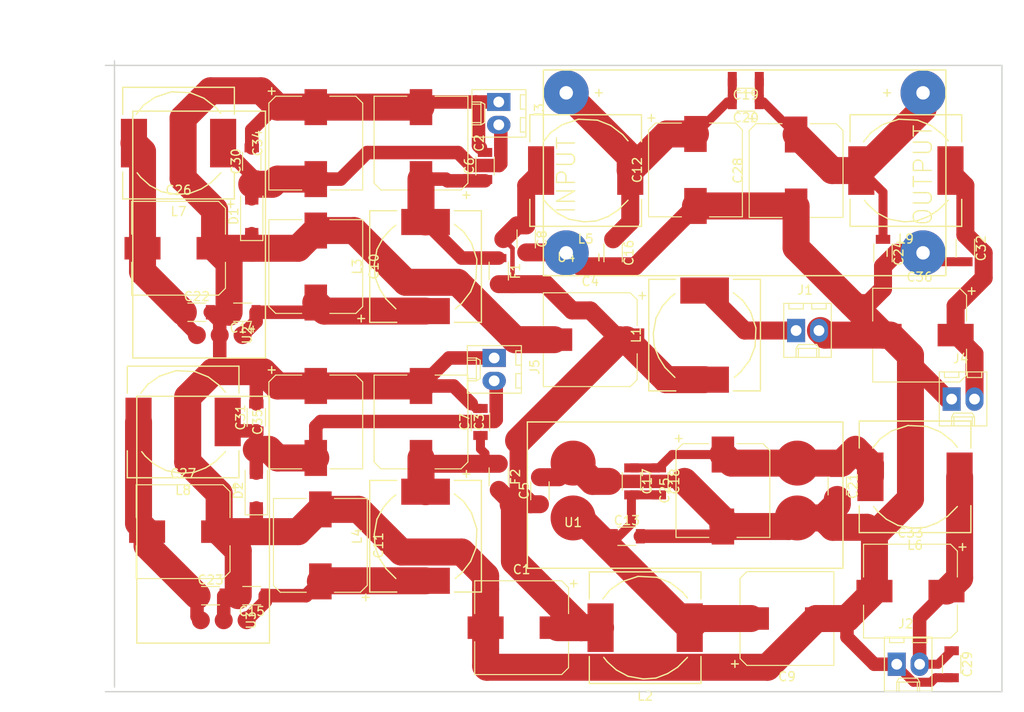
<source format=kicad_pcb>
(kicad_pcb (version 20171130) (host pcbnew 5.0.2-bee76a0~70~ubuntu18.04.1)

  (general
    (thickness 1.6)
    (drawings 6)
    (tracks 272)
    (zones 0)
    (modules 58)
    (nets 18)
  )

  (page A4)
  (layers
    (0 F.Cu signal)
    (31 B.Cu signal)
    (32 B.Adhes user)
    (33 F.Adhes user)
    (34 B.Paste user)
    (35 F.Paste user)
    (36 B.SilkS user)
    (37 F.SilkS user)
    (38 B.Mask user)
    (39 F.Mask user)
    (40 Dwgs.User user)
    (41 Cmts.User user)
    (42 Eco1.User user)
    (43 Eco2.User user)
    (44 Edge.Cuts user)
    (45 Margin user)
    (46 B.CrtYd user)
    (47 F.CrtYd user)
    (48 B.Fab user)
    (49 F.Fab user)
  )

  (setup
    (last_trace_width 3)
    (user_trace_width 0.5)
    (user_trace_width 1)
    (user_trace_width 1.5)
    (user_trace_width 2)
    (user_trace_width 3)
    (user_trace_width 4)
    (user_trace_width 5)
    (trace_clearance 0.2)
    (zone_clearance 0.508)
    (zone_45_only no)
    (trace_min 0.2)
    (segment_width 0.2)
    (edge_width 0.15)
    (via_size 0.8)
    (via_drill 0.4)
    (via_min_size 0.4)
    (via_min_drill 0.3)
    (uvia_size 0.3)
    (uvia_drill 0.1)
    (uvias_allowed no)
    (uvia_min_size 0.2)
    (uvia_min_drill 0.1)
    (pcb_text_width 0.3)
    (pcb_text_size 1.5 1.5)
    (mod_edge_width 0.15)
    (mod_text_size 1 1)
    (mod_text_width 0.15)
    (pad_size 1.524 1.524)
    (pad_drill 0.762)
    (pad_to_mask_clearance 0.051)
    (solder_mask_min_width 0.25)
    (aux_axis_origin 231.14 58.42)
    (visible_elements FFFFFF7F)
    (pcbplotparams
      (layerselection 0x00000_7fffffff)
      (usegerberextensions false)
      (usegerberattributes false)
      (usegerberadvancedattributes false)
      (creategerberjobfile false)
      (excludeedgelayer true)
      (linewidth 0.100000)
      (plotframeref false)
      (viasonmask false)
      (mode 1)
      (useauxorigin true)
      (hpglpennumber 1)
      (hpglpenspeed 20)
      (hpglpendiameter 15.000000)
      (psnegative false)
      (psa4output false)
      (plotreference true)
      (plotvalue true)
      (plotinvisibletext false)
      (padsonsilk false)
      (subtractmaskfromsilk false)
      (outputformat 1)
      (mirror false)
      (drillshape 0)
      (scaleselection 1)
      (outputdirectory ""))
  )

  (net 0 "")
  (net 1 "Net-(C1-Pad1)")
  (net 2 GND)
  (net 3 "Net-(C2-Pad1)")
  (net 4 "Net-(C3-Pad1)")
  (net 5 "Net-(C13-Pad1)")
  (net 6 "Net-(C10-Pad1)")
  (net 7 "Net-(C11-Pad1)")
  (net 8 "Net-(C12-Pad1)")
  (net 9 "Net-(C17-Pad1)")
  (net 10 "Net-(C19-Pad1)")
  (net 11 "Net-(C22-Pad1)")
  (net 12 "Net-(C23-Pad1)")
  (net 13 "Net-(C29-Pad1)")
  (net 14 "Net-(C30-Pad1)")
  (net 15 "Net-(C31-Pad1)")
  (net 16 "Net-(C32-Pad1)")
  (net 17 "Net-(J1-Pad1)")

  (net_class Default "This is the default net class."
    (clearance 0.2)
    (trace_width 0.25)
    (via_dia 0.8)
    (via_drill 0.4)
    (uvia_dia 0.3)
    (uvia_drill 0.1)
    (add_net GND)
    (add_net "Net-(C1-Pad1)")
    (add_net "Net-(C10-Pad1)")
    (add_net "Net-(C11-Pad1)")
    (add_net "Net-(C12-Pad1)")
    (add_net "Net-(C13-Pad1)")
    (add_net "Net-(C17-Pad1)")
    (add_net "Net-(C19-Pad1)")
    (add_net "Net-(C2-Pad1)")
    (add_net "Net-(C22-Pad1)")
    (add_net "Net-(C23-Pad1)")
    (add_net "Net-(C29-Pad1)")
    (add_net "Net-(C3-Pad1)")
    (add_net "Net-(C30-Pad1)")
    (add_net "Net-(C31-Pad1)")
    (add_net "Net-(C32-Pad1)")
    (add_net "Net-(J1-Pad1)")
  )

  (module Capacitors_SMD:CP_Elec_10x10.5 (layer F.Cu) (tedit 58AA917F) (tstamp 5E85003E)
    (at 165.608 145.288 180)
    (descr "SMT capacitor, aluminium electrolytic, 10x10.5")
    (path /5E825A0C)
    (attr smd)
    (fp_text reference C1 (at 0 6.46 180) (layer F.SilkS)
      (effects (font (size 1 1) (thickness 0.15)))
    )
    (fp_text value CP (at 0 -6.46 180) (layer F.Fab)
      (effects (font (size 1 1) (thickness 0.15)))
    )
    (fp_circle (center 0 0) (end 0 5) (layer F.Fab) (width 0.1))
    (fp_text user + (at -2.91 -0.08 180) (layer F.Fab)
      (effects (font (size 1 1) (thickness 0.15)))
    )
    (fp_text user + (at -5.78 4.97 180) (layer F.SilkS)
      (effects (font (size 1 1) (thickness 0.15)))
    )
    (fp_text user %R (at 0 6.46 180) (layer F.Fab)
      (effects (font (size 1 1) (thickness 0.15)))
    )
    (fp_line (start -5.21 -4.45) (end -5.21 -1.56) (layer F.SilkS) (width 0.12))
    (fp_line (start -5.21 4.45) (end -5.21 1.56) (layer F.SilkS) (width 0.12))
    (fp_line (start 5.21 5.21) (end 5.21 1.56) (layer F.SilkS) (width 0.12))
    (fp_line (start 5.21 -5.21) (end 5.21 -1.56) (layer F.SilkS) (width 0.12))
    (fp_line (start 5.05 5.05) (end 5.05 -5.05) (layer F.Fab) (width 0.1))
    (fp_line (start -4.38 5.05) (end 5.05 5.05) (layer F.Fab) (width 0.1))
    (fp_line (start -5.05 4.38) (end -4.38 5.05) (layer F.Fab) (width 0.1))
    (fp_line (start -5.05 -4.38) (end -5.05 4.38) (layer F.Fab) (width 0.1))
    (fp_line (start -4.38 -5.05) (end -5.05 -4.38) (layer F.Fab) (width 0.1))
    (fp_line (start 5.05 -5.05) (end -4.38 -5.05) (layer F.Fab) (width 0.1))
    (fp_line (start 5.21 5.21) (end -4.45 5.21) (layer F.SilkS) (width 0.12))
    (fp_line (start -4.45 5.21) (end -5.21 4.45) (layer F.SilkS) (width 0.12))
    (fp_line (start -5.21 -4.45) (end -4.45 -5.21) (layer F.SilkS) (width 0.12))
    (fp_line (start -4.45 -5.21) (end 5.21 -5.21) (layer F.SilkS) (width 0.12))
    (fp_line (start -6.25 -5.31) (end 6.25 -5.31) (layer F.CrtYd) (width 0.05))
    (fp_line (start -6.25 -5.31) (end -6.25 5.3) (layer F.CrtYd) (width 0.05))
    (fp_line (start 6.25 5.3) (end 6.25 -5.31) (layer F.CrtYd) (width 0.05))
    (fp_line (start 6.25 5.3) (end -6.25 5.3) (layer F.CrtYd) (width 0.05))
    (pad 1 smd rect (at -4 0) (size 4 2.5) (layers F.Cu F.Paste F.Mask)
      (net 1 "Net-(C1-Pad1)"))
    (pad 2 smd rect (at 4 0) (size 4 2.5) (layers F.Cu F.Paste F.Mask)
      (net 2 GND))
    (model Capacitors_SMD.3dshapes/CP_Elec_10x10.5.wrl
      (at (xyz 0 0 0))
      (scale (xyz 1 1 1))
      (rotate (xyz 0 0 180))
    )
  )

  (module Capacitors_SMD:CP_Elec_10x10.5 (layer F.Cu) (tedit 58AA917F) (tstamp 5E8653DE)
    (at 154.432 91.44 90)
    (descr "SMT capacitor, aluminium electrolytic, 10x10.5")
    (path /5E8271A5)
    (attr smd)
    (fp_text reference C2 (at 0 6.46 90) (layer F.SilkS)
      (effects (font (size 1 1) (thickness 0.15)))
    )
    (fp_text value CP (at 0 -6.46 90) (layer F.Fab)
      (effects (font (size 1 1) (thickness 0.15)))
    )
    (fp_line (start 6.25 5.3) (end -6.25 5.3) (layer F.CrtYd) (width 0.05))
    (fp_line (start 6.25 5.3) (end 6.25 -5.31) (layer F.CrtYd) (width 0.05))
    (fp_line (start -6.25 -5.31) (end -6.25 5.3) (layer F.CrtYd) (width 0.05))
    (fp_line (start -6.25 -5.31) (end 6.25 -5.31) (layer F.CrtYd) (width 0.05))
    (fp_line (start -4.45 -5.21) (end 5.21 -5.21) (layer F.SilkS) (width 0.12))
    (fp_line (start -5.21 -4.45) (end -4.45 -5.21) (layer F.SilkS) (width 0.12))
    (fp_line (start -4.45 5.21) (end -5.21 4.45) (layer F.SilkS) (width 0.12))
    (fp_line (start 5.21 5.21) (end -4.45 5.21) (layer F.SilkS) (width 0.12))
    (fp_line (start 5.05 -5.05) (end -4.38 -5.05) (layer F.Fab) (width 0.1))
    (fp_line (start -4.38 -5.05) (end -5.05 -4.38) (layer F.Fab) (width 0.1))
    (fp_line (start -5.05 -4.38) (end -5.05 4.38) (layer F.Fab) (width 0.1))
    (fp_line (start -5.05 4.38) (end -4.38 5.05) (layer F.Fab) (width 0.1))
    (fp_line (start -4.38 5.05) (end 5.05 5.05) (layer F.Fab) (width 0.1))
    (fp_line (start 5.05 5.05) (end 5.05 -5.05) (layer F.Fab) (width 0.1))
    (fp_line (start 5.21 -5.21) (end 5.21 -1.56) (layer F.SilkS) (width 0.12))
    (fp_line (start 5.21 5.21) (end 5.21 1.56) (layer F.SilkS) (width 0.12))
    (fp_line (start -5.21 4.45) (end -5.21 1.56) (layer F.SilkS) (width 0.12))
    (fp_line (start -5.21 -4.45) (end -5.21 -1.56) (layer F.SilkS) (width 0.12))
    (fp_text user %R (at 0 6.46 90) (layer F.Fab)
      (effects (font (size 1 1) (thickness 0.15)))
    )
    (fp_text user + (at -5.78 4.97 90) (layer F.SilkS)
      (effects (font (size 1 1) (thickness 0.15)))
    )
    (fp_text user + (at -2.91 -0.08 90) (layer F.Fab)
      (effects (font (size 1 1) (thickness 0.15)))
    )
    (fp_circle (center 0 0) (end 0 5) (layer F.Fab) (width 0.1))
    (pad 2 smd rect (at 4 0 270) (size 4 2.5) (layers F.Cu F.Paste F.Mask)
      (net 2 GND))
    (pad 1 smd rect (at -4 0 270) (size 4 2.5) (layers F.Cu F.Paste F.Mask)
      (net 3 "Net-(C2-Pad1)"))
    (model Capacitors_SMD.3dshapes/CP_Elec_10x10.5.wrl
      (at (xyz 0 0 0))
      (scale (xyz 1 1 1))
      (rotate (xyz 0 0 180))
    )
  )

  (module Capacitors_SMD:CP_Elec_10x10.5 (layer F.Cu) (tedit 58AA917F) (tstamp 5E850076)
    (at 154.432 122.428 90)
    (descr "SMT capacitor, aluminium electrolytic, 10x10.5")
    (path /5E827163)
    (attr smd)
    (fp_text reference C3 (at 0 6.46 90) (layer F.SilkS)
      (effects (font (size 1 1) (thickness 0.15)))
    )
    (fp_text value CP (at 0 -6.46 90) (layer F.Fab)
      (effects (font (size 1 1) (thickness 0.15)))
    )
    (fp_circle (center 0 0) (end 0 5) (layer F.Fab) (width 0.1))
    (fp_text user + (at -2.91 -0.08 90) (layer F.Fab)
      (effects (font (size 1 1) (thickness 0.15)))
    )
    (fp_text user + (at -5.78 4.97 90) (layer F.SilkS)
      (effects (font (size 1 1) (thickness 0.15)))
    )
    (fp_text user %R (at 0 6.46 90) (layer F.Fab)
      (effects (font (size 1 1) (thickness 0.15)))
    )
    (fp_line (start -5.21 -4.45) (end -5.21 -1.56) (layer F.SilkS) (width 0.12))
    (fp_line (start -5.21 4.45) (end -5.21 1.56) (layer F.SilkS) (width 0.12))
    (fp_line (start 5.21 5.21) (end 5.21 1.56) (layer F.SilkS) (width 0.12))
    (fp_line (start 5.21 -5.21) (end 5.21 -1.56) (layer F.SilkS) (width 0.12))
    (fp_line (start 5.05 5.05) (end 5.05 -5.05) (layer F.Fab) (width 0.1))
    (fp_line (start -4.38 5.05) (end 5.05 5.05) (layer F.Fab) (width 0.1))
    (fp_line (start -5.05 4.38) (end -4.38 5.05) (layer F.Fab) (width 0.1))
    (fp_line (start -5.05 -4.38) (end -5.05 4.38) (layer F.Fab) (width 0.1))
    (fp_line (start -4.38 -5.05) (end -5.05 -4.38) (layer F.Fab) (width 0.1))
    (fp_line (start 5.05 -5.05) (end -4.38 -5.05) (layer F.Fab) (width 0.1))
    (fp_line (start 5.21 5.21) (end -4.45 5.21) (layer F.SilkS) (width 0.12))
    (fp_line (start -4.45 5.21) (end -5.21 4.45) (layer F.SilkS) (width 0.12))
    (fp_line (start -5.21 -4.45) (end -4.45 -5.21) (layer F.SilkS) (width 0.12))
    (fp_line (start -4.45 -5.21) (end 5.21 -5.21) (layer F.SilkS) (width 0.12))
    (fp_line (start -6.25 -5.31) (end 6.25 -5.31) (layer F.CrtYd) (width 0.05))
    (fp_line (start -6.25 -5.31) (end -6.25 5.3) (layer F.CrtYd) (width 0.05))
    (fp_line (start 6.25 5.3) (end 6.25 -5.31) (layer F.CrtYd) (width 0.05))
    (fp_line (start 6.25 5.3) (end -6.25 5.3) (layer F.CrtYd) (width 0.05))
    (pad 1 smd rect (at -4 0 270) (size 4 2.5) (layers F.Cu F.Paste F.Mask)
      (net 4 "Net-(C3-Pad1)"))
    (pad 2 smd rect (at 4 0 270) (size 4 2.5) (layers F.Cu F.Paste F.Mask)
      (net 2 GND))
    (model Capacitors_SMD.3dshapes/CP_Elec_10x10.5.wrl
      (at (xyz 0 0 0))
      (scale (xyz 1 1 1))
      (rotate (xyz 0 0 180))
    )
  )

  (module Capacitors_SMD:CP_Elec_10x10.5 (layer F.Cu) (tedit 58AA917F) (tstamp 5E850092)
    (at 173.228 113.284 180)
    (descr "SMT capacitor, aluminium electrolytic, 10x10.5")
    (path /5E825E2F)
    (attr smd)
    (fp_text reference C4 (at 0 6.46 180) (layer F.SilkS)
      (effects (font (size 1 1) (thickness 0.15)))
    )
    (fp_text value CP (at 0 -6.46 180) (layer F.Fab)
      (effects (font (size 1 1) (thickness 0.15)))
    )
    (fp_line (start 6.25 5.3) (end -6.25 5.3) (layer F.CrtYd) (width 0.05))
    (fp_line (start 6.25 5.3) (end 6.25 -5.31) (layer F.CrtYd) (width 0.05))
    (fp_line (start -6.25 -5.31) (end -6.25 5.3) (layer F.CrtYd) (width 0.05))
    (fp_line (start -6.25 -5.31) (end 6.25 -5.31) (layer F.CrtYd) (width 0.05))
    (fp_line (start -4.45 -5.21) (end 5.21 -5.21) (layer F.SilkS) (width 0.12))
    (fp_line (start -5.21 -4.45) (end -4.45 -5.21) (layer F.SilkS) (width 0.12))
    (fp_line (start -4.45 5.21) (end -5.21 4.45) (layer F.SilkS) (width 0.12))
    (fp_line (start 5.21 5.21) (end -4.45 5.21) (layer F.SilkS) (width 0.12))
    (fp_line (start 5.05 -5.05) (end -4.38 -5.05) (layer F.Fab) (width 0.1))
    (fp_line (start -4.38 -5.05) (end -5.05 -4.38) (layer F.Fab) (width 0.1))
    (fp_line (start -5.05 -4.38) (end -5.05 4.38) (layer F.Fab) (width 0.1))
    (fp_line (start -5.05 4.38) (end -4.38 5.05) (layer F.Fab) (width 0.1))
    (fp_line (start -4.38 5.05) (end 5.05 5.05) (layer F.Fab) (width 0.1))
    (fp_line (start 5.05 5.05) (end 5.05 -5.05) (layer F.Fab) (width 0.1))
    (fp_line (start 5.21 -5.21) (end 5.21 -1.56) (layer F.SilkS) (width 0.12))
    (fp_line (start 5.21 5.21) (end 5.21 1.56) (layer F.SilkS) (width 0.12))
    (fp_line (start -5.21 4.45) (end -5.21 1.56) (layer F.SilkS) (width 0.12))
    (fp_line (start -5.21 -4.45) (end -5.21 -1.56) (layer F.SilkS) (width 0.12))
    (fp_text user %R (at 0 6.46 180) (layer F.Fab)
      (effects (font (size 1 1) (thickness 0.15)))
    )
    (fp_text user + (at -5.78 4.97 180) (layer F.SilkS)
      (effects (font (size 1 1) (thickness 0.15)))
    )
    (fp_text user + (at -2.91 -0.08 180) (layer F.Fab)
      (effects (font (size 1 1) (thickness 0.15)))
    )
    (fp_circle (center 0 0) (end 0 5) (layer F.Fab) (width 0.1))
    (pad 2 smd rect (at 4 0) (size 4 2.5) (layers F.Cu F.Paste F.Mask)
      (net 2 GND))
    (pad 1 smd rect (at -4 0) (size 4 2.5) (layers F.Cu F.Paste F.Mask)
      (net 1 "Net-(C1-Pad1)"))
    (model Capacitors_SMD.3dshapes/CP_Elec_10x10.5.wrl
      (at (xyz 0 0 0))
      (scale (xyz 1 1 1))
      (rotate (xyz 0 0 180))
    )
  )

  (module Capacitors_SMD:C_1206 (layer F.Cu) (tedit 58AA84B8) (tstamp 5E8500A3)
    (at 167.64 130.072 90)
    (descr "Capacitor SMD 1206, reflow soldering, AVX (see smccp.pdf)")
    (tags "capacitor 1206")
    (path /5E825A06)
    (attr smd)
    (fp_text reference C5 (at 0 -1.75 90) (layer F.SilkS)
      (effects (font (size 1 1) (thickness 0.15)))
    )
    (fp_text value C (at 0 2 90) (layer F.Fab)
      (effects (font (size 1 1) (thickness 0.15)))
    )
    (fp_text user %R (at 0 -1.75 90) (layer F.Fab)
      (effects (font (size 1 1) (thickness 0.15)))
    )
    (fp_line (start -1.6 0.8) (end -1.6 -0.8) (layer F.Fab) (width 0.1))
    (fp_line (start 1.6 0.8) (end -1.6 0.8) (layer F.Fab) (width 0.1))
    (fp_line (start 1.6 -0.8) (end 1.6 0.8) (layer F.Fab) (width 0.1))
    (fp_line (start -1.6 -0.8) (end 1.6 -0.8) (layer F.Fab) (width 0.1))
    (fp_line (start 1 -1.02) (end -1 -1.02) (layer F.SilkS) (width 0.12))
    (fp_line (start -1 1.02) (end 1 1.02) (layer F.SilkS) (width 0.12))
    (fp_line (start -2.25 -1.05) (end 2.25 -1.05) (layer F.CrtYd) (width 0.05))
    (fp_line (start -2.25 -1.05) (end -2.25 1.05) (layer F.CrtYd) (width 0.05))
    (fp_line (start 2.25 1.05) (end 2.25 -1.05) (layer F.CrtYd) (width 0.05))
    (fp_line (start 2.25 1.05) (end -2.25 1.05) (layer F.CrtYd) (width 0.05))
    (pad 1 smd rect (at -1.5 0 90) (size 1 1.6) (layers F.Cu F.Paste F.Mask)
      (net 1 "Net-(C1-Pad1)"))
    (pad 2 smd rect (at 1.5 0 90) (size 1 1.6) (layers F.Cu F.Paste F.Mask)
      (net 2 GND))
    (model Capacitors_SMD.3dshapes/C_1206.wrl
      (at (xyz 0 0 0))
      (scale (xyz 1 1 1))
      (rotate (xyz 0 0 0))
    )
  )

  (module Capacitors_SMD:C_1206 (layer F.Cu) (tedit 58AA84B8) (tstamp 5E865424)
    (at 161.544 93.98 90)
    (descr "Capacitor SMD 1206, reflow soldering, AVX (see smccp.pdf)")
    (tags "capacitor 1206")
    (path /5E82719F)
    (attr smd)
    (fp_text reference C6 (at 0 -1.75 90) (layer F.SilkS)
      (effects (font (size 1 1) (thickness 0.15)))
    )
    (fp_text value C (at 1.227999 3.530999 90) (layer F.Fab)
      (effects (font (size 1 1) (thickness 0.15)))
    )
    (fp_text user %R (at 0 -1.75 90) (layer F.Fab)
      (effects (font (size 1 1) (thickness 0.15)))
    )
    (fp_line (start -1.6 0.8) (end -1.6 -0.8) (layer F.Fab) (width 0.1))
    (fp_line (start 1.6 0.8) (end -1.6 0.8) (layer F.Fab) (width 0.1))
    (fp_line (start 1.6 -0.8) (end 1.6 0.8) (layer F.Fab) (width 0.1))
    (fp_line (start -1.6 -0.8) (end 1.6 -0.8) (layer F.Fab) (width 0.1))
    (fp_line (start 1 -1.02) (end -1 -1.02) (layer F.SilkS) (width 0.12))
    (fp_line (start -1 1.02) (end 1 1.02) (layer F.SilkS) (width 0.12))
    (fp_line (start -2.25 -1.05) (end 2.25 -1.05) (layer F.CrtYd) (width 0.05))
    (fp_line (start -2.25 -1.05) (end -2.25 1.05) (layer F.CrtYd) (width 0.05))
    (fp_line (start 2.25 1.05) (end 2.25 -1.05) (layer F.CrtYd) (width 0.05))
    (fp_line (start 2.25 1.05) (end -2.25 1.05) (layer F.CrtYd) (width 0.05))
    (pad 1 smd rect (at -1.5 0 90) (size 1 1.6) (layers F.Cu F.Paste F.Mask)
      (net 3 "Net-(C2-Pad1)"))
    (pad 2 smd rect (at 1.5 0 90) (size 1 1.6) (layers F.Cu F.Paste F.Mask)
      (net 2 GND))
    (model Capacitors_SMD.3dshapes/C_1206.wrl
      (at (xyz 0 0 0))
      (scale (xyz 1 1 1))
      (rotate (xyz 0 0 0))
    )
  )

  (module Capacitors_SMD:C_1206 (layer F.Cu) (tedit 58AA84B8) (tstamp 5E8500C5)
    (at 161.036 122.428 90)
    (descr "Capacitor SMD 1206, reflow soldering, AVX (see smccp.pdf)")
    (tags "capacitor 1206")
    (path /5E82715D)
    (attr smd)
    (fp_text reference C7 (at 0 -1.75 90) (layer F.SilkS)
      (effects (font (size 1 1) (thickness 0.15)))
    )
    (fp_text value C (at 0 2 90) (layer F.Fab)
      (effects (font (size 1 1) (thickness 0.15)))
    )
    (fp_line (start 2.25 1.05) (end -2.25 1.05) (layer F.CrtYd) (width 0.05))
    (fp_line (start 2.25 1.05) (end 2.25 -1.05) (layer F.CrtYd) (width 0.05))
    (fp_line (start -2.25 -1.05) (end -2.25 1.05) (layer F.CrtYd) (width 0.05))
    (fp_line (start -2.25 -1.05) (end 2.25 -1.05) (layer F.CrtYd) (width 0.05))
    (fp_line (start -1 1.02) (end 1 1.02) (layer F.SilkS) (width 0.12))
    (fp_line (start 1 -1.02) (end -1 -1.02) (layer F.SilkS) (width 0.12))
    (fp_line (start -1.6 -0.8) (end 1.6 -0.8) (layer F.Fab) (width 0.1))
    (fp_line (start 1.6 -0.8) (end 1.6 0.8) (layer F.Fab) (width 0.1))
    (fp_line (start 1.6 0.8) (end -1.6 0.8) (layer F.Fab) (width 0.1))
    (fp_line (start -1.6 0.8) (end -1.6 -0.8) (layer F.Fab) (width 0.1))
    (fp_text user %R (at 0 -1.75 90) (layer F.Fab)
      (effects (font (size 1 1) (thickness 0.15)))
    )
    (pad 2 smd rect (at 1.5 0 90) (size 1 1.6) (layers F.Cu F.Paste F.Mask)
      (net 2 GND))
    (pad 1 smd rect (at -1.5 0 90) (size 1 1.6) (layers F.Cu F.Paste F.Mask)
      (net 4 "Net-(C3-Pad1)"))
    (model Capacitors_SMD.3dshapes/C_1206.wrl
      (at (xyz 0 0 0))
      (scale (xyz 1 1 1))
      (rotate (xyz 0 0 0))
    )
  )

  (module Capacitors_SMD:C_1206 (layer F.Cu) (tedit 58AA84B8) (tstamp 5E8500D6)
    (at 166.116 102.084 270)
    (descr "Capacitor SMD 1206, reflow soldering, AVX (see smccp.pdf)")
    (tags "capacitor 1206")
    (path /5E825E29)
    (attr smd)
    (fp_text reference C8 (at 0 -1.75 270) (layer F.SilkS)
      (effects (font (size 1 1) (thickness 0.15)))
    )
    (fp_text value C (at 0 2 270) (layer F.Fab)
      (effects (font (size 1 1) (thickness 0.15)))
    )
    (fp_text user %R (at 0 -1.75 270) (layer F.Fab)
      (effects (font (size 1 1) (thickness 0.15)))
    )
    (fp_line (start -1.6 0.8) (end -1.6 -0.8) (layer F.Fab) (width 0.1))
    (fp_line (start 1.6 0.8) (end -1.6 0.8) (layer F.Fab) (width 0.1))
    (fp_line (start 1.6 -0.8) (end 1.6 0.8) (layer F.Fab) (width 0.1))
    (fp_line (start -1.6 -0.8) (end 1.6 -0.8) (layer F.Fab) (width 0.1))
    (fp_line (start 1 -1.02) (end -1 -1.02) (layer F.SilkS) (width 0.12))
    (fp_line (start -1 1.02) (end 1 1.02) (layer F.SilkS) (width 0.12))
    (fp_line (start -2.25 -1.05) (end 2.25 -1.05) (layer F.CrtYd) (width 0.05))
    (fp_line (start -2.25 -1.05) (end -2.25 1.05) (layer F.CrtYd) (width 0.05))
    (fp_line (start 2.25 1.05) (end 2.25 -1.05) (layer F.CrtYd) (width 0.05))
    (fp_line (start 2.25 1.05) (end -2.25 1.05) (layer F.CrtYd) (width 0.05))
    (pad 1 smd rect (at -1.5 0 270) (size 1 1.6) (layers F.Cu F.Paste F.Mask)
      (net 1 "Net-(C1-Pad1)"))
    (pad 2 smd rect (at 1.5 0 270) (size 1 1.6) (layers F.Cu F.Paste F.Mask)
      (net 2 GND))
    (model Capacitors_SMD.3dshapes/C_1206.wrl
      (at (xyz 0 0 0))
      (scale (xyz 1 1 1))
      (rotate (xyz 0 0 0))
    )
  )

  (module Capacitors_SMD:CP_Elec_10x10.5 (layer F.Cu) (tedit 58AA917F) (tstamp 5E8500F2)
    (at 195.072 144.272)
    (descr "SMT capacitor, aluminium electrolytic, 10x10.5")
    (path /5E825A00)
    (attr smd)
    (fp_text reference C9 (at 0 6.46) (layer F.SilkS)
      (effects (font (size 1 1) (thickness 0.15)))
    )
    (fp_text value CP (at 0 -6.46) (layer F.Fab)
      (effects (font (size 1 1) (thickness 0.15)))
    )
    (fp_circle (center 0 0) (end 0 5) (layer F.Fab) (width 0.1))
    (fp_text user + (at -2.91 -0.08) (layer F.Fab)
      (effects (font (size 1 1) (thickness 0.15)))
    )
    (fp_text user + (at -5.78 4.97) (layer F.SilkS)
      (effects (font (size 1 1) (thickness 0.15)))
    )
    (fp_text user %R (at 0 6.46) (layer F.Fab)
      (effects (font (size 1 1) (thickness 0.15)))
    )
    (fp_line (start -5.21 -4.45) (end -5.21 -1.56) (layer F.SilkS) (width 0.12))
    (fp_line (start -5.21 4.45) (end -5.21 1.56) (layer F.SilkS) (width 0.12))
    (fp_line (start 5.21 5.21) (end 5.21 1.56) (layer F.SilkS) (width 0.12))
    (fp_line (start 5.21 -5.21) (end 5.21 -1.56) (layer F.SilkS) (width 0.12))
    (fp_line (start 5.05 5.05) (end 5.05 -5.05) (layer F.Fab) (width 0.1))
    (fp_line (start -4.38 5.05) (end 5.05 5.05) (layer F.Fab) (width 0.1))
    (fp_line (start -5.05 4.38) (end -4.38 5.05) (layer F.Fab) (width 0.1))
    (fp_line (start -5.05 -4.38) (end -5.05 4.38) (layer F.Fab) (width 0.1))
    (fp_line (start -4.38 -5.05) (end -5.05 -4.38) (layer F.Fab) (width 0.1))
    (fp_line (start 5.05 -5.05) (end -4.38 -5.05) (layer F.Fab) (width 0.1))
    (fp_line (start 5.21 5.21) (end -4.45 5.21) (layer F.SilkS) (width 0.12))
    (fp_line (start -4.45 5.21) (end -5.21 4.45) (layer F.SilkS) (width 0.12))
    (fp_line (start -5.21 -4.45) (end -4.45 -5.21) (layer F.SilkS) (width 0.12))
    (fp_line (start -4.45 -5.21) (end 5.21 -5.21) (layer F.SilkS) (width 0.12))
    (fp_line (start -6.25 -5.31) (end 6.25 -5.31) (layer F.CrtYd) (width 0.05))
    (fp_line (start -6.25 -5.31) (end -6.25 5.3) (layer F.CrtYd) (width 0.05))
    (fp_line (start 6.25 5.3) (end 6.25 -5.31) (layer F.CrtYd) (width 0.05))
    (fp_line (start 6.25 5.3) (end -6.25 5.3) (layer F.CrtYd) (width 0.05))
    (pad 1 smd rect (at -4 0 180) (size 4 2.5) (layers F.Cu F.Paste F.Mask)
      (net 5 "Net-(C13-Pad1)"))
    (pad 2 smd rect (at 4 0 180) (size 4 2.5) (layers F.Cu F.Paste F.Mask)
      (net 2 GND))
    (model Capacitors_SMD.3dshapes/CP_Elec_10x10.5.wrl
      (at (xyz 0 0 0))
      (scale (xyz 1 1 1))
      (rotate (xyz 0 0 180))
    )
  )

  (module Capacitors_SMD:CP_Elec_10x10.5 (layer F.Cu) (tedit 58AA917F) (tstamp 5E86538D)
    (at 142.748 105.156 90)
    (descr "SMT capacitor, aluminium electrolytic, 10x10.5")
    (path /5E827199)
    (attr smd)
    (fp_text reference C10 (at 0 6.46 90) (layer F.SilkS)
      (effects (font (size 1 1) (thickness 0.15)))
    )
    (fp_text value CP (at 0 -6.46 90) (layer F.Fab)
      (effects (font (size 1 1) (thickness 0.15)))
    )
    (fp_line (start 6.25 5.3) (end -6.25 5.3) (layer F.CrtYd) (width 0.05))
    (fp_line (start 6.25 5.3) (end 6.25 -5.31) (layer F.CrtYd) (width 0.05))
    (fp_line (start -6.25 -5.31) (end -6.25 5.3) (layer F.CrtYd) (width 0.05))
    (fp_line (start -6.25 -5.31) (end 6.25 -5.31) (layer F.CrtYd) (width 0.05))
    (fp_line (start -4.45 -5.21) (end 5.21 -5.21) (layer F.SilkS) (width 0.12))
    (fp_line (start -5.21 -4.45) (end -4.45 -5.21) (layer F.SilkS) (width 0.12))
    (fp_line (start -4.45 5.21) (end -5.21 4.45) (layer F.SilkS) (width 0.12))
    (fp_line (start 5.21 5.21) (end -4.45 5.21) (layer F.SilkS) (width 0.12))
    (fp_line (start 5.05 -5.05) (end -4.38 -5.05) (layer F.Fab) (width 0.1))
    (fp_line (start -4.38 -5.05) (end -5.05 -4.38) (layer F.Fab) (width 0.1))
    (fp_line (start -5.05 -4.38) (end -5.05 4.38) (layer F.Fab) (width 0.1))
    (fp_line (start -5.05 4.38) (end -4.38 5.05) (layer F.Fab) (width 0.1))
    (fp_line (start -4.38 5.05) (end 5.05 5.05) (layer F.Fab) (width 0.1))
    (fp_line (start 5.05 5.05) (end 5.05 -5.05) (layer F.Fab) (width 0.1))
    (fp_line (start 5.21 -5.21) (end 5.21 -1.56) (layer F.SilkS) (width 0.12))
    (fp_line (start 5.21 5.21) (end 5.21 1.56) (layer F.SilkS) (width 0.12))
    (fp_line (start -5.21 4.45) (end -5.21 1.56) (layer F.SilkS) (width 0.12))
    (fp_line (start -5.21 -4.45) (end -5.21 -1.56) (layer F.SilkS) (width 0.12))
    (fp_text user %R (at 0 6.46 90) (layer F.Fab)
      (effects (font (size 1 1) (thickness 0.15)))
    )
    (fp_text user + (at -5.78 4.97 90) (layer F.SilkS)
      (effects (font (size 1 1) (thickness 0.15)))
    )
    (fp_text user + (at -2.91 -0.08 90) (layer F.Fab)
      (effects (font (size 1 1) (thickness 0.15)))
    )
    (fp_circle (center 0 0) (end 0 5) (layer F.Fab) (width 0.1))
    (pad 2 smd rect (at 4 0 270) (size 4 2.5) (layers F.Cu F.Paste F.Mask)
      (net 2 GND))
    (pad 1 smd rect (at -4 0 270) (size 4 2.5) (layers F.Cu F.Paste F.Mask)
      (net 6 "Net-(C10-Pad1)"))
    (model Capacitors_SMD.3dshapes/CP_Elec_10x10.5.wrl
      (at (xyz 0 0 0))
      (scale (xyz 1 1 1))
      (rotate (xyz 0 0 180))
    )
  )

  (module Capacitors_SMD:CP_Elec_10x10.5 (layer F.Cu) (tedit 58AA917F) (tstamp 5E85012A)
    (at 143.256 136.144 90)
    (descr "SMT capacitor, aluminium electrolytic, 10x10.5")
    (path /5E827157)
    (attr smd)
    (fp_text reference C11 (at 0 6.46 90) (layer F.SilkS)
      (effects (font (size 1 1) (thickness 0.15)))
    )
    (fp_text value CP (at 0 -6.46 90) (layer F.Fab)
      (effects (font (size 1 1) (thickness 0.15)))
    )
    (fp_line (start 6.25 5.3) (end -6.25 5.3) (layer F.CrtYd) (width 0.05))
    (fp_line (start 6.25 5.3) (end 6.25 -5.31) (layer F.CrtYd) (width 0.05))
    (fp_line (start -6.25 -5.31) (end -6.25 5.3) (layer F.CrtYd) (width 0.05))
    (fp_line (start -6.25 -5.31) (end 6.25 -5.31) (layer F.CrtYd) (width 0.05))
    (fp_line (start -4.45 -5.21) (end 5.21 -5.21) (layer F.SilkS) (width 0.12))
    (fp_line (start -5.21 -4.45) (end -4.45 -5.21) (layer F.SilkS) (width 0.12))
    (fp_line (start -4.45 5.21) (end -5.21 4.45) (layer F.SilkS) (width 0.12))
    (fp_line (start 5.21 5.21) (end -4.45 5.21) (layer F.SilkS) (width 0.12))
    (fp_line (start 5.05 -5.05) (end -4.38 -5.05) (layer F.Fab) (width 0.1))
    (fp_line (start -4.38 -5.05) (end -5.05 -4.38) (layer F.Fab) (width 0.1))
    (fp_line (start -5.05 -4.38) (end -5.05 4.38) (layer F.Fab) (width 0.1))
    (fp_line (start -5.05 4.38) (end -4.38 5.05) (layer F.Fab) (width 0.1))
    (fp_line (start -4.38 5.05) (end 5.05 5.05) (layer F.Fab) (width 0.1))
    (fp_line (start 5.05 5.05) (end 5.05 -5.05) (layer F.Fab) (width 0.1))
    (fp_line (start 5.21 -5.21) (end 5.21 -1.56) (layer F.SilkS) (width 0.12))
    (fp_line (start 5.21 5.21) (end 5.21 1.56) (layer F.SilkS) (width 0.12))
    (fp_line (start -5.21 4.45) (end -5.21 1.56) (layer F.SilkS) (width 0.12))
    (fp_line (start -5.21 -4.45) (end -5.21 -1.56) (layer F.SilkS) (width 0.12))
    (fp_text user %R (at 0 6.46 90) (layer F.Fab)
      (effects (font (size 1 1) (thickness 0.15)))
    )
    (fp_text user + (at -5.78 4.97 90) (layer F.SilkS)
      (effects (font (size 1 1) (thickness 0.15)))
    )
    (fp_text user + (at -2.91 -0.08 90) (layer F.Fab)
      (effects (font (size 1 1) (thickness 0.15)))
    )
    (fp_circle (center 0 0) (end 0 5) (layer F.Fab) (width 0.1))
    (pad 2 smd rect (at 4 0 270) (size 4 2.5) (layers F.Cu F.Paste F.Mask)
      (net 2 GND))
    (pad 1 smd rect (at -4 0 270) (size 4 2.5) (layers F.Cu F.Paste F.Mask)
      (net 7 "Net-(C11-Pad1)"))
    (model Capacitors_SMD.3dshapes/CP_Elec_10x10.5.wrl
      (at (xyz 0 0 0))
      (scale (xyz 1 1 1))
      (rotate (xyz 0 0 180))
    )
  )

  (module Capacitors_SMD:CP_Elec_10x10.5 (layer F.Cu) (tedit 58AA917F) (tstamp 5E850146)
    (at 184.912 94.4245 270)
    (descr "SMT capacitor, aluminium electrolytic, 10x10.5")
    (path /5E825E23)
    (attr smd)
    (fp_text reference C12 (at 0 6.46 270) (layer F.SilkS)
      (effects (font (size 1 1) (thickness 0.15)))
    )
    (fp_text value CP (at 0 -6.46 270) (layer F.Fab)
      (effects (font (size 1 1) (thickness 0.15)))
    )
    (fp_line (start 6.25 5.3) (end -6.25 5.3) (layer F.CrtYd) (width 0.05))
    (fp_line (start 6.25 5.3) (end 6.25 -5.31) (layer F.CrtYd) (width 0.05))
    (fp_line (start -6.25 -5.31) (end -6.25 5.3) (layer F.CrtYd) (width 0.05))
    (fp_line (start -6.25 -5.31) (end 6.25 -5.31) (layer F.CrtYd) (width 0.05))
    (fp_line (start -4.45 -5.21) (end 5.21 -5.21) (layer F.SilkS) (width 0.12))
    (fp_line (start -5.21 -4.45) (end -4.45 -5.21) (layer F.SilkS) (width 0.12))
    (fp_line (start -4.45 5.21) (end -5.21 4.45) (layer F.SilkS) (width 0.12))
    (fp_line (start 5.21 5.21) (end -4.45 5.21) (layer F.SilkS) (width 0.12))
    (fp_line (start 5.05 -5.05) (end -4.38 -5.05) (layer F.Fab) (width 0.1))
    (fp_line (start -4.38 -5.05) (end -5.05 -4.38) (layer F.Fab) (width 0.1))
    (fp_line (start -5.05 -4.38) (end -5.05 4.38) (layer F.Fab) (width 0.1))
    (fp_line (start -5.05 4.38) (end -4.38 5.05) (layer F.Fab) (width 0.1))
    (fp_line (start -4.38 5.05) (end 5.05 5.05) (layer F.Fab) (width 0.1))
    (fp_line (start 5.05 5.05) (end 5.05 -5.05) (layer F.Fab) (width 0.1))
    (fp_line (start 5.21 -5.21) (end 5.21 -1.56) (layer F.SilkS) (width 0.12))
    (fp_line (start 5.21 5.21) (end 5.21 1.56) (layer F.SilkS) (width 0.12))
    (fp_line (start -5.21 4.45) (end -5.21 1.56) (layer F.SilkS) (width 0.12))
    (fp_line (start -5.21 -4.45) (end -5.21 -1.56) (layer F.SilkS) (width 0.12))
    (fp_text user %R (at 0 6.46 270) (layer F.Fab)
      (effects (font (size 1 1) (thickness 0.15)))
    )
    (fp_text user + (at -5.78 4.97 270) (layer F.SilkS)
      (effects (font (size 1 1) (thickness 0.15)))
    )
    (fp_text user + (at -2.91 -0.08 270) (layer F.Fab)
      (effects (font (size 1 1) (thickness 0.15)))
    )
    (fp_circle (center 0 0) (end 0 5) (layer F.Fab) (width 0.1))
    (pad 2 smd rect (at 4 0 90) (size 4 2.5) (layers F.Cu F.Paste F.Mask)
      (net 2 GND))
    (pad 1 smd rect (at -4 0 90) (size 4 2.5) (layers F.Cu F.Paste F.Mask)
      (net 8 "Net-(C12-Pad1)"))
    (model Capacitors_SMD.3dshapes/CP_Elec_10x10.5.wrl
      (at (xyz 0 0 0))
      (scale (xyz 1 1 1))
      (rotate (xyz 0 0 180))
    )
  )

  (module Capacitors_SMD:C_1206 (layer F.Cu) (tedit 58AA84B8) (tstamp 5E850157)
    (at 177.292 135.128)
    (descr "Capacitor SMD 1206, reflow soldering, AVX (see smccp.pdf)")
    (tags "capacitor 1206")
    (path /5E8259FA)
    (attr smd)
    (fp_text reference C13 (at 0 -1.75) (layer F.SilkS)
      (effects (font (size 1 1) (thickness 0.15)))
    )
    (fp_text value C (at 0 2) (layer F.Fab)
      (effects (font (size 1 1) (thickness 0.15)))
    )
    (fp_line (start 2.25 1.05) (end -2.25 1.05) (layer F.CrtYd) (width 0.05))
    (fp_line (start 2.25 1.05) (end 2.25 -1.05) (layer F.CrtYd) (width 0.05))
    (fp_line (start -2.25 -1.05) (end -2.25 1.05) (layer F.CrtYd) (width 0.05))
    (fp_line (start -2.25 -1.05) (end 2.25 -1.05) (layer F.CrtYd) (width 0.05))
    (fp_line (start -1 1.02) (end 1 1.02) (layer F.SilkS) (width 0.12))
    (fp_line (start 1 -1.02) (end -1 -1.02) (layer F.SilkS) (width 0.12))
    (fp_line (start -1.6 -0.8) (end 1.6 -0.8) (layer F.Fab) (width 0.1))
    (fp_line (start 1.6 -0.8) (end 1.6 0.8) (layer F.Fab) (width 0.1))
    (fp_line (start 1.6 0.8) (end -1.6 0.8) (layer F.Fab) (width 0.1))
    (fp_line (start -1.6 0.8) (end -1.6 -0.8) (layer F.Fab) (width 0.1))
    (fp_text user %R (at 0 -1.75) (layer F.Fab)
      (effects (font (size 1 1) (thickness 0.15)))
    )
    (pad 2 smd rect (at 1.5 0) (size 1 1.6) (layers F.Cu F.Paste F.Mask)
      (net 2 GND))
    (pad 1 smd rect (at -1.5 0) (size 1 1.6) (layers F.Cu F.Paste F.Mask)
      (net 5 "Net-(C13-Pad1)"))
    (model Capacitors_SMD.3dshapes/C_1206.wrl
      (at (xyz 0 0 0))
      (scale (xyz 1 1 1))
      (rotate (xyz 0 0 0))
    )
  )

  (module Capacitors_SMD:C_1206 (layer F.Cu) (tedit 58AA84B8) (tstamp 5E865454)
    (at 134.62 110.236 180)
    (descr "Capacitor SMD 1206, reflow soldering, AVX (see smccp.pdf)")
    (tags "capacitor 1206")
    (path /5E827193)
    (attr smd)
    (fp_text reference C14 (at 0 -1.75 180) (layer F.SilkS)
      (effects (font (size 1 1) (thickness 0.15)))
    )
    (fp_text value C (at 0 2 180) (layer F.Fab)
      (effects (font (size 1 1) (thickness 0.15)))
    )
    (fp_text user %R (at 0 -1.75 180) (layer F.Fab)
      (effects (font (size 1 1) (thickness 0.15)))
    )
    (fp_line (start -1.6 0.8) (end -1.6 -0.8) (layer F.Fab) (width 0.1))
    (fp_line (start 1.6 0.8) (end -1.6 0.8) (layer F.Fab) (width 0.1))
    (fp_line (start 1.6 -0.8) (end 1.6 0.8) (layer F.Fab) (width 0.1))
    (fp_line (start -1.6 -0.8) (end 1.6 -0.8) (layer F.Fab) (width 0.1))
    (fp_line (start 1 -1.02) (end -1 -1.02) (layer F.SilkS) (width 0.12))
    (fp_line (start -1 1.02) (end 1 1.02) (layer F.SilkS) (width 0.12))
    (fp_line (start -2.25 -1.05) (end 2.25 -1.05) (layer F.CrtYd) (width 0.05))
    (fp_line (start -2.25 -1.05) (end -2.25 1.05) (layer F.CrtYd) (width 0.05))
    (fp_line (start 2.25 1.05) (end 2.25 -1.05) (layer F.CrtYd) (width 0.05))
    (fp_line (start 2.25 1.05) (end -2.25 1.05) (layer F.CrtYd) (width 0.05))
    (pad 1 smd rect (at -1.5 0 180) (size 1 1.6) (layers F.Cu F.Paste F.Mask)
      (net 6 "Net-(C10-Pad1)"))
    (pad 2 smd rect (at 1.5 0 180) (size 1 1.6) (layers F.Cu F.Paste F.Mask)
      (net 2 GND))
    (model Capacitors_SMD.3dshapes/C_1206.wrl
      (at (xyz 0 0 0))
      (scale (xyz 1 1 1))
      (rotate (xyz 0 0 0))
    )
  )

  (module Capacitors_SMD:C_1206 (layer F.Cu) (tedit 58AA84B8) (tstamp 5E850179)
    (at 135.636 141.732 180)
    (descr "Capacitor SMD 1206, reflow soldering, AVX (see smccp.pdf)")
    (tags "capacitor 1206")
    (path /5E827151)
    (attr smd)
    (fp_text reference C15 (at 0 -1.75 180) (layer F.SilkS)
      (effects (font (size 1 1) (thickness 0.15)))
    )
    (fp_text value C (at 0 2 180) (layer F.Fab)
      (effects (font (size 1 1) (thickness 0.15)))
    )
    (fp_text user %R (at 0 -1.75 180) (layer F.Fab)
      (effects (font (size 1 1) (thickness 0.15)))
    )
    (fp_line (start -1.6 0.8) (end -1.6 -0.8) (layer F.Fab) (width 0.1))
    (fp_line (start 1.6 0.8) (end -1.6 0.8) (layer F.Fab) (width 0.1))
    (fp_line (start 1.6 -0.8) (end 1.6 0.8) (layer F.Fab) (width 0.1))
    (fp_line (start -1.6 -0.8) (end 1.6 -0.8) (layer F.Fab) (width 0.1))
    (fp_line (start 1 -1.02) (end -1 -1.02) (layer F.SilkS) (width 0.12))
    (fp_line (start -1 1.02) (end 1 1.02) (layer F.SilkS) (width 0.12))
    (fp_line (start -2.25 -1.05) (end 2.25 -1.05) (layer F.CrtYd) (width 0.05))
    (fp_line (start -2.25 -1.05) (end -2.25 1.05) (layer F.CrtYd) (width 0.05))
    (fp_line (start 2.25 1.05) (end 2.25 -1.05) (layer F.CrtYd) (width 0.05))
    (fp_line (start 2.25 1.05) (end -2.25 1.05) (layer F.CrtYd) (width 0.05))
    (pad 1 smd rect (at -1.5 0 180) (size 1 1.6) (layers F.Cu F.Paste F.Mask)
      (net 7 "Net-(C11-Pad1)"))
    (pad 2 smd rect (at 1.5 0 180) (size 1 1.6) (layers F.Cu F.Paste F.Mask)
      (net 2 GND))
    (model Capacitors_SMD.3dshapes/C_1206.wrl
      (at (xyz 0 0 0))
      (scale (xyz 1 1 1))
      (rotate (xyz 0 0 0))
    )
  )

  (module Capacitors_SMD:C_1206 (layer F.Cu) (tedit 58AA84B8) (tstamp 5E85018A)
    (at 175.768 103.632 270)
    (descr "Capacitor SMD 1206, reflow soldering, AVX (see smccp.pdf)")
    (tags "capacitor 1206")
    (path /5E825E1D)
    (attr smd)
    (fp_text reference C16 (at 0 -1.75 270) (layer F.SilkS)
      (effects (font (size 1 1) (thickness 0.15)))
    )
    (fp_text value C (at 0 2 270) (layer F.Fab)
      (effects (font (size 1 1) (thickness 0.15)))
    )
    (fp_text user %R (at 0 -1.75 270) (layer F.Fab)
      (effects (font (size 1 1) (thickness 0.15)))
    )
    (fp_line (start -1.6 0.8) (end -1.6 -0.8) (layer F.Fab) (width 0.1))
    (fp_line (start 1.6 0.8) (end -1.6 0.8) (layer F.Fab) (width 0.1))
    (fp_line (start 1.6 -0.8) (end 1.6 0.8) (layer F.Fab) (width 0.1))
    (fp_line (start -1.6 -0.8) (end 1.6 -0.8) (layer F.Fab) (width 0.1))
    (fp_line (start 1 -1.02) (end -1 -1.02) (layer F.SilkS) (width 0.12))
    (fp_line (start -1 1.02) (end 1 1.02) (layer F.SilkS) (width 0.12))
    (fp_line (start -2.25 -1.05) (end 2.25 -1.05) (layer F.CrtYd) (width 0.05))
    (fp_line (start -2.25 -1.05) (end -2.25 1.05) (layer F.CrtYd) (width 0.05))
    (fp_line (start 2.25 1.05) (end 2.25 -1.05) (layer F.CrtYd) (width 0.05))
    (fp_line (start 2.25 1.05) (end -2.25 1.05) (layer F.CrtYd) (width 0.05))
    (pad 1 smd rect (at -1.5 0 270) (size 1 1.6) (layers F.Cu F.Paste F.Mask)
      (net 8 "Net-(C12-Pad1)"))
    (pad 2 smd rect (at 1.5 0 270) (size 1 1.6) (layers F.Cu F.Paste F.Mask)
      (net 2 GND))
    (model Capacitors_SMD.3dshapes/C_1206.wrl
      (at (xyz 0 0 0))
      (scale (xyz 1 1 1))
      (rotate (xyz 0 0 0))
    )
  )

  (module Capacitors_SMD:C_1206 (layer F.Cu) (tedit 58AA84B8) (tstamp 5E85019B)
    (at 177.8 129.032 270)
    (descr "Capacitor SMD 1206, reflow soldering, AVX (see smccp.pdf)")
    (tags "capacitor 1206")
    (path /5E827E8F)
    (attr smd)
    (fp_text reference C17 (at 0 -1.75 270) (layer F.SilkS)
      (effects (font (size 1 1) (thickness 0.15)))
    )
    (fp_text value C (at 0 2 270) (layer F.Fab)
      (effects (font (size 1 1) (thickness 0.15)))
    )
    (fp_line (start 2.25 1.05) (end -2.25 1.05) (layer F.CrtYd) (width 0.05))
    (fp_line (start 2.25 1.05) (end 2.25 -1.05) (layer F.CrtYd) (width 0.05))
    (fp_line (start -2.25 -1.05) (end -2.25 1.05) (layer F.CrtYd) (width 0.05))
    (fp_line (start -2.25 -1.05) (end 2.25 -1.05) (layer F.CrtYd) (width 0.05))
    (fp_line (start -1 1.02) (end 1 1.02) (layer F.SilkS) (width 0.12))
    (fp_line (start 1 -1.02) (end -1 -1.02) (layer F.SilkS) (width 0.12))
    (fp_line (start -1.6 -0.8) (end 1.6 -0.8) (layer F.Fab) (width 0.1))
    (fp_line (start 1.6 -0.8) (end 1.6 0.8) (layer F.Fab) (width 0.1))
    (fp_line (start 1.6 0.8) (end -1.6 0.8) (layer F.Fab) (width 0.1))
    (fp_line (start -1.6 0.8) (end -1.6 -0.8) (layer F.Fab) (width 0.1))
    (fp_text user %R (at 0 -1.75 270) (layer F.Fab)
      (effects (font (size 1 1) (thickness 0.15)))
    )
    (pad 2 smd rect (at 1.5 0 270) (size 1 1.6) (layers F.Cu F.Paste F.Mask)
      (net 5 "Net-(C13-Pad1)"))
    (pad 1 smd rect (at -1.5 0 270) (size 1 1.6) (layers F.Cu F.Paste F.Mask)
      (net 9 "Net-(C17-Pad1)"))
    (model Capacitors_SMD.3dshapes/C_1206.wrl
      (at (xyz 0 0 0))
      (scale (xyz 1 1 1))
      (rotate (xyz 0 0 0))
    )
  )

  (module Capacitors_SMD:C_1206 (layer F.Cu) (tedit 58AA84B8) (tstamp 5E8501AC)
    (at 180.848 129.032 270)
    (descr "Capacitor SMD 1206, reflow soldering, AVX (see smccp.pdf)")
    (tags "capacitor 1206")
    (path /5E827D89)
    (attr smd)
    (fp_text reference C18 (at 0 -1.75 270) (layer F.SilkS)
      (effects (font (size 1 1) (thickness 0.15)))
    )
    (fp_text value C (at 0 2 270) (layer F.Fab)
      (effects (font (size 1 1) (thickness 0.15)))
    )
    (fp_line (start 2.25 1.05) (end -2.25 1.05) (layer F.CrtYd) (width 0.05))
    (fp_line (start 2.25 1.05) (end 2.25 -1.05) (layer F.CrtYd) (width 0.05))
    (fp_line (start -2.25 -1.05) (end -2.25 1.05) (layer F.CrtYd) (width 0.05))
    (fp_line (start -2.25 -1.05) (end 2.25 -1.05) (layer F.CrtYd) (width 0.05))
    (fp_line (start -1 1.02) (end 1 1.02) (layer F.SilkS) (width 0.12))
    (fp_line (start 1 -1.02) (end -1 -1.02) (layer F.SilkS) (width 0.12))
    (fp_line (start -1.6 -0.8) (end 1.6 -0.8) (layer F.Fab) (width 0.1))
    (fp_line (start 1.6 -0.8) (end 1.6 0.8) (layer F.Fab) (width 0.1))
    (fp_line (start 1.6 0.8) (end -1.6 0.8) (layer F.Fab) (width 0.1))
    (fp_line (start -1.6 0.8) (end -1.6 -0.8) (layer F.Fab) (width 0.1))
    (fp_text user %R (at 0 -1.75 270) (layer F.Fab)
      (effects (font (size 1 1) (thickness 0.15)))
    )
    (pad 2 smd rect (at 1.5 0 270) (size 1 1.6) (layers F.Cu F.Paste F.Mask)
      (net 5 "Net-(C13-Pad1)"))
    (pad 1 smd rect (at -1.5 0 270) (size 1 1.6) (layers F.Cu F.Paste F.Mask)
      (net 9 "Net-(C17-Pad1)"))
    (model Capacitors_SMD.3dshapes/C_1206.wrl
      (at (xyz 0 0 0))
      (scale (xyz 1 1 1))
      (rotate (xyz 0 0 0))
    )
  )

  (module Capacitors_SMD:C_1206 (layer F.Cu) (tedit 58AA84B8) (tstamp 5E8501BD)
    (at 190.5 84.328 180)
    (descr "Capacitor SMD 1206, reflow soldering, AVX (see smccp.pdf)")
    (tags "capacitor 1206")
    (path /5E827FCD)
    (attr smd)
    (fp_text reference C19 (at 0 -1.75 180) (layer F.SilkS)
      (effects (font (size 1 1) (thickness 0.15)))
    )
    (fp_text value C (at 0 2 180) (layer F.Fab)
      (effects (font (size 1 1) (thickness 0.15)))
    )
    (fp_line (start 2.25 1.05) (end -2.25 1.05) (layer F.CrtYd) (width 0.05))
    (fp_line (start 2.25 1.05) (end 2.25 -1.05) (layer F.CrtYd) (width 0.05))
    (fp_line (start -2.25 -1.05) (end -2.25 1.05) (layer F.CrtYd) (width 0.05))
    (fp_line (start -2.25 -1.05) (end 2.25 -1.05) (layer F.CrtYd) (width 0.05))
    (fp_line (start -1 1.02) (end 1 1.02) (layer F.SilkS) (width 0.12))
    (fp_line (start 1 -1.02) (end -1 -1.02) (layer F.SilkS) (width 0.12))
    (fp_line (start -1.6 -0.8) (end 1.6 -0.8) (layer F.Fab) (width 0.1))
    (fp_line (start 1.6 -0.8) (end 1.6 0.8) (layer F.Fab) (width 0.1))
    (fp_line (start 1.6 0.8) (end -1.6 0.8) (layer F.Fab) (width 0.1))
    (fp_line (start -1.6 0.8) (end -1.6 -0.8) (layer F.Fab) (width 0.1))
    (fp_text user %R (at 0 -1.75 180) (layer F.Fab)
      (effects (font (size 1 1) (thickness 0.15)))
    )
    (pad 2 smd rect (at 1.5 0 180) (size 1 1.6) (layers F.Cu F.Paste F.Mask)
      (net 8 "Net-(C12-Pad1)"))
    (pad 1 smd rect (at -1.5 0 180) (size 1 1.6) (layers F.Cu F.Paste F.Mask)
      (net 10 "Net-(C19-Pad1)"))
    (model Capacitors_SMD.3dshapes/C_1206.wrl
      (at (xyz 0 0 0))
      (scale (xyz 1 1 1))
      (rotate (xyz 0 0 0))
    )
  )

  (module Capacitors_SMD:C_1206 (layer F.Cu) (tedit 58AA84B8) (tstamp 5E8501CE)
    (at 190.5 86.868 180)
    (descr "Capacitor SMD 1206, reflow soldering, AVX (see smccp.pdf)")
    (tags "capacitor 1206")
    (path /5E827F0D)
    (attr smd)
    (fp_text reference C20 (at 0 -1.75 180) (layer F.SilkS)
      (effects (font (size 1 1) (thickness 0.15)))
    )
    (fp_text value C (at 0 2 180) (layer F.Fab)
      (effects (font (size 1 1) (thickness 0.15)))
    )
    (fp_text user %R (at 0 -1.75 180) (layer F.Fab)
      (effects (font (size 1 1) (thickness 0.15)))
    )
    (fp_line (start -1.6 0.8) (end -1.6 -0.8) (layer F.Fab) (width 0.1))
    (fp_line (start 1.6 0.8) (end -1.6 0.8) (layer F.Fab) (width 0.1))
    (fp_line (start 1.6 -0.8) (end 1.6 0.8) (layer F.Fab) (width 0.1))
    (fp_line (start -1.6 -0.8) (end 1.6 -0.8) (layer F.Fab) (width 0.1))
    (fp_line (start 1 -1.02) (end -1 -1.02) (layer F.SilkS) (width 0.12))
    (fp_line (start -1 1.02) (end 1 1.02) (layer F.SilkS) (width 0.12))
    (fp_line (start -2.25 -1.05) (end 2.25 -1.05) (layer F.CrtYd) (width 0.05))
    (fp_line (start -2.25 -1.05) (end -2.25 1.05) (layer F.CrtYd) (width 0.05))
    (fp_line (start 2.25 1.05) (end 2.25 -1.05) (layer F.CrtYd) (width 0.05))
    (fp_line (start 2.25 1.05) (end -2.25 1.05) (layer F.CrtYd) (width 0.05))
    (pad 1 smd rect (at -1.5 0 180) (size 1 1.6) (layers F.Cu F.Paste F.Mask)
      (net 10 "Net-(C19-Pad1)"))
    (pad 2 smd rect (at 1.5 0 180) (size 1 1.6) (layers F.Cu F.Paste F.Mask)
      (net 8 "Net-(C12-Pad1)"))
    (model Capacitors_SMD.3dshapes/C_1206.wrl
      (at (xyz 0 0 0))
      (scale (xyz 1 1 1))
      (rotate (xyz 0 0 0))
    )
  )

  (module Capacitors_SMD:C_1206 (layer F.Cu) (tedit 58AA84B8) (tstamp 5E8501DF)
    (at 200.66 129.54 270)
    (descr "Capacitor SMD 1206, reflow soldering, AVX (see smccp.pdf)")
    (tags "capacitor 1206")
    (path /5E8250AE)
    (attr smd)
    (fp_text reference C21 (at 0 -1.75 270) (layer F.SilkS)
      (effects (font (size 1 1) (thickness 0.15)))
    )
    (fp_text value C (at 0 2 270) (layer F.Fab)
      (effects (font (size 1 1) (thickness 0.15)))
    )
    (fp_text user %R (at 0 -1.75 270) (layer F.Fab)
      (effects (font (size 1 1) (thickness 0.15)))
    )
    (fp_line (start -1.6 0.8) (end -1.6 -0.8) (layer F.Fab) (width 0.1))
    (fp_line (start 1.6 0.8) (end -1.6 0.8) (layer F.Fab) (width 0.1))
    (fp_line (start 1.6 -0.8) (end 1.6 0.8) (layer F.Fab) (width 0.1))
    (fp_line (start -1.6 -0.8) (end 1.6 -0.8) (layer F.Fab) (width 0.1))
    (fp_line (start 1 -1.02) (end -1 -1.02) (layer F.SilkS) (width 0.12))
    (fp_line (start -1 1.02) (end 1 1.02) (layer F.SilkS) (width 0.12))
    (fp_line (start -2.25 -1.05) (end 2.25 -1.05) (layer F.CrtYd) (width 0.05))
    (fp_line (start -2.25 -1.05) (end -2.25 1.05) (layer F.CrtYd) (width 0.05))
    (fp_line (start 2.25 1.05) (end 2.25 -1.05) (layer F.CrtYd) (width 0.05))
    (fp_line (start 2.25 1.05) (end -2.25 1.05) (layer F.CrtYd) (width 0.05))
    (pad 1 smd rect (at -1.5 0 270) (size 1 1.6) (layers F.Cu F.Paste F.Mask)
      (net 9 "Net-(C17-Pad1)"))
    (pad 2 smd rect (at 1.5 0 270) (size 1 1.6) (layers F.Cu F.Paste F.Mask)
      (net 2 GND))
    (model Capacitors_SMD.3dshapes/C_1206.wrl
      (at (xyz 0 0 0))
      (scale (xyz 1 1 1))
      (rotate (xyz 0 0 0))
    )
  )

  (module Capacitors_SMD:C_1206 (layer F.Cu) (tedit 58AA84B8) (tstamp 5E86530D)
    (at 129.54 110.236)
    (descr "Capacitor SMD 1206, reflow soldering, AVX (see smccp.pdf)")
    (tags "capacitor 1206")
    (path /5E827181)
    (attr smd)
    (fp_text reference C22 (at 0 -1.75) (layer F.SilkS)
      (effects (font (size 1 1) (thickness 0.15)))
    )
    (fp_text value C (at 0 2) (layer F.Fab)
      (effects (font (size 1 1) (thickness 0.15)))
    )
    (fp_text user %R (at 0 -1.75) (layer F.Fab)
      (effects (font (size 1 1) (thickness 0.15)))
    )
    (fp_line (start -1.6 0.8) (end -1.6 -0.8) (layer F.Fab) (width 0.1))
    (fp_line (start 1.6 0.8) (end -1.6 0.8) (layer F.Fab) (width 0.1))
    (fp_line (start 1.6 -0.8) (end 1.6 0.8) (layer F.Fab) (width 0.1))
    (fp_line (start -1.6 -0.8) (end 1.6 -0.8) (layer F.Fab) (width 0.1))
    (fp_line (start 1 -1.02) (end -1 -1.02) (layer F.SilkS) (width 0.12))
    (fp_line (start -1 1.02) (end 1 1.02) (layer F.SilkS) (width 0.12))
    (fp_line (start -2.25 -1.05) (end 2.25 -1.05) (layer F.CrtYd) (width 0.05))
    (fp_line (start -2.25 -1.05) (end -2.25 1.05) (layer F.CrtYd) (width 0.05))
    (fp_line (start 2.25 1.05) (end 2.25 -1.05) (layer F.CrtYd) (width 0.05))
    (fp_line (start 2.25 1.05) (end -2.25 1.05) (layer F.CrtYd) (width 0.05))
    (pad 1 smd rect (at -1.5 0) (size 1 1.6) (layers F.Cu F.Paste F.Mask)
      (net 11 "Net-(C22-Pad1)"))
    (pad 2 smd rect (at 1.5 0) (size 1 1.6) (layers F.Cu F.Paste F.Mask)
      (net 2 GND))
    (model Capacitors_SMD.3dshapes/C_1206.wrl
      (at (xyz 0 0 0))
      (scale (xyz 1 1 1))
      (rotate (xyz 0 0 0))
    )
  )

  (module Capacitors_SMD:C_1206 (layer F.Cu) (tedit 58AA84B8) (tstamp 5E850201)
    (at 131.064 141.732)
    (descr "Capacitor SMD 1206, reflow soldering, AVX (see smccp.pdf)")
    (tags "capacitor 1206")
    (path /5E82713F)
    (attr smd)
    (fp_text reference C23 (at 0 -1.75) (layer F.SilkS)
      (effects (font (size 1 1) (thickness 0.15)))
    )
    (fp_text value C (at 1.713999 2.832499) (layer F.Fab)
      (effects (font (size 1 1) (thickness 0.15)))
    )
    (fp_line (start 2.25 1.05) (end -2.25 1.05) (layer F.CrtYd) (width 0.05))
    (fp_line (start 2.25 1.05) (end 2.25 -1.05) (layer F.CrtYd) (width 0.05))
    (fp_line (start -2.25 -1.05) (end -2.25 1.05) (layer F.CrtYd) (width 0.05))
    (fp_line (start -2.25 -1.05) (end 2.25 -1.05) (layer F.CrtYd) (width 0.05))
    (fp_line (start -1 1.02) (end 1 1.02) (layer F.SilkS) (width 0.12))
    (fp_line (start 1 -1.02) (end -1 -1.02) (layer F.SilkS) (width 0.12))
    (fp_line (start -1.6 -0.8) (end 1.6 -0.8) (layer F.Fab) (width 0.1))
    (fp_line (start 1.6 -0.8) (end 1.6 0.8) (layer F.Fab) (width 0.1))
    (fp_line (start 1.6 0.8) (end -1.6 0.8) (layer F.Fab) (width 0.1))
    (fp_line (start -1.6 0.8) (end -1.6 -0.8) (layer F.Fab) (width 0.1))
    (fp_text user %R (at 0 -1.75) (layer F.Fab)
      (effects (font (size 1 1) (thickness 0.15)))
    )
    (pad 2 smd rect (at 1.5 0) (size 1 1.6) (layers F.Cu F.Paste F.Mask)
      (net 2 GND))
    (pad 1 smd rect (at -1.5 0) (size 1 1.6) (layers F.Cu F.Paste F.Mask)
      (net 12 "Net-(C23-Pad1)"))
    (model Capacitors_SMD.3dshapes/C_1206.wrl
      (at (xyz 0 0 0))
      (scale (xyz 1 1 1))
      (rotate (xyz 0 0 0))
    )
  )

  (module Capacitors_SMD:C_1206 (layer F.Cu) (tedit 58AA84B8) (tstamp 5E850212)
    (at 205.74 103.632 270)
    (descr "Capacitor SMD 1206, reflow soldering, AVX (see smccp.pdf)")
    (tags "capacitor 1206")
    (path /5E825E0B)
    (attr smd)
    (fp_text reference C24 (at 0 -1.75 270) (layer F.SilkS)
      (effects (font (size 1 1) (thickness 0.15)))
    )
    (fp_text value C (at 0 2 270) (layer F.Fab)
      (effects (font (size 1 1) (thickness 0.15)))
    )
    (fp_line (start 2.25 1.05) (end -2.25 1.05) (layer F.CrtYd) (width 0.05))
    (fp_line (start 2.25 1.05) (end 2.25 -1.05) (layer F.CrtYd) (width 0.05))
    (fp_line (start -2.25 -1.05) (end -2.25 1.05) (layer F.CrtYd) (width 0.05))
    (fp_line (start -2.25 -1.05) (end 2.25 -1.05) (layer F.CrtYd) (width 0.05))
    (fp_line (start -1 1.02) (end 1 1.02) (layer F.SilkS) (width 0.12))
    (fp_line (start 1 -1.02) (end -1 -1.02) (layer F.SilkS) (width 0.12))
    (fp_line (start -1.6 -0.8) (end 1.6 -0.8) (layer F.Fab) (width 0.1))
    (fp_line (start 1.6 -0.8) (end 1.6 0.8) (layer F.Fab) (width 0.1))
    (fp_line (start 1.6 0.8) (end -1.6 0.8) (layer F.Fab) (width 0.1))
    (fp_line (start -1.6 0.8) (end -1.6 -0.8) (layer F.Fab) (width 0.1))
    (fp_text user %R (at 0 -1.75 270) (layer F.Fab)
      (effects (font (size 1 1) (thickness 0.15)))
    )
    (pad 2 smd rect (at 1.5 0 270) (size 1 1.6) (layers F.Cu F.Paste F.Mask)
      (net 2 GND))
    (pad 1 smd rect (at -1.5 0 270) (size 1 1.6) (layers F.Cu F.Paste F.Mask)
      (net 10 "Net-(C19-Pad1)"))
    (model Capacitors_SMD.3dshapes/C_1206.wrl
      (at (xyz 0 0 0))
      (scale (xyz 1 1 1))
      (rotate (xyz 0 0 0))
    )
  )

  (module Capacitors_SMD:CP_Elec_10x10.5 (layer F.Cu) (tedit 58AA917F) (tstamp 5E85022E)
    (at 187.96 130.048 270)
    (descr "SMT capacitor, aluminium electrolytic, 10x10.5")
    (path /5E8250F2)
    (attr smd)
    (fp_text reference C25 (at 0 6.46 270) (layer F.SilkS)
      (effects (font (size 1 1) (thickness 0.15)))
    )
    (fp_text value CP (at 0 -6.46 270) (layer F.Fab)
      (effects (font (size 1 1) (thickness 0.15)))
    )
    (fp_line (start 6.25 5.3) (end -6.25 5.3) (layer F.CrtYd) (width 0.05))
    (fp_line (start 6.25 5.3) (end 6.25 -5.31) (layer F.CrtYd) (width 0.05))
    (fp_line (start -6.25 -5.31) (end -6.25 5.3) (layer F.CrtYd) (width 0.05))
    (fp_line (start -6.25 -5.31) (end 6.25 -5.31) (layer F.CrtYd) (width 0.05))
    (fp_line (start -4.45 -5.21) (end 5.21 -5.21) (layer F.SilkS) (width 0.12))
    (fp_line (start -5.21 -4.45) (end -4.45 -5.21) (layer F.SilkS) (width 0.12))
    (fp_line (start -4.45 5.21) (end -5.21 4.45) (layer F.SilkS) (width 0.12))
    (fp_line (start 5.21 5.21) (end -4.45 5.21) (layer F.SilkS) (width 0.12))
    (fp_line (start 5.05 -5.05) (end -4.38 -5.05) (layer F.Fab) (width 0.1))
    (fp_line (start -4.38 -5.05) (end -5.05 -4.38) (layer F.Fab) (width 0.1))
    (fp_line (start -5.05 -4.38) (end -5.05 4.38) (layer F.Fab) (width 0.1))
    (fp_line (start -5.05 4.38) (end -4.38 5.05) (layer F.Fab) (width 0.1))
    (fp_line (start -4.38 5.05) (end 5.05 5.05) (layer F.Fab) (width 0.1))
    (fp_line (start 5.05 5.05) (end 5.05 -5.05) (layer F.Fab) (width 0.1))
    (fp_line (start 5.21 -5.21) (end 5.21 -1.56) (layer F.SilkS) (width 0.12))
    (fp_line (start 5.21 5.21) (end 5.21 1.56) (layer F.SilkS) (width 0.12))
    (fp_line (start -5.21 4.45) (end -5.21 1.56) (layer F.SilkS) (width 0.12))
    (fp_line (start -5.21 -4.45) (end -5.21 -1.56) (layer F.SilkS) (width 0.12))
    (fp_text user %R (at 0 6.46 270) (layer F.Fab)
      (effects (font (size 1 1) (thickness 0.15)))
    )
    (fp_text user + (at -5.78 4.97 270) (layer F.SilkS)
      (effects (font (size 1 1) (thickness 0.15)))
    )
    (fp_text user + (at -2.91 -0.08 270) (layer F.Fab)
      (effects (font (size 1 1) (thickness 0.15)))
    )
    (fp_circle (center 0 0) (end 0 5) (layer F.Fab) (width 0.1))
    (pad 2 smd rect (at 4 0 90) (size 4 2.5) (layers F.Cu F.Paste F.Mask)
      (net 2 GND))
    (pad 1 smd rect (at -4 0 90) (size 4 2.5) (layers F.Cu F.Paste F.Mask)
      (net 9 "Net-(C17-Pad1)"))
    (model Capacitors_SMD.3dshapes/CP_Elec_10x10.5.wrl
      (at (xyz 0 0 0))
      (scale (xyz 1 1 1))
      (rotate (xyz 0 0 180))
    )
  )

  (module Capacitors_SMD:CP_Elec_10x10.5 (layer F.Cu) (tedit 58AA917F) (tstamp 5E8654E3)
    (at 127.508 103.124 180)
    (descr "SMT capacitor, aluminium electrolytic, 10x10.5")
    (path /5E827187)
    (attr smd)
    (fp_text reference C26 (at 0 6.46 180) (layer F.SilkS)
      (effects (font (size 1 1) (thickness 0.15)))
    )
    (fp_text value CP (at 0 -6.46 180) (layer F.Fab)
      (effects (font (size 1 1) (thickness 0.15)))
    )
    (fp_circle (center 0 0) (end 0 5) (layer F.Fab) (width 0.1))
    (fp_text user + (at -2.91 -0.08 180) (layer F.Fab)
      (effects (font (size 1 1) (thickness 0.15)))
    )
    (fp_text user + (at -5.78 4.97 180) (layer F.SilkS)
      (effects (font (size 1 1) (thickness 0.15)))
    )
    (fp_text user %R (at 0 6.46 180) (layer F.Fab)
      (effects (font (size 1 1) (thickness 0.15)))
    )
    (fp_line (start -5.21 -4.45) (end -5.21 -1.56) (layer F.SilkS) (width 0.12))
    (fp_line (start -5.21 4.45) (end -5.21 1.56) (layer F.SilkS) (width 0.12))
    (fp_line (start 5.21 5.21) (end 5.21 1.56) (layer F.SilkS) (width 0.12))
    (fp_line (start 5.21 -5.21) (end 5.21 -1.56) (layer F.SilkS) (width 0.12))
    (fp_line (start 5.05 5.05) (end 5.05 -5.05) (layer F.Fab) (width 0.1))
    (fp_line (start -4.38 5.05) (end 5.05 5.05) (layer F.Fab) (width 0.1))
    (fp_line (start -5.05 4.38) (end -4.38 5.05) (layer F.Fab) (width 0.1))
    (fp_line (start -5.05 -4.38) (end -5.05 4.38) (layer F.Fab) (width 0.1))
    (fp_line (start -4.38 -5.05) (end -5.05 -4.38) (layer F.Fab) (width 0.1))
    (fp_line (start 5.05 -5.05) (end -4.38 -5.05) (layer F.Fab) (width 0.1))
    (fp_line (start 5.21 5.21) (end -4.45 5.21) (layer F.SilkS) (width 0.12))
    (fp_line (start -4.45 5.21) (end -5.21 4.45) (layer F.SilkS) (width 0.12))
    (fp_line (start -5.21 -4.45) (end -4.45 -5.21) (layer F.SilkS) (width 0.12))
    (fp_line (start -4.45 -5.21) (end 5.21 -5.21) (layer F.SilkS) (width 0.12))
    (fp_line (start -6.25 -5.31) (end 6.25 -5.31) (layer F.CrtYd) (width 0.05))
    (fp_line (start -6.25 -5.31) (end -6.25 5.3) (layer F.CrtYd) (width 0.05))
    (fp_line (start 6.25 5.3) (end 6.25 -5.31) (layer F.CrtYd) (width 0.05))
    (fp_line (start 6.25 5.3) (end -6.25 5.3) (layer F.CrtYd) (width 0.05))
    (pad 1 smd rect (at -4 0) (size 4 2.5) (layers F.Cu F.Paste F.Mask)
      (net 2 GND))
    (pad 2 smd rect (at 4 0) (size 4 2.5) (layers F.Cu F.Paste F.Mask)
      (net 11 "Net-(C22-Pad1)"))
    (model Capacitors_SMD.3dshapes/CP_Elec_10x10.5.wrl
      (at (xyz 0 0 0))
      (scale (xyz 1 1 1))
      (rotate (xyz 0 0 180))
    )
  )

  (module Capacitors_SMD:CP_Elec_10x10.5 (layer F.Cu) (tedit 58AA917F) (tstamp 5E850266)
    (at 128.016 134.62 180)
    (descr "SMT capacitor, aluminium electrolytic, 10x10.5")
    (path /5E827145)
    (attr smd)
    (fp_text reference C27 (at 0 6.46 180) (layer F.SilkS)
      (effects (font (size 1 1) (thickness 0.15)))
    )
    (fp_text value CP (at 0 -6.46 180) (layer F.Fab)
      (effects (font (size 1 1) (thickness 0.15)))
    )
    (fp_circle (center 0 0) (end 0 5) (layer F.Fab) (width 0.1))
    (fp_text user + (at -2.91 -0.08 180) (layer F.Fab)
      (effects (font (size 1 1) (thickness 0.15)))
    )
    (fp_text user + (at -5.78 4.97 180) (layer F.SilkS)
      (effects (font (size 1 1) (thickness 0.15)))
    )
    (fp_text user %R (at 0 6.46 180) (layer F.Fab)
      (effects (font (size 1 1) (thickness 0.15)))
    )
    (fp_line (start -5.21 -4.45) (end -5.21 -1.56) (layer F.SilkS) (width 0.12))
    (fp_line (start -5.21 4.45) (end -5.21 1.56) (layer F.SilkS) (width 0.12))
    (fp_line (start 5.21 5.21) (end 5.21 1.56) (layer F.SilkS) (width 0.12))
    (fp_line (start 5.21 -5.21) (end 5.21 -1.56) (layer F.SilkS) (width 0.12))
    (fp_line (start 5.05 5.05) (end 5.05 -5.05) (layer F.Fab) (width 0.1))
    (fp_line (start -4.38 5.05) (end 5.05 5.05) (layer F.Fab) (width 0.1))
    (fp_line (start -5.05 4.38) (end -4.38 5.05) (layer F.Fab) (width 0.1))
    (fp_line (start -5.05 -4.38) (end -5.05 4.38) (layer F.Fab) (width 0.1))
    (fp_line (start -4.38 -5.05) (end -5.05 -4.38) (layer F.Fab) (width 0.1))
    (fp_line (start 5.05 -5.05) (end -4.38 -5.05) (layer F.Fab) (width 0.1))
    (fp_line (start 5.21 5.21) (end -4.45 5.21) (layer F.SilkS) (width 0.12))
    (fp_line (start -4.45 5.21) (end -5.21 4.45) (layer F.SilkS) (width 0.12))
    (fp_line (start -5.21 -4.45) (end -4.45 -5.21) (layer F.SilkS) (width 0.12))
    (fp_line (start -4.45 -5.21) (end 5.21 -5.21) (layer F.SilkS) (width 0.12))
    (fp_line (start -6.25 -5.31) (end 6.25 -5.31) (layer F.CrtYd) (width 0.05))
    (fp_line (start -6.25 -5.31) (end -6.25 5.3) (layer F.CrtYd) (width 0.05))
    (fp_line (start 6.25 5.3) (end 6.25 -5.31) (layer F.CrtYd) (width 0.05))
    (fp_line (start 6.25 5.3) (end -6.25 5.3) (layer F.CrtYd) (width 0.05))
    (pad 1 smd rect (at -4 0) (size 4 2.5) (layers F.Cu F.Paste F.Mask)
      (net 2 GND))
    (pad 2 smd rect (at 4 0) (size 4 2.5) (layers F.Cu F.Paste F.Mask)
      (net 12 "Net-(C23-Pad1)"))
    (model Capacitors_SMD.3dshapes/CP_Elec_10x10.5.wrl
      (at (xyz 0 0 0))
      (scale (xyz 1 1 1))
      (rotate (xyz 0 0 180))
    )
  )

  (module Capacitors_SMD:CP_Elec_10x10.5 (layer F.Cu) (tedit 58AA917F) (tstamp 5E850282)
    (at 196.088 94.488 270)
    (descr "SMT capacitor, aluminium electrolytic, 10x10.5")
    (path /5E825E11)
    (attr smd)
    (fp_text reference C28 (at 0 6.46 270) (layer F.SilkS)
      (effects (font (size 1 1) (thickness 0.15)))
    )
    (fp_text value CP (at 0 -6.46 270) (layer F.Fab)
      (effects (font (size 1 1) (thickness 0.15)))
    )
    (fp_line (start 6.25 5.3) (end -6.25 5.3) (layer F.CrtYd) (width 0.05))
    (fp_line (start 6.25 5.3) (end 6.25 -5.31) (layer F.CrtYd) (width 0.05))
    (fp_line (start -6.25 -5.31) (end -6.25 5.3) (layer F.CrtYd) (width 0.05))
    (fp_line (start -6.25 -5.31) (end 6.25 -5.31) (layer F.CrtYd) (width 0.05))
    (fp_line (start -4.45 -5.21) (end 5.21 -5.21) (layer F.SilkS) (width 0.12))
    (fp_line (start -5.21 -4.45) (end -4.45 -5.21) (layer F.SilkS) (width 0.12))
    (fp_line (start -4.45 5.21) (end -5.21 4.45) (layer F.SilkS) (width 0.12))
    (fp_line (start 5.21 5.21) (end -4.45 5.21) (layer F.SilkS) (width 0.12))
    (fp_line (start 5.05 -5.05) (end -4.38 -5.05) (layer F.Fab) (width 0.1))
    (fp_line (start -4.38 -5.05) (end -5.05 -4.38) (layer F.Fab) (width 0.1))
    (fp_line (start -5.05 -4.38) (end -5.05 4.38) (layer F.Fab) (width 0.1))
    (fp_line (start -5.05 4.38) (end -4.38 5.05) (layer F.Fab) (width 0.1))
    (fp_line (start -4.38 5.05) (end 5.05 5.05) (layer F.Fab) (width 0.1))
    (fp_line (start 5.05 5.05) (end 5.05 -5.05) (layer F.Fab) (width 0.1))
    (fp_line (start 5.21 -5.21) (end 5.21 -1.56) (layer F.SilkS) (width 0.12))
    (fp_line (start 5.21 5.21) (end 5.21 1.56) (layer F.SilkS) (width 0.12))
    (fp_line (start -5.21 4.45) (end -5.21 1.56) (layer F.SilkS) (width 0.12))
    (fp_line (start -5.21 -4.45) (end -5.21 -1.56) (layer F.SilkS) (width 0.12))
    (fp_text user %R (at 0 6.46 270) (layer F.Fab)
      (effects (font (size 1 1) (thickness 0.15)))
    )
    (fp_text user + (at -5.78 4.97 270) (layer F.SilkS)
      (effects (font (size 1 1) (thickness 0.15)))
    )
    (fp_text user + (at -2.91 -0.08 270) (layer F.Fab)
      (effects (font (size 1 1) (thickness 0.15)))
    )
    (fp_circle (center 0 0) (end 0 5) (layer F.Fab) (width 0.1))
    (pad 2 smd rect (at 4 0 90) (size 4 2.5) (layers F.Cu F.Paste F.Mask)
      (net 2 GND))
    (pad 1 smd rect (at -4 0 90) (size 4 2.5) (layers F.Cu F.Paste F.Mask)
      (net 10 "Net-(C19-Pad1)"))
    (model Capacitors_SMD.3dshapes/CP_Elec_10x10.5.wrl
      (at (xyz 0 0 0))
      (scale (xyz 1 1 1))
      (rotate (xyz 0 0 180))
    )
  )

  (module Capacitors_SMD:C_1206 (layer F.Cu) (tedit 58AA84B8) (tstamp 5E850293)
    (at 213.36 149.352 270)
    (descr "Capacitor SMD 1206, reflow soldering, AVX (see smccp.pdf)")
    (tags "capacitor 1206")
    (path /5E824F92)
    (attr smd)
    (fp_text reference C29 (at 0 -1.75 270) (layer F.SilkS)
      (effects (font (size 1 1) (thickness 0.15)))
    )
    (fp_text value C (at 0 2 270) (layer F.Fab)
      (effects (font (size 1 1) (thickness 0.15)))
    )
    (fp_line (start 2.25 1.05) (end -2.25 1.05) (layer F.CrtYd) (width 0.05))
    (fp_line (start 2.25 1.05) (end 2.25 -1.05) (layer F.CrtYd) (width 0.05))
    (fp_line (start -2.25 -1.05) (end -2.25 1.05) (layer F.CrtYd) (width 0.05))
    (fp_line (start -2.25 -1.05) (end 2.25 -1.05) (layer F.CrtYd) (width 0.05))
    (fp_line (start -1 1.02) (end 1 1.02) (layer F.SilkS) (width 0.12))
    (fp_line (start 1 -1.02) (end -1 -1.02) (layer F.SilkS) (width 0.12))
    (fp_line (start -1.6 -0.8) (end 1.6 -0.8) (layer F.Fab) (width 0.1))
    (fp_line (start 1.6 -0.8) (end 1.6 0.8) (layer F.Fab) (width 0.1))
    (fp_line (start 1.6 0.8) (end -1.6 0.8) (layer F.Fab) (width 0.1))
    (fp_line (start -1.6 0.8) (end -1.6 -0.8) (layer F.Fab) (width 0.1))
    (fp_text user %R (at 0 -1.75 270) (layer F.Fab)
      (effects (font (size 1 1) (thickness 0.15)))
    )
    (pad 2 smd rect (at 1.5 0 270) (size 1 1.6) (layers F.Cu F.Paste F.Mask)
      (net 2 GND))
    (pad 1 smd rect (at -1.5 0 270) (size 1 1.6) (layers F.Cu F.Paste F.Mask)
      (net 13 "Net-(C29-Pad1)"))
    (model Capacitors_SMD.3dshapes/C_1206.wrl
      (at (xyz 0 0 0))
      (scale (xyz 1 1 1))
      (rotate (xyz 0 0 0))
    )
  )

  (module Capacitors_SMD:C_1206 (layer F.Cu) (tedit 58AA84B8) (tstamp 5E865484)
    (at 135.636 93.472 90)
    (descr "Capacitor SMD 1206, reflow soldering, AVX (see smccp.pdf)")
    (tags "capacitor 1206")
    (path /5E827175)
    (attr smd)
    (fp_text reference C30 (at 0 -1.75 90) (layer F.SilkS)
      (effects (font (size 1 1) (thickness 0.15)))
    )
    (fp_text value C (at 0 2 90) (layer F.Fab)
      (effects (font (size 1 1) (thickness 0.15)))
    )
    (fp_line (start 2.25 1.05) (end -2.25 1.05) (layer F.CrtYd) (width 0.05))
    (fp_line (start 2.25 1.05) (end 2.25 -1.05) (layer F.CrtYd) (width 0.05))
    (fp_line (start -2.25 -1.05) (end -2.25 1.05) (layer F.CrtYd) (width 0.05))
    (fp_line (start -2.25 -1.05) (end 2.25 -1.05) (layer F.CrtYd) (width 0.05))
    (fp_line (start -1 1.02) (end 1 1.02) (layer F.SilkS) (width 0.12))
    (fp_line (start 1 -1.02) (end -1 -1.02) (layer F.SilkS) (width 0.12))
    (fp_line (start -1.6 -0.8) (end 1.6 -0.8) (layer F.Fab) (width 0.1))
    (fp_line (start 1.6 -0.8) (end 1.6 0.8) (layer F.Fab) (width 0.1))
    (fp_line (start 1.6 0.8) (end -1.6 0.8) (layer F.Fab) (width 0.1))
    (fp_line (start -1.6 0.8) (end -1.6 -0.8) (layer F.Fab) (width 0.1))
    (fp_text user %R (at 0 -1.75 90) (layer F.Fab)
      (effects (font (size 1 1) (thickness 0.15)))
    )
    (pad 2 smd rect (at 1.5 0 90) (size 1 1.6) (layers F.Cu F.Paste F.Mask)
      (net 2 GND))
    (pad 1 smd rect (at -1.5 0 90) (size 1 1.6) (layers F.Cu F.Paste F.Mask)
      (net 14 "Net-(C30-Pad1)"))
    (model Capacitors_SMD.3dshapes/C_1206.wrl
      (at (xyz 0 0 0))
      (scale (xyz 1 1 1))
      (rotate (xyz 0 0 0))
    )
  )

  (module Capacitors_SMD:C_1206 (layer F.Cu) (tedit 58AA84B8) (tstamp 5E8502B5)
    (at 136.144 121.92 90)
    (descr "Capacitor SMD 1206, reflow soldering, AVX (see smccp.pdf)")
    (tags "capacitor 1206")
    (path /5E827133)
    (attr smd)
    (fp_text reference C31 (at 0 -1.75 90) (layer F.SilkS)
      (effects (font (size 1 1) (thickness 0.15)))
    )
    (fp_text value C (at 0 2 90) (layer F.Fab)
      (effects (font (size 1 1) (thickness 0.15)))
    )
    (fp_text user %R (at 0 -1.75 90) (layer F.Fab)
      (effects (font (size 1 1) (thickness 0.15)))
    )
    (fp_line (start -1.6 0.8) (end -1.6 -0.8) (layer F.Fab) (width 0.1))
    (fp_line (start 1.6 0.8) (end -1.6 0.8) (layer F.Fab) (width 0.1))
    (fp_line (start 1.6 -0.8) (end 1.6 0.8) (layer F.Fab) (width 0.1))
    (fp_line (start -1.6 -0.8) (end 1.6 -0.8) (layer F.Fab) (width 0.1))
    (fp_line (start 1 -1.02) (end -1 -1.02) (layer F.SilkS) (width 0.12))
    (fp_line (start -1 1.02) (end 1 1.02) (layer F.SilkS) (width 0.12))
    (fp_line (start -2.25 -1.05) (end 2.25 -1.05) (layer F.CrtYd) (width 0.05))
    (fp_line (start -2.25 -1.05) (end -2.25 1.05) (layer F.CrtYd) (width 0.05))
    (fp_line (start 2.25 1.05) (end 2.25 -1.05) (layer F.CrtYd) (width 0.05))
    (fp_line (start 2.25 1.05) (end -2.25 1.05) (layer F.CrtYd) (width 0.05))
    (pad 1 smd rect (at -1.5 0 90) (size 1 1.6) (layers F.Cu F.Paste F.Mask)
      (net 15 "Net-(C31-Pad1)"))
    (pad 2 smd rect (at 1.5 0 90) (size 1 1.6) (layers F.Cu F.Paste F.Mask)
      (net 2 GND))
    (model Capacitors_SMD.3dshapes/C_1206.wrl
      (at (xyz 0 0 0))
      (scale (xyz 1 1 1))
      (rotate (xyz 0 0 0))
    )
  )

  (module Capacitors_SMD:C_1206 (layer F.Cu) (tedit 58AA84B8) (tstamp 5E8502C6)
    (at 214.884 103.124 270)
    (descr "Capacitor SMD 1206, reflow soldering, AVX (see smccp.pdf)")
    (tags "capacitor 1206")
    (path /5E825DFF)
    (attr smd)
    (fp_text reference C32 (at 0 -1.75 270) (layer F.SilkS)
      (effects (font (size 1 1) (thickness 0.15)))
    )
    (fp_text value C (at 0 2 270) (layer F.Fab)
      (effects (font (size 1 1) (thickness 0.15)))
    )
    (fp_line (start 2.25 1.05) (end -2.25 1.05) (layer F.CrtYd) (width 0.05))
    (fp_line (start 2.25 1.05) (end 2.25 -1.05) (layer F.CrtYd) (width 0.05))
    (fp_line (start -2.25 -1.05) (end -2.25 1.05) (layer F.CrtYd) (width 0.05))
    (fp_line (start -2.25 -1.05) (end 2.25 -1.05) (layer F.CrtYd) (width 0.05))
    (fp_line (start -1 1.02) (end 1 1.02) (layer F.SilkS) (width 0.12))
    (fp_line (start 1 -1.02) (end -1 -1.02) (layer F.SilkS) (width 0.12))
    (fp_line (start -1.6 -0.8) (end 1.6 -0.8) (layer F.Fab) (width 0.1))
    (fp_line (start 1.6 -0.8) (end 1.6 0.8) (layer F.Fab) (width 0.1))
    (fp_line (start 1.6 0.8) (end -1.6 0.8) (layer F.Fab) (width 0.1))
    (fp_line (start -1.6 0.8) (end -1.6 -0.8) (layer F.Fab) (width 0.1))
    (fp_text user %R (at 0 -1.75 270) (layer F.Fab)
      (effects (font (size 1 1) (thickness 0.15)))
    )
    (pad 2 smd rect (at 1.5 0 270) (size 1 1.6) (layers F.Cu F.Paste F.Mask)
      (net 2 GND))
    (pad 1 smd rect (at -1.5 0 270) (size 1 1.6) (layers F.Cu F.Paste F.Mask)
      (net 16 "Net-(C32-Pad1)"))
    (model Capacitors_SMD.3dshapes/C_1206.wrl
      (at (xyz 0 0 0))
      (scale (xyz 1 1 1))
      (rotate (xyz 0 0 0))
    )
  )

  (module Capacitors_SMD:CP_Elec_10x10.5 (layer F.Cu) (tedit 58AA917F) (tstamp 5E8502E2)
    (at 208.788 141.224 180)
    (descr "SMT capacitor, aluminium electrolytic, 10x10.5")
    (path /5E825021)
    (attr smd)
    (fp_text reference C33 (at 0 6.46 180) (layer F.SilkS)
      (effects (font (size 1 1) (thickness 0.15)))
    )
    (fp_text value CP (at 0 -6.46 180) (layer F.Fab)
      (effects (font (size 1 1) (thickness 0.15)))
    )
    (fp_line (start 6.25 5.3) (end -6.25 5.3) (layer F.CrtYd) (width 0.05))
    (fp_line (start 6.25 5.3) (end 6.25 -5.31) (layer F.CrtYd) (width 0.05))
    (fp_line (start -6.25 -5.31) (end -6.25 5.3) (layer F.CrtYd) (width 0.05))
    (fp_line (start -6.25 -5.31) (end 6.25 -5.31) (layer F.CrtYd) (width 0.05))
    (fp_line (start -4.45 -5.21) (end 5.21 -5.21) (layer F.SilkS) (width 0.12))
    (fp_line (start -5.21 -4.45) (end -4.45 -5.21) (layer F.SilkS) (width 0.12))
    (fp_line (start -4.45 5.21) (end -5.21 4.45) (layer F.SilkS) (width 0.12))
    (fp_line (start 5.21 5.21) (end -4.45 5.21) (layer F.SilkS) (width 0.12))
    (fp_line (start 5.05 -5.05) (end -4.38 -5.05) (layer F.Fab) (width 0.1))
    (fp_line (start -4.38 -5.05) (end -5.05 -4.38) (layer F.Fab) (width 0.1))
    (fp_line (start -5.05 -4.38) (end -5.05 4.38) (layer F.Fab) (width 0.1))
    (fp_line (start -5.05 4.38) (end -4.38 5.05) (layer F.Fab) (width 0.1))
    (fp_line (start -4.38 5.05) (end 5.05 5.05) (layer F.Fab) (width 0.1))
    (fp_line (start 5.05 5.05) (end 5.05 -5.05) (layer F.Fab) (width 0.1))
    (fp_line (start 5.21 -5.21) (end 5.21 -1.56) (layer F.SilkS) (width 0.12))
    (fp_line (start 5.21 5.21) (end 5.21 1.56) (layer F.SilkS) (width 0.12))
    (fp_line (start -5.21 4.45) (end -5.21 1.56) (layer F.SilkS) (width 0.12))
    (fp_line (start -5.21 -4.45) (end -5.21 -1.56) (layer F.SilkS) (width 0.12))
    (fp_text user %R (at 0 6.46 180) (layer F.Fab)
      (effects (font (size 1 1) (thickness 0.15)))
    )
    (fp_text user + (at -5.78 4.97 180) (layer F.SilkS)
      (effects (font (size 1 1) (thickness 0.15)))
    )
    (fp_text user + (at -2.91 -0.08 180) (layer F.Fab)
      (effects (font (size 1 1) (thickness 0.15)))
    )
    (fp_circle (center 0 0) (end 0 5) (layer F.Fab) (width 0.1))
    (pad 2 smd rect (at 4 0) (size 4 2.5) (layers F.Cu F.Paste F.Mask)
      (net 2 GND))
    (pad 1 smd rect (at -4 0) (size 4 2.5) (layers F.Cu F.Paste F.Mask)
      (net 13 "Net-(C29-Pad1)"))
    (model Capacitors_SMD.3dshapes/CP_Elec_10x10.5.wrl
      (at (xyz 0 0 0))
      (scale (xyz 1 1 1))
      (rotate (xyz 0 0 180))
    )
  )

  (module Capacitors_SMD:CP_Elec_10x10.5 (layer F.Cu) (tedit 58AA917F) (tstamp 5E865534)
    (at 142.748 91.44 270)
    (descr "SMT capacitor, aluminium electrolytic, 10x10.5")
    (path /5E82717B)
    (attr smd)
    (fp_text reference C34 (at 0 6.46 270) (layer F.SilkS)
      (effects (font (size 1 1) (thickness 0.15)))
    )
    (fp_text value CP (at 0 -6.46 270) (layer F.Fab)
      (effects (font (size 1 1) (thickness 0.15)))
    )
    (fp_circle (center 0 0) (end 0 5) (layer F.Fab) (width 0.1))
    (fp_text user + (at -2.91 -0.08 270) (layer F.Fab)
      (effects (font (size 1 1) (thickness 0.15)))
    )
    (fp_text user + (at -5.78 4.97 270) (layer F.SilkS)
      (effects (font (size 1 1) (thickness 0.15)))
    )
    (fp_text user %R (at 0 6.46 270) (layer F.Fab)
      (effects (font (size 1 1) (thickness 0.15)))
    )
    (fp_line (start -5.21 -4.45) (end -5.21 -1.56) (layer F.SilkS) (width 0.12))
    (fp_line (start -5.21 4.45) (end -5.21 1.56) (layer F.SilkS) (width 0.12))
    (fp_line (start 5.21 5.21) (end 5.21 1.56) (layer F.SilkS) (width 0.12))
    (fp_line (start 5.21 -5.21) (end 5.21 -1.56) (layer F.SilkS) (width 0.12))
    (fp_line (start 5.05 5.05) (end 5.05 -5.05) (layer F.Fab) (width 0.1))
    (fp_line (start -4.38 5.05) (end 5.05 5.05) (layer F.Fab) (width 0.1))
    (fp_line (start -5.05 4.38) (end -4.38 5.05) (layer F.Fab) (width 0.1))
    (fp_line (start -5.05 -4.38) (end -5.05 4.38) (layer F.Fab) (width 0.1))
    (fp_line (start -4.38 -5.05) (end -5.05 -4.38) (layer F.Fab) (width 0.1))
    (fp_line (start 5.05 -5.05) (end -4.38 -5.05) (layer F.Fab) (width 0.1))
    (fp_line (start 5.21 5.21) (end -4.45 5.21) (layer F.SilkS) (width 0.12))
    (fp_line (start -4.45 5.21) (end -5.21 4.45) (layer F.SilkS) (width 0.12))
    (fp_line (start -5.21 -4.45) (end -4.45 -5.21) (layer F.SilkS) (width 0.12))
    (fp_line (start -4.45 -5.21) (end 5.21 -5.21) (layer F.SilkS) (width 0.12))
    (fp_line (start -6.25 -5.31) (end 6.25 -5.31) (layer F.CrtYd) (width 0.05))
    (fp_line (start -6.25 -5.31) (end -6.25 5.3) (layer F.CrtYd) (width 0.05))
    (fp_line (start 6.25 5.3) (end 6.25 -5.31) (layer F.CrtYd) (width 0.05))
    (fp_line (start 6.25 5.3) (end -6.25 5.3) (layer F.CrtYd) (width 0.05))
    (pad 1 smd rect (at -4 0 90) (size 4 2.5) (layers F.Cu F.Paste F.Mask)
      (net 2 GND))
    (pad 2 smd rect (at 4 0 90) (size 4 2.5) (layers F.Cu F.Paste F.Mask)
      (net 14 "Net-(C30-Pad1)"))
    (model Capacitors_SMD.3dshapes/CP_Elec_10x10.5.wrl
      (at (xyz 0 0 0))
      (scale (xyz 1 1 1))
      (rotate (xyz 0 0 180))
    )
  )

  (module Capacitors_SMD:CP_Elec_10x10.5 (layer F.Cu) (tedit 58AA917F) (tstamp 5E85031A)
    (at 142.748 122.428 270)
    (descr "SMT capacitor, aluminium electrolytic, 10x10.5")
    (path /5E827139)
    (attr smd)
    (fp_text reference C35 (at 0 6.46 270) (layer F.SilkS)
      (effects (font (size 1 1) (thickness 0.15)))
    )
    (fp_text value CP (at 0 -6.46 270) (layer F.Fab)
      (effects (font (size 1 1) (thickness 0.15)))
    )
    (fp_line (start 6.25 5.3) (end -6.25 5.3) (layer F.CrtYd) (width 0.05))
    (fp_line (start 6.25 5.3) (end 6.25 -5.31) (layer F.CrtYd) (width 0.05))
    (fp_line (start -6.25 -5.31) (end -6.25 5.3) (layer F.CrtYd) (width 0.05))
    (fp_line (start -6.25 -5.31) (end 6.25 -5.31) (layer F.CrtYd) (width 0.05))
    (fp_line (start -4.45 -5.21) (end 5.21 -5.21) (layer F.SilkS) (width 0.12))
    (fp_line (start -5.21 -4.45) (end -4.45 -5.21) (layer F.SilkS) (width 0.12))
    (fp_line (start -4.45 5.21) (end -5.21 4.45) (layer F.SilkS) (width 0.12))
    (fp_line (start 5.21 5.21) (end -4.45 5.21) (layer F.SilkS) (width 0.12))
    (fp_line (start 5.05 -5.05) (end -4.38 -5.05) (layer F.Fab) (width 0.1))
    (fp_line (start -4.38 -5.05) (end -5.05 -4.38) (layer F.Fab) (width 0.1))
    (fp_line (start -5.05 -4.38) (end -5.05 4.38) (layer F.Fab) (width 0.1))
    (fp_line (start -5.05 4.38) (end -4.38 5.05) (layer F.Fab) (width 0.1))
    (fp_line (start -4.38 5.05) (end 5.05 5.05) (layer F.Fab) (width 0.1))
    (fp_line (start 5.05 5.05) (end 5.05 -5.05) (layer F.Fab) (width 0.1))
    (fp_line (start 5.21 -5.21) (end 5.21 -1.56) (layer F.SilkS) (width 0.12))
    (fp_line (start 5.21 5.21) (end 5.21 1.56) (layer F.SilkS) (width 0.12))
    (fp_line (start -5.21 4.45) (end -5.21 1.56) (layer F.SilkS) (width 0.12))
    (fp_line (start -5.21 -4.45) (end -5.21 -1.56) (layer F.SilkS) (width 0.12))
    (fp_text user %R (at 0 6.46 270) (layer F.Fab)
      (effects (font (size 1 1) (thickness 0.15)))
    )
    (fp_text user + (at -5.78 4.97 270) (layer F.SilkS)
      (effects (font (size 1 1) (thickness 0.15)))
    )
    (fp_text user + (at -2.91 -0.08 270) (layer F.Fab)
      (effects (font (size 1 1) (thickness 0.15)))
    )
    (fp_circle (center 0 0) (end 0 5) (layer F.Fab) (width 0.1))
    (pad 2 smd rect (at 4 0 90) (size 4 2.5) (layers F.Cu F.Paste F.Mask)
      (net 15 "Net-(C31-Pad1)"))
    (pad 1 smd rect (at -4 0 90) (size 4 2.5) (layers F.Cu F.Paste F.Mask)
      (net 2 GND))
    (model Capacitors_SMD.3dshapes/CP_Elec_10x10.5.wrl
      (at (xyz 0 0 0))
      (scale (xyz 1 1 1))
      (rotate (xyz 0 0 180))
    )
  )

  (module Capacitors_SMD:CP_Elec_10x10.5 (layer F.Cu) (tedit 58AA917F) (tstamp 5E850336)
    (at 209.804 112.776 180)
    (descr "SMT capacitor, aluminium electrolytic, 10x10.5")
    (path /5E825E05)
    (attr smd)
    (fp_text reference C36 (at 0 6.46 180) (layer F.SilkS)
      (effects (font (size 1 1) (thickness 0.15)))
    )
    (fp_text value CP (at 0 -6.46 180) (layer F.Fab)
      (effects (font (size 1 1) (thickness 0.15)))
    )
    (fp_circle (center 0 0) (end 0 5) (layer F.Fab) (width 0.1))
    (fp_text user + (at -2.91 -0.08 180) (layer F.Fab)
      (effects (font (size 1 1) (thickness 0.15)))
    )
    (fp_text user + (at -5.78 4.97 180) (layer F.SilkS)
      (effects (font (size 1 1) (thickness 0.15)))
    )
    (fp_text user %R (at 0 6.46 180) (layer F.Fab)
      (effects (font (size 1 1) (thickness 0.15)))
    )
    (fp_line (start -5.21 -4.45) (end -5.21 -1.56) (layer F.SilkS) (width 0.12))
    (fp_line (start -5.21 4.45) (end -5.21 1.56) (layer F.SilkS) (width 0.12))
    (fp_line (start 5.21 5.21) (end 5.21 1.56) (layer F.SilkS) (width 0.12))
    (fp_line (start 5.21 -5.21) (end 5.21 -1.56) (layer F.SilkS) (width 0.12))
    (fp_line (start 5.05 5.05) (end 5.05 -5.05) (layer F.Fab) (width 0.1))
    (fp_line (start -4.38 5.05) (end 5.05 5.05) (layer F.Fab) (width 0.1))
    (fp_line (start -5.05 4.38) (end -4.38 5.05) (layer F.Fab) (width 0.1))
    (fp_line (start -5.05 -4.38) (end -5.05 4.38) (layer F.Fab) (width 0.1))
    (fp_line (start -4.38 -5.05) (end -5.05 -4.38) (layer F.Fab) (width 0.1))
    (fp_line (start 5.05 -5.05) (end -4.38 -5.05) (layer F.Fab) (width 0.1))
    (fp_line (start 5.21 5.21) (end -4.45 5.21) (layer F.SilkS) (width 0.12))
    (fp_line (start -4.45 5.21) (end -5.21 4.45) (layer F.SilkS) (width 0.12))
    (fp_line (start -5.21 -4.45) (end -4.45 -5.21) (layer F.SilkS) (width 0.12))
    (fp_line (start -4.45 -5.21) (end 5.21 -5.21) (layer F.SilkS) (width 0.12))
    (fp_line (start -6.25 -5.31) (end 6.25 -5.31) (layer F.CrtYd) (width 0.05))
    (fp_line (start -6.25 -5.31) (end -6.25 5.3) (layer F.CrtYd) (width 0.05))
    (fp_line (start 6.25 5.3) (end 6.25 -5.31) (layer F.CrtYd) (width 0.05))
    (fp_line (start 6.25 5.3) (end -6.25 5.3) (layer F.CrtYd) (width 0.05))
    (pad 1 smd rect (at -4 0) (size 4 2.5) (layers F.Cu F.Paste F.Mask)
      (net 16 "Net-(C32-Pad1)"))
    (pad 2 smd rect (at 4 0) (size 4 2.5) (layers F.Cu F.Paste F.Mask)
      (net 2 GND))
    (model Capacitors_SMD.3dshapes/CP_Elec_10x10.5.wrl
      (at (xyz 0 0 0))
      (scale (xyz 1 1 1))
      (rotate (xyz 0 0 180))
    )
  )

  (module Diodes_SMD:D_2010 (layer F.Cu) (tedit 590CF099) (tstamp 5E865344)
    (at 135.636 99.568 90)
    (descr "Diode SMD 2010, reflow soldering http://datasheets.avx.com/schottky.pdf")
    (tags "Diode 2010")
    (path /5E848799)
    (attr smd)
    (fp_text reference D1 (at 0 -2 90) (layer F.SilkS)
      (effects (font (size 1 1) (thickness 0.15)))
    )
    (fp_text value D (at 0 2.1 90) (layer F.Fab)
      (effects (font (size 1 1) (thickness 0.15)))
    )
    (fp_text user %R (at 0 -2 90) (layer F.Fab)
      (effects (font (size 1 1) (thickness 0.15)))
    )
    (fp_line (start -2.7 -1.24) (end -2.7 1.24) (layer F.SilkS) (width 0.12))
    (fp_line (start 2.25 1.1) (end -2.25 1.1) (layer F.Fab) (width 0.1))
    (fp_line (start -2.25 1.1) (end -2.25 -1.1) (layer F.Fab) (width 0.1))
    (fp_line (start 2.25 -1.1) (end 2.25 1.1) (layer F.Fab) (width 0.1))
    (fp_line (start 2.25 -1.1) (end -2.25 -1.1) (layer F.Fab) (width 0.1))
    (fp_line (start -2.81 -1.35) (end 2.81 -1.35) (layer F.CrtYd) (width 0.05))
    (fp_line (start -2.81 1.35) (end -2.81 -1.35) (layer F.CrtYd) (width 0.05))
    (fp_line (start -0.64944 0) (end -1.24 0) (layer F.Fab) (width 0.1))
    (fp_line (start 0.50118 0) (end 1.4994 0) (layer F.Fab) (width 0.1))
    (fp_line (start -0.64944 -0.79908) (end -0.64944 0.80112) (layer F.Fab) (width 0.1))
    (fp_line (start 0.50118 0.75032) (end 0.50118 -0.79908) (layer F.Fab) (width 0.1))
    (fp_line (start -0.64944 0) (end 0.50118 0.75032) (layer F.Fab) (width 0.1))
    (fp_line (start -0.64944 0) (end 0.50118 -0.79908) (layer F.Fab) (width 0.1))
    (fp_line (start -2.7 -1.24) (end 2.25 -1.24) (layer F.SilkS) (width 0.12))
    (fp_line (start -2.7 1.24) (end 2.25 1.24) (layer F.SilkS) (width 0.12))
    (fp_line (start 2.81 1.35) (end 2.81 -1.35) (layer F.CrtYd) (width 0.05))
    (fp_line (start -2.81 1.35) (end 2.81 1.35) (layer F.CrtYd) (width 0.05))
    (pad 1 smd rect (at -1.935 0 90) (size 1.27 1.47) (layers F.Cu F.Paste F.Mask)
      (net 2 GND))
    (pad 2 smd rect (at 1.935 0 90) (size 1.27 1.47) (layers F.Cu F.Paste F.Mask)
      (net 14 "Net-(C30-Pad1)"))
    (model ${KISYS3DMOD}/Diodes_SMD.3dshapes/D_2010.wrl
      (at (xyz 0 0 0))
      (scale (xyz 1 1 1))
      (rotate (xyz 0 0 0))
    )
  )

  (module Diodes_SMD:D_2010 (layer F.Cu) (tedit 590CF099) (tstamp 5E850480)
    (at 136.144 130.048 90)
    (descr "Diode SMD 2010, reflow soldering http://datasheets.avx.com/schottky.pdf")
    (tags "Diode 2010")
    (path /5E8489C1)
    (attr smd)
    (fp_text reference D2 (at 0 -2 90) (layer F.SilkS)
      (effects (font (size 1 1) (thickness 0.15)))
    )
    (fp_text value D (at 0 2.1 90) (layer F.Fab)
      (effects (font (size 1 1) (thickness 0.15)))
    )
    (fp_line (start -2.81 1.35) (end 2.81 1.35) (layer F.CrtYd) (width 0.05))
    (fp_line (start 2.81 1.35) (end 2.81 -1.35) (layer F.CrtYd) (width 0.05))
    (fp_line (start -2.7 1.24) (end 2.25 1.24) (layer F.SilkS) (width 0.12))
    (fp_line (start -2.7 -1.24) (end 2.25 -1.24) (layer F.SilkS) (width 0.12))
    (fp_line (start -0.64944 0) (end 0.50118 -0.79908) (layer F.Fab) (width 0.1))
    (fp_line (start -0.64944 0) (end 0.50118 0.75032) (layer F.Fab) (width 0.1))
    (fp_line (start 0.50118 0.75032) (end 0.50118 -0.79908) (layer F.Fab) (width 0.1))
    (fp_line (start -0.64944 -0.79908) (end -0.64944 0.80112) (layer F.Fab) (width 0.1))
    (fp_line (start 0.50118 0) (end 1.4994 0) (layer F.Fab) (width 0.1))
    (fp_line (start -0.64944 0) (end -1.24 0) (layer F.Fab) (width 0.1))
    (fp_line (start -2.81 1.35) (end -2.81 -1.35) (layer F.CrtYd) (width 0.05))
    (fp_line (start -2.81 -1.35) (end 2.81 -1.35) (layer F.CrtYd) (width 0.05))
    (fp_line (start 2.25 -1.1) (end -2.25 -1.1) (layer F.Fab) (width 0.1))
    (fp_line (start 2.25 -1.1) (end 2.25 1.1) (layer F.Fab) (width 0.1))
    (fp_line (start -2.25 1.1) (end -2.25 -1.1) (layer F.Fab) (width 0.1))
    (fp_line (start 2.25 1.1) (end -2.25 1.1) (layer F.Fab) (width 0.1))
    (fp_line (start -2.7 -1.24) (end -2.7 1.24) (layer F.SilkS) (width 0.12))
    (fp_text user %R (at 0 -2 90) (layer F.Fab)
      (effects (font (size 1 1) (thickness 0.15)))
    )
    (pad 2 smd rect (at 1.935 0 90) (size 1.27 1.47) (layers F.Cu F.Paste F.Mask)
      (net 15 "Net-(C31-Pad1)"))
    (pad 1 smd rect (at -1.935 0 90) (size 1.27 1.47) (layers F.Cu F.Paste F.Mask)
      (net 2 GND))
    (model ${KISYS3DMOD}/Diodes_SMD.3dshapes/D_2010.wrl
      (at (xyz 0 0 0))
      (scale (xyz 1 1 1))
      (rotate (xyz 0 0 0))
    )
  )

  (module Resistors_SMD:R_1206 (layer F.Cu) (tedit 58E0A804) (tstamp 5E8504F1)
    (at 163.068 105.664 270)
    (descr "Resistor SMD 1206, reflow soldering, Vishay (see dcrcw.pdf)")
    (tags "resistor 1206")
    (path /5E90CD3E)
    (attr smd)
    (fp_text reference F1 (at 0 -1.85 270) (layer F.SilkS)
      (effects (font (size 1 1) (thickness 0.15)))
    )
    (fp_text value Fuse (at 0 1.95 270) (layer F.Fab)
      (effects (font (size 1 1) (thickness 0.15)))
    )
    (fp_line (start 2.15 1.1) (end -2.15 1.1) (layer F.CrtYd) (width 0.05))
    (fp_line (start 2.15 1.1) (end 2.15 -1.11) (layer F.CrtYd) (width 0.05))
    (fp_line (start -2.15 -1.11) (end -2.15 1.1) (layer F.CrtYd) (width 0.05))
    (fp_line (start -2.15 -1.11) (end 2.15 -1.11) (layer F.CrtYd) (width 0.05))
    (fp_line (start -1 -1.07) (end 1 -1.07) (layer F.SilkS) (width 0.12))
    (fp_line (start 1 1.07) (end -1 1.07) (layer F.SilkS) (width 0.12))
    (fp_line (start -1.6 -0.8) (end 1.6 -0.8) (layer F.Fab) (width 0.1))
    (fp_line (start 1.6 -0.8) (end 1.6 0.8) (layer F.Fab) (width 0.1))
    (fp_line (start 1.6 0.8) (end -1.6 0.8) (layer F.Fab) (width 0.1))
    (fp_line (start -1.6 0.8) (end -1.6 -0.8) (layer F.Fab) (width 0.1))
    (fp_text user %R (at -1.016 9.652 270) (layer F.Fab)
      (effects (font (size 0.7 0.7) (thickness 0.105)))
    )
    (pad 2 smd rect (at 1.45 0 270) (size 0.9 1.7) (layers F.Cu F.Paste F.Mask)
      (net 1 "Net-(C1-Pad1)"))
    (pad 1 smd rect (at -1.45 0 270) (size 0.9 1.7) (layers F.Cu F.Paste F.Mask)
      (net 3 "Net-(C2-Pad1)"))
    (model ${KISYS3DMOD}/Resistors_SMD.3dshapes/R_1206.wrl
      (at (xyz 0 0 0))
      (scale (xyz 1 1 1))
      (rotate (xyz 0 0 0))
    )
  )

  (module Resistors_SMD:R_1206 (layer F.Cu) (tedit 58E0A804) (tstamp 5E8666E8)
    (at 163.068 128.524 270)
    (descr "Resistor SMD 1206, reflow soldering, Vishay (see dcrcw.pdf)")
    (tags "resistor 1206")
    (path /5E917FB3)
    (attr smd)
    (fp_text reference F2 (at 0 -1.85 270) (layer F.SilkS)
      (effects (font (size 1 1) (thickness 0.15)))
    )
    (fp_text value Fuse (at 0 1.95 270) (layer F.Fab)
      (effects (font (size 1 1) (thickness 0.15)))
    )
    (fp_text user %R (at 0 0 270) (layer F.Fab)
      (effects (font (size 0.7 0.7) (thickness 0.105)))
    )
    (fp_line (start -1.6 0.8) (end -1.6 -0.8) (layer F.Fab) (width 0.1))
    (fp_line (start 1.6 0.8) (end -1.6 0.8) (layer F.Fab) (width 0.1))
    (fp_line (start 1.6 -0.8) (end 1.6 0.8) (layer F.Fab) (width 0.1))
    (fp_line (start -1.6 -0.8) (end 1.6 -0.8) (layer F.Fab) (width 0.1))
    (fp_line (start 1 1.07) (end -1 1.07) (layer F.SilkS) (width 0.12))
    (fp_line (start -1 -1.07) (end 1 -1.07) (layer F.SilkS) (width 0.12))
    (fp_line (start -2.15 -1.11) (end 2.15 -1.11) (layer F.CrtYd) (width 0.05))
    (fp_line (start -2.15 -1.11) (end -2.15 1.1) (layer F.CrtYd) (width 0.05))
    (fp_line (start 2.15 1.1) (end 2.15 -1.11) (layer F.CrtYd) (width 0.05))
    (fp_line (start 2.15 1.1) (end -2.15 1.1) (layer F.CrtYd) (width 0.05))
    (pad 1 smd rect (at -1.45 0 270) (size 0.9 1.7) (layers F.Cu F.Paste F.Mask)
      (net 4 "Net-(C3-Pad1)"))
    (pad 2 smd rect (at 1.45 0 270) (size 0.9 1.7) (layers F.Cu F.Paste F.Mask)
      (net 1 "Net-(C1-Pad1)"))
    (model ${KISYS3DMOD}/Resistors_SMD.3dshapes/R_1206.wrl
      (at (xyz 0 0 0))
      (scale (xyz 1 1 1))
      (rotate (xyz 0 0 0))
    )
  )

  (module Inductors_NEOSID:Neosid_Inductor_SM-NE127 (layer F.Cu) (tedit 0) (tstamp 5E86686D)
    (at 185.928 112.776 90)
    (descr "Neosid, Inductor, SM-NE127, Festinduktivitaet, SMD,")
    (tags "Neosid, Inductor, SM-NE127, Festinduktivitaet, SMD,")
    (path /5E850AC4)
    (attr smd)
    (fp_text reference L1 (at 0 -7.59968 90) (layer F.SilkS)
      (effects (font (size 1 1) (thickness 0.15)))
    )
    (fp_text value L (at 0 8.30072 90) (layer F.Fab)
      (effects (font (size 1 1) (thickness 0.15)))
    )
    (fp_line (start -6.20014 -6.20014) (end -6.20014 -3.2004) (layer F.SilkS) (width 0.15))
    (fp_line (start 6.20014 -6.20014) (end -6.20014 -6.20014) (layer F.SilkS) (width 0.15))
    (fp_line (start 6.20014 6.20014) (end 6.20014 3.2004) (layer F.SilkS) (width 0.15))
    (fp_line (start -6.20014 6.20014) (end 6.20014 6.20014) (layer F.SilkS) (width 0.15))
    (fp_line (start -6.20014 3.2004) (end -6.20014 6.20014) (layer F.SilkS) (width 0.15))
    (fp_line (start 6.20014 -3.2004) (end 6.20014 -6.20014) (layer F.SilkS) (width 0.15))
    (fp_line (start -3.59918 -4.39928) (end -4.699 -3.29946) (layer F.SilkS) (width 0.15))
    (fp_line (start -2.49936 -5.10032) (end -3.59918 -4.39928) (layer F.SilkS) (width 0.15))
    (fp_line (start -1.19888 -5.6007) (end -2.49936 -5.10032) (layer F.SilkS) (width 0.15))
    (fp_line (start 0.20066 -5.69976) (end -1.19888 -5.6007) (layer F.SilkS) (width 0.15))
    (fp_line (start 1.89992 -5.40004) (end 0.20066 -5.69976) (layer F.SilkS) (width 0.15))
    (fp_line (start 3.2004 -4.699) (end 1.89992 -5.40004) (layer F.SilkS) (width 0.15))
    (fp_line (start 4.20116 -3.79984) (end 3.2004 -4.699) (layer F.SilkS) (width 0.15))
    (fp_line (start 4.59994 -3.29946) (end 4.20116 -3.79984) (layer F.SilkS) (width 0.15))
    (fp_line (start 3.8989 4.20116) (end 4.699 3.2004) (layer F.SilkS) (width 0.15))
    (fp_line (start 2.60096 5.10032) (end 3.8989 4.20116) (layer F.SilkS) (width 0.15))
    (fp_line (start 0.8001 5.69976) (end 2.60096 5.10032) (layer F.SilkS) (width 0.15))
    (fp_line (start -1.30048 5.6007) (end 0.8001 5.69976) (layer F.SilkS) (width 0.15))
    (fp_line (start -2.79908 5.00126) (end -1.30048 5.6007) (layer F.SilkS) (width 0.15))
    (fp_line (start -4.09956 4.0005) (end -2.79908 5.00126) (layer F.SilkS) (width 0.15))
    (fp_line (start -4.699 3.29946) (end -4.09956 4.0005) (layer F.SilkS) (width 0.15))
    (pad 1 smd rect (at -4.95046 0 90) (size 2.90068 5.40004) (layers F.Cu F.Paste F.Mask)
      (net 1 "Net-(C1-Pad1)"))
    (pad 2 smd rect (at 4.95046 0 90) (size 2.90068 5.40004) (layers F.Cu F.Paste F.Mask)
      (net 17 "Net-(J1-Pad1)"))
  )

  (module Inductors_NEOSID:Neosid_Inductor_SM-NE127 (layer F.Cu) (tedit 0) (tstamp 5E850538)
    (at 179.324 145.288 180)
    (descr "Neosid, Inductor, SM-NE127, Festinduktivitaet, SMD,")
    (tags "Neosid, Inductor, SM-NE127, Festinduktivitaet, SMD,")
    (path /5E8259F4)
    (attr smd)
    (fp_text reference L2 (at 0 -7.59968 180) (layer F.SilkS)
      (effects (font (size 1 1) (thickness 0.15)))
    )
    (fp_text value L (at 0 8.30072 180) (layer F.Fab)
      (effects (font (size 1 1) (thickness 0.15)))
    )
    (fp_line (start -6.20014 -6.20014) (end -6.20014 -3.2004) (layer F.SilkS) (width 0.15))
    (fp_line (start 6.20014 -6.20014) (end -6.20014 -6.20014) (layer F.SilkS) (width 0.15))
    (fp_line (start 6.20014 6.20014) (end 6.20014 3.2004) (layer F.SilkS) (width 0.15))
    (fp_line (start -6.20014 6.20014) (end 6.20014 6.20014) (layer F.SilkS) (width 0.15))
    (fp_line (start -6.20014 3.2004) (end -6.20014 6.20014) (layer F.SilkS) (width 0.15))
    (fp_line (start 6.20014 -3.2004) (end 6.20014 -6.20014) (layer F.SilkS) (width 0.15))
    (fp_line (start -3.59918 -4.39928) (end -4.699 -3.29946) (layer F.SilkS) (width 0.15))
    (fp_line (start -2.49936 -5.10032) (end -3.59918 -4.39928) (layer F.SilkS) (width 0.15))
    (fp_line (start -1.19888 -5.6007) (end -2.49936 -5.10032) (layer F.SilkS) (width 0.15))
    (fp_line (start 0.20066 -5.69976) (end -1.19888 -5.6007) (layer F.SilkS) (width 0.15))
    (fp_line (start 1.89992 -5.40004) (end 0.20066 -5.69976) (layer F.SilkS) (width 0.15))
    (fp_line (start 3.2004 -4.699) (end 1.89992 -5.40004) (layer F.SilkS) (width 0.15))
    (fp_line (start 4.20116 -3.79984) (end 3.2004 -4.699) (layer F.SilkS) (width 0.15))
    (fp_line (start 4.59994 -3.29946) (end 4.20116 -3.79984) (layer F.SilkS) (width 0.15))
    (fp_line (start 3.8989 4.20116) (end 4.699 3.2004) (layer F.SilkS) (width 0.15))
    (fp_line (start 2.60096 5.10032) (end 3.8989 4.20116) (layer F.SilkS) (width 0.15))
    (fp_line (start 0.8001 5.69976) (end 2.60096 5.10032) (layer F.SilkS) (width 0.15))
    (fp_line (start -1.30048 5.6007) (end 0.8001 5.69976) (layer F.SilkS) (width 0.15))
    (fp_line (start -2.79908 5.00126) (end -1.30048 5.6007) (layer F.SilkS) (width 0.15))
    (fp_line (start -4.09956 4.0005) (end -2.79908 5.00126) (layer F.SilkS) (width 0.15))
    (fp_line (start -4.699 3.29946) (end -4.09956 4.0005) (layer F.SilkS) (width 0.15))
    (pad 1 smd rect (at -4.95046 0 180) (size 2.90068 5.40004) (layers F.Cu F.Paste F.Mask)
      (net 5 "Net-(C13-Pad1)"))
    (pad 2 smd rect (at 4.95046 0 180) (size 2.90068 5.40004) (layers F.Cu F.Paste F.Mask)
      (net 1 "Net-(C1-Pad1)"))
  )

  (module Inductors_NEOSID:Neosid_Inductor_SM-NE127 (layer F.Cu) (tedit 0) (tstamp 5E8652C9)
    (at 154.94 105.156 90)
    (descr "Neosid, Inductor, SM-NE127, Festinduktivitaet, SMD,")
    (tags "Neosid, Inductor, SM-NE127, Festinduktivitaet, SMD,")
    (path /5E82718D)
    (attr smd)
    (fp_text reference L3 (at 0 -7.59968 90) (layer F.SilkS)
      (effects (font (size 1 1) (thickness 0.15)))
    )
    (fp_text value L (at 0 8.30072 90) (layer F.Fab)
      (effects (font (size 1 1) (thickness 0.15)))
    )
    (fp_line (start -4.699 3.29946) (end -4.09956 4.0005) (layer F.SilkS) (width 0.15))
    (fp_line (start -4.09956 4.0005) (end -2.79908 5.00126) (layer F.SilkS) (width 0.15))
    (fp_line (start -2.79908 5.00126) (end -1.30048 5.6007) (layer F.SilkS) (width 0.15))
    (fp_line (start -1.30048 5.6007) (end 0.8001 5.69976) (layer F.SilkS) (width 0.15))
    (fp_line (start 0.8001 5.69976) (end 2.60096 5.10032) (layer F.SilkS) (width 0.15))
    (fp_line (start 2.60096 5.10032) (end 3.8989 4.20116) (layer F.SilkS) (width 0.15))
    (fp_line (start 3.8989 4.20116) (end 4.699 3.2004) (layer F.SilkS) (width 0.15))
    (fp_line (start 4.59994 -3.29946) (end 4.20116 -3.79984) (layer F.SilkS) (width 0.15))
    (fp_line (start 4.20116 -3.79984) (end 3.2004 -4.699) (layer F.SilkS) (width 0.15))
    (fp_line (start 3.2004 -4.699) (end 1.89992 -5.40004) (layer F.SilkS) (width 0.15))
    (fp_line (start 1.89992 -5.40004) (end 0.20066 -5.69976) (layer F.SilkS) (width 0.15))
    (fp_line (start 0.20066 -5.69976) (end -1.19888 -5.6007) (layer F.SilkS) (width 0.15))
    (fp_line (start -1.19888 -5.6007) (end -2.49936 -5.10032) (layer F.SilkS) (width 0.15))
    (fp_line (start -2.49936 -5.10032) (end -3.59918 -4.39928) (layer F.SilkS) (width 0.15))
    (fp_line (start -3.59918 -4.39928) (end -4.699 -3.29946) (layer F.SilkS) (width 0.15))
    (fp_line (start 6.20014 -3.2004) (end 6.20014 -6.20014) (layer F.SilkS) (width 0.15))
    (fp_line (start -6.20014 3.2004) (end -6.20014 6.20014) (layer F.SilkS) (width 0.15))
    (fp_line (start -6.20014 6.20014) (end 6.20014 6.20014) (layer F.SilkS) (width 0.15))
    (fp_line (start 6.20014 6.20014) (end 6.20014 3.2004) (layer F.SilkS) (width 0.15))
    (fp_line (start 6.20014 -6.20014) (end -6.20014 -6.20014) (layer F.SilkS) (width 0.15))
    (fp_line (start -6.20014 -6.20014) (end -6.20014 -3.2004) (layer F.SilkS) (width 0.15))
    (pad 2 smd rect (at 4.95046 0 90) (size 2.90068 5.40004) (layers F.Cu F.Paste F.Mask)
      (net 3 "Net-(C2-Pad1)"))
    (pad 1 smd rect (at -4.95046 0 90) (size 2.90068 5.40004) (layers F.Cu F.Paste F.Mask)
      (net 6 "Net-(C10-Pad1)"))
  )

  (module Inductors_NEOSID:Neosid_Inductor_SM-NE127 (layer F.Cu) (tedit 0) (tstamp 5E85056E)
    (at 154.94 135.128 90)
    (descr "Neosid, Inductor, SM-NE127, Festinduktivitaet, SMD,")
    (tags "Neosid, Inductor, SM-NE127, Festinduktivitaet, SMD,")
    (path /5E82714B)
    (attr smd)
    (fp_text reference L4 (at 0 -7.59968 90) (layer F.SilkS)
      (effects (font (size 1 1) (thickness 0.15)))
    )
    (fp_text value L (at 0 8.30072 90) (layer F.Fab)
      (effects (font (size 1 1) (thickness 0.15)))
    )
    (fp_line (start -4.699 3.29946) (end -4.09956 4.0005) (layer F.SilkS) (width 0.15))
    (fp_line (start -4.09956 4.0005) (end -2.79908 5.00126) (layer F.SilkS) (width 0.15))
    (fp_line (start -2.79908 5.00126) (end -1.30048 5.6007) (layer F.SilkS) (width 0.15))
    (fp_line (start -1.30048 5.6007) (end 0.8001 5.69976) (layer F.SilkS) (width 0.15))
    (fp_line (start 0.8001 5.69976) (end 2.60096 5.10032) (layer F.SilkS) (width 0.15))
    (fp_line (start 2.60096 5.10032) (end 3.8989 4.20116) (layer F.SilkS) (width 0.15))
    (fp_line (start 3.8989 4.20116) (end 4.699 3.2004) (layer F.SilkS) (width 0.15))
    (fp_line (start 4.59994 -3.29946) (end 4.20116 -3.79984) (layer F.SilkS) (width 0.15))
    (fp_line (start 4.20116 -3.79984) (end 3.2004 -4.699) (layer F.SilkS) (width 0.15))
    (fp_line (start 3.2004 -4.699) (end 1.89992 -5.40004) (layer F.SilkS) (width 0.15))
    (fp_line (start 1.89992 -5.40004) (end 0.20066 -5.69976) (layer F.SilkS) (width 0.15))
    (fp_line (start 0.20066 -5.69976) (end -1.19888 -5.6007) (layer F.SilkS) (width 0.15))
    (fp_line (start -1.19888 -5.6007) (end -2.49936 -5.10032) (layer F.SilkS) (width 0.15))
    (fp_line (start -2.49936 -5.10032) (end -3.59918 -4.39928) (layer F.SilkS) (width 0.15))
    (fp_line (start -3.59918 -4.39928) (end -4.699 -3.29946) (layer F.SilkS) (width 0.15))
    (fp_line (start 6.20014 -3.2004) (end 6.20014 -6.20014) (layer F.SilkS) (width 0.15))
    (fp_line (start -6.20014 3.2004) (end -6.20014 6.20014) (layer F.SilkS) (width 0.15))
    (fp_line (start -6.20014 6.20014) (end 6.20014 6.20014) (layer F.SilkS) (width 0.15))
    (fp_line (start 6.20014 6.20014) (end 6.20014 3.2004) (layer F.SilkS) (width 0.15))
    (fp_line (start 6.20014 -6.20014) (end -6.20014 -6.20014) (layer F.SilkS) (width 0.15))
    (fp_line (start -6.20014 -6.20014) (end -6.20014 -3.2004) (layer F.SilkS) (width 0.15))
    (pad 2 smd rect (at 4.95046 0 90) (size 2.90068 5.40004) (layers F.Cu F.Paste F.Mask)
      (net 4 "Net-(C3-Pad1)"))
    (pad 1 smd rect (at -4.95046 0 90) (size 2.90068 5.40004) (layers F.Cu F.Paste F.Mask)
      (net 7 "Net-(C11-Pad1)"))
  )

  (module Inductors_NEOSID:Neosid_Inductor_SM-NE127 (layer F.Cu) (tedit 0) (tstamp 5E850589)
    (at 172.72 94.488 180)
    (descr "Neosid, Inductor, SM-NE127, Festinduktivitaet, SMD,")
    (tags "Neosid, Inductor, SM-NE127, Festinduktivitaet, SMD,")
    (path /5E825E17)
    (attr smd)
    (fp_text reference L5 (at 0 -7.59968 180) (layer F.SilkS)
      (effects (font (size 1 1) (thickness 0.15)))
    )
    (fp_text value L (at 0 8.30072 180) (layer F.Fab)
      (effects (font (size 1 1) (thickness 0.15)))
    )
    (fp_line (start -6.20014 -6.20014) (end -6.20014 -3.2004) (layer F.SilkS) (width 0.15))
    (fp_line (start 6.20014 -6.20014) (end -6.20014 -6.20014) (layer F.SilkS) (width 0.15))
    (fp_line (start 6.20014 6.20014) (end 6.20014 3.2004) (layer F.SilkS) (width 0.15))
    (fp_line (start -6.20014 6.20014) (end 6.20014 6.20014) (layer F.SilkS) (width 0.15))
    (fp_line (start -6.20014 3.2004) (end -6.20014 6.20014) (layer F.SilkS) (width 0.15))
    (fp_line (start 6.20014 -3.2004) (end 6.20014 -6.20014) (layer F.SilkS) (width 0.15))
    (fp_line (start -3.59918 -4.39928) (end -4.699 -3.29946) (layer F.SilkS) (width 0.15))
    (fp_line (start -2.49936 -5.10032) (end -3.59918 -4.39928) (layer F.SilkS) (width 0.15))
    (fp_line (start -1.19888 -5.6007) (end -2.49936 -5.10032) (layer F.SilkS) (width 0.15))
    (fp_line (start 0.20066 -5.69976) (end -1.19888 -5.6007) (layer F.SilkS) (width 0.15))
    (fp_line (start 1.89992 -5.40004) (end 0.20066 -5.69976) (layer F.SilkS) (width 0.15))
    (fp_line (start 3.2004 -4.699) (end 1.89992 -5.40004) (layer F.SilkS) (width 0.15))
    (fp_line (start 4.20116 -3.79984) (end 3.2004 -4.699) (layer F.SilkS) (width 0.15))
    (fp_line (start 4.59994 -3.29946) (end 4.20116 -3.79984) (layer F.SilkS) (width 0.15))
    (fp_line (start 3.8989 4.20116) (end 4.699 3.2004) (layer F.SilkS) (width 0.15))
    (fp_line (start 2.60096 5.10032) (end 3.8989 4.20116) (layer F.SilkS) (width 0.15))
    (fp_line (start 0.8001 5.69976) (end 2.60096 5.10032) (layer F.SilkS) (width 0.15))
    (fp_line (start -1.30048 5.6007) (end 0.8001 5.69976) (layer F.SilkS) (width 0.15))
    (fp_line (start -2.79908 5.00126) (end -1.30048 5.6007) (layer F.SilkS) (width 0.15))
    (fp_line (start -4.09956 4.0005) (end -2.79908 5.00126) (layer F.SilkS) (width 0.15))
    (fp_line (start -4.699 3.29946) (end -4.09956 4.0005) (layer F.SilkS) (width 0.15))
    (pad 1 smd rect (at -4.95046 0 180) (size 2.90068 5.40004) (layers F.Cu F.Paste F.Mask)
      (net 8 "Net-(C12-Pad1)"))
    (pad 2 smd rect (at 4.95046 0 180) (size 2.90068 5.40004) (layers F.Cu F.Paste F.Mask)
      (net 1 "Net-(C1-Pad1)"))
  )

  (module Inductors_NEOSID:Neosid_Inductor_SM-NE127 (layer F.Cu) (tedit 0) (tstamp 5E8505A4)
    (at 209.296 128.524 180)
    (descr "Neosid, Inductor, SM-NE127, Festinduktivitaet, SMD,")
    (tags "Neosid, Inductor, SM-NE127, Festinduktivitaet, SMD,")
    (path /5E824CC2)
    (attr smd)
    (fp_text reference L6 (at 0 -7.59968 180) (layer F.SilkS)
      (effects (font (size 1 1) (thickness 0.15)))
    )
    (fp_text value L (at 0 8.30072 180) (layer F.Fab)
      (effects (font (size 1 1) (thickness 0.15)))
    )
    (fp_line (start -4.699 3.29946) (end -4.09956 4.0005) (layer F.SilkS) (width 0.15))
    (fp_line (start -4.09956 4.0005) (end -2.79908 5.00126) (layer F.SilkS) (width 0.15))
    (fp_line (start -2.79908 5.00126) (end -1.30048 5.6007) (layer F.SilkS) (width 0.15))
    (fp_line (start -1.30048 5.6007) (end 0.8001 5.69976) (layer F.SilkS) (width 0.15))
    (fp_line (start 0.8001 5.69976) (end 2.60096 5.10032) (layer F.SilkS) (width 0.15))
    (fp_line (start 2.60096 5.10032) (end 3.8989 4.20116) (layer F.SilkS) (width 0.15))
    (fp_line (start 3.8989 4.20116) (end 4.699 3.2004) (layer F.SilkS) (width 0.15))
    (fp_line (start 4.59994 -3.29946) (end 4.20116 -3.79984) (layer F.SilkS) (width 0.15))
    (fp_line (start 4.20116 -3.79984) (end 3.2004 -4.699) (layer F.SilkS) (width 0.15))
    (fp_line (start 3.2004 -4.699) (end 1.89992 -5.40004) (layer F.SilkS) (width 0.15))
    (fp_line (start 1.89992 -5.40004) (end 0.20066 -5.69976) (layer F.SilkS) (width 0.15))
    (fp_line (start 0.20066 -5.69976) (end -1.19888 -5.6007) (layer F.SilkS) (width 0.15))
    (fp_line (start -1.19888 -5.6007) (end -2.49936 -5.10032) (layer F.SilkS) (width 0.15))
    (fp_line (start -2.49936 -5.10032) (end -3.59918 -4.39928) (layer F.SilkS) (width 0.15))
    (fp_line (start -3.59918 -4.39928) (end -4.699 -3.29946) (layer F.SilkS) (width 0.15))
    (fp_line (start 6.20014 -3.2004) (end 6.20014 -6.20014) (layer F.SilkS) (width 0.15))
    (fp_line (start -6.20014 3.2004) (end -6.20014 6.20014) (layer F.SilkS) (width 0.15))
    (fp_line (start -6.20014 6.20014) (end 6.20014 6.20014) (layer F.SilkS) (width 0.15))
    (fp_line (start 6.20014 6.20014) (end 6.20014 3.2004) (layer F.SilkS) (width 0.15))
    (fp_line (start 6.20014 -6.20014) (end -6.20014 -6.20014) (layer F.SilkS) (width 0.15))
    (fp_line (start -6.20014 -6.20014) (end -6.20014 -3.2004) (layer F.SilkS) (width 0.15))
    (pad 2 smd rect (at 4.95046 0 180) (size 2.90068 5.40004) (layers F.Cu F.Paste F.Mask)
      (net 9 "Net-(C17-Pad1)"))
    (pad 1 smd rect (at -4.95046 0 180) (size 2.90068 5.40004) (layers F.Cu F.Paste F.Mask)
      (net 13 "Net-(C29-Pad1)"))
  )

  (module Inductors_NEOSID:Neosid_Inductor_SM-NE127 (layer F.Cu) (tedit 0) (tstamp 5E865584)
    (at 127.508 91.44 180)
    (descr "Neosid, Inductor, SM-NE127, Festinduktivitaet, SMD,")
    (tags "Neosid, Inductor, SM-NE127, Festinduktivitaet, SMD,")
    (path /5E82716F)
    (attr smd)
    (fp_text reference L7 (at 0 -7.59968 180) (layer F.SilkS)
      (effects (font (size 1 1) (thickness 0.15)))
    )
    (fp_text value L (at 0 8.30072 180) (layer F.Fab)
      (effects (font (size 1 1) (thickness 0.15)))
    )
    (fp_line (start -6.20014 -6.20014) (end -6.20014 -3.2004) (layer F.SilkS) (width 0.15))
    (fp_line (start 6.20014 -6.20014) (end -6.20014 -6.20014) (layer F.SilkS) (width 0.15))
    (fp_line (start 6.20014 6.20014) (end 6.20014 3.2004) (layer F.SilkS) (width 0.15))
    (fp_line (start -6.20014 6.20014) (end 6.20014 6.20014) (layer F.SilkS) (width 0.15))
    (fp_line (start -6.20014 3.2004) (end -6.20014 6.20014) (layer F.SilkS) (width 0.15))
    (fp_line (start 6.20014 -3.2004) (end 6.20014 -6.20014) (layer F.SilkS) (width 0.15))
    (fp_line (start -3.59918 -4.39928) (end -4.699 -3.29946) (layer F.SilkS) (width 0.15))
    (fp_line (start -2.49936 -5.10032) (end -3.59918 -4.39928) (layer F.SilkS) (width 0.15))
    (fp_line (start -1.19888 -5.6007) (end -2.49936 -5.10032) (layer F.SilkS) (width 0.15))
    (fp_line (start 0.20066 -5.69976) (end -1.19888 -5.6007) (layer F.SilkS) (width 0.15))
    (fp_line (start 1.89992 -5.40004) (end 0.20066 -5.69976) (layer F.SilkS) (width 0.15))
    (fp_line (start 3.2004 -4.699) (end 1.89992 -5.40004) (layer F.SilkS) (width 0.15))
    (fp_line (start 4.20116 -3.79984) (end 3.2004 -4.699) (layer F.SilkS) (width 0.15))
    (fp_line (start 4.59994 -3.29946) (end 4.20116 -3.79984) (layer F.SilkS) (width 0.15))
    (fp_line (start 3.8989 4.20116) (end 4.699 3.2004) (layer F.SilkS) (width 0.15))
    (fp_line (start 2.60096 5.10032) (end 3.8989 4.20116) (layer F.SilkS) (width 0.15))
    (fp_line (start 0.8001 5.69976) (end 2.60096 5.10032) (layer F.SilkS) (width 0.15))
    (fp_line (start -1.30048 5.6007) (end 0.8001 5.69976) (layer F.SilkS) (width 0.15))
    (fp_line (start -2.79908 5.00126) (end -1.30048 5.6007) (layer F.SilkS) (width 0.15))
    (fp_line (start -4.09956 4.0005) (end -2.79908 5.00126) (layer F.SilkS) (width 0.15))
    (fp_line (start -4.699 3.29946) (end -4.09956 4.0005) (layer F.SilkS) (width 0.15))
    (pad 1 smd rect (at -4.95046 0 180) (size 2.90068 5.40004) (layers F.Cu F.Paste F.Mask)
      (net 14 "Net-(C30-Pad1)"))
    (pad 2 smd rect (at 4.95046 0 180) (size 2.90068 5.40004) (layers F.Cu F.Paste F.Mask)
      (net 11 "Net-(C22-Pad1)"))
  )

  (module Inductors_NEOSID:Neosid_Inductor_SM-NE127 (layer F.Cu) (tedit 0) (tstamp 5E8505DA)
    (at 128.016 122.428 180)
    (descr "Neosid, Inductor, SM-NE127, Festinduktivitaet, SMD,")
    (tags "Neosid, Inductor, SM-NE127, Festinduktivitaet, SMD,")
    (path /5E82712D)
    (attr smd)
    (fp_text reference L8 (at 0 -7.59968 180) (layer F.SilkS)
      (effects (font (size 1 1) (thickness 0.15)))
    )
    (fp_text value L (at 0 8.30072 180) (layer F.Fab)
      (effects (font (size 1 1) (thickness 0.15)))
    )
    (fp_line (start -6.20014 -6.20014) (end -6.20014 -3.2004) (layer F.SilkS) (width 0.15))
    (fp_line (start 6.20014 -6.20014) (end -6.20014 -6.20014) (layer F.SilkS) (width 0.15))
    (fp_line (start 6.20014 6.20014) (end 6.20014 3.2004) (layer F.SilkS) (width 0.15))
    (fp_line (start -6.20014 6.20014) (end 6.20014 6.20014) (layer F.SilkS) (width 0.15))
    (fp_line (start -6.20014 3.2004) (end -6.20014 6.20014) (layer F.SilkS) (width 0.15))
    (fp_line (start 6.20014 -3.2004) (end 6.20014 -6.20014) (layer F.SilkS) (width 0.15))
    (fp_line (start -3.59918 -4.39928) (end -4.699 -3.29946) (layer F.SilkS) (width 0.15))
    (fp_line (start -2.49936 -5.10032) (end -3.59918 -4.39928) (layer F.SilkS) (width 0.15))
    (fp_line (start -1.19888 -5.6007) (end -2.49936 -5.10032) (layer F.SilkS) (width 0.15))
    (fp_line (start 0.20066 -5.69976) (end -1.19888 -5.6007) (layer F.SilkS) (width 0.15))
    (fp_line (start 1.89992 -5.40004) (end 0.20066 -5.69976) (layer F.SilkS) (width 0.15))
    (fp_line (start 3.2004 -4.699) (end 1.89992 -5.40004) (layer F.SilkS) (width 0.15))
    (fp_line (start 4.20116 -3.79984) (end 3.2004 -4.699) (layer F.SilkS) (width 0.15))
    (fp_line (start 4.59994 -3.29946) (end 4.20116 -3.79984) (layer F.SilkS) (width 0.15))
    (fp_line (start 3.8989 4.20116) (end 4.699 3.2004) (layer F.SilkS) (width 0.15))
    (fp_line (start 2.60096 5.10032) (end 3.8989 4.20116) (layer F.SilkS) (width 0.15))
    (fp_line (start 0.8001 5.69976) (end 2.60096 5.10032) (layer F.SilkS) (width 0.15))
    (fp_line (start -1.30048 5.6007) (end 0.8001 5.69976) (layer F.SilkS) (width 0.15))
    (fp_line (start -2.79908 5.00126) (end -1.30048 5.6007) (layer F.SilkS) (width 0.15))
    (fp_line (start -4.09956 4.0005) (end -2.79908 5.00126) (layer F.SilkS) (width 0.15))
    (fp_line (start -4.699 3.29946) (end -4.09956 4.0005) (layer F.SilkS) (width 0.15))
    (pad 1 smd rect (at -4.95046 0 180) (size 2.90068 5.40004) (layers F.Cu F.Paste F.Mask)
      (net 15 "Net-(C31-Pad1)"))
    (pad 2 smd rect (at 4.95046 0 180) (size 2.90068 5.40004) (layers F.Cu F.Paste F.Mask)
      (net 12 "Net-(C23-Pad1)"))
  )

  (module Inductors_NEOSID:Neosid_Inductor_SM-NE127 (layer F.Cu) (tedit 0) (tstamp 5E8505F5)
    (at 208.28 94.488 180)
    (descr "Neosid, Inductor, SM-NE127, Festinduktivitaet, SMD,")
    (tags "Neosid, Inductor, SM-NE127, Festinduktivitaet, SMD,")
    (path /5E825DF9)
    (attr smd)
    (fp_text reference L9 (at 0 -7.59968 180) (layer F.SilkS)
      (effects (font (size 1 1) (thickness 0.15)))
    )
    (fp_text value L (at 0 8.30072 180) (layer F.Fab)
      (effects (font (size 1 1) (thickness 0.15)))
    )
    (fp_line (start -4.699 3.29946) (end -4.09956 4.0005) (layer F.SilkS) (width 0.15))
    (fp_line (start -4.09956 4.0005) (end -2.79908 5.00126) (layer F.SilkS) (width 0.15))
    (fp_line (start -2.79908 5.00126) (end -1.30048 5.6007) (layer F.SilkS) (width 0.15))
    (fp_line (start -1.30048 5.6007) (end 0.8001 5.69976) (layer F.SilkS) (width 0.15))
    (fp_line (start 0.8001 5.69976) (end 2.60096 5.10032) (layer F.SilkS) (width 0.15))
    (fp_line (start 2.60096 5.10032) (end 3.8989 4.20116) (layer F.SilkS) (width 0.15))
    (fp_line (start 3.8989 4.20116) (end 4.699 3.2004) (layer F.SilkS) (width 0.15))
    (fp_line (start 4.59994 -3.29946) (end 4.20116 -3.79984) (layer F.SilkS) (width 0.15))
    (fp_line (start 4.20116 -3.79984) (end 3.2004 -4.699) (layer F.SilkS) (width 0.15))
    (fp_line (start 3.2004 -4.699) (end 1.89992 -5.40004) (layer F.SilkS) (width 0.15))
    (fp_line (start 1.89992 -5.40004) (end 0.20066 -5.69976) (layer F.SilkS) (width 0.15))
    (fp_line (start 0.20066 -5.69976) (end -1.19888 -5.6007) (layer F.SilkS) (width 0.15))
    (fp_line (start -1.19888 -5.6007) (end -2.49936 -5.10032) (layer F.SilkS) (width 0.15))
    (fp_line (start -2.49936 -5.10032) (end -3.59918 -4.39928) (layer F.SilkS) (width 0.15))
    (fp_line (start -3.59918 -4.39928) (end -4.699 -3.29946) (layer F.SilkS) (width 0.15))
    (fp_line (start 6.20014 -3.2004) (end 6.20014 -6.20014) (layer F.SilkS) (width 0.15))
    (fp_line (start -6.20014 3.2004) (end -6.20014 6.20014) (layer F.SilkS) (width 0.15))
    (fp_line (start -6.20014 6.20014) (end 6.20014 6.20014) (layer F.SilkS) (width 0.15))
    (fp_line (start 6.20014 6.20014) (end 6.20014 3.2004) (layer F.SilkS) (width 0.15))
    (fp_line (start 6.20014 -6.20014) (end -6.20014 -6.20014) (layer F.SilkS) (width 0.15))
    (fp_line (start -6.20014 -6.20014) (end -6.20014 -3.2004) (layer F.SilkS) (width 0.15))
    (pad 2 smd rect (at 4.95046 0 180) (size 2.90068 5.40004) (layers F.Cu F.Paste F.Mask)
      (net 10 "Net-(C19-Pad1)"))
    (pad 1 smd rect (at -4.95046 0 180) (size 2.90068 5.40004) (layers F.Cu F.Paste F.Mask)
      (net 16 "Net-(C32-Pad1)"))
  )

  (module my_lib:2149f (layer F.Cu) (tedit 5E84F314) (tstamp 5E850689)
    (at 171.323 133.096)
    (path /5E8241E5)
    (fp_text reference U1 (at 0 0.5) (layer F.SilkS)
      (effects (font (size 1 1) (thickness 0.15)))
    )
    (fp_text value CRE1S2405SC (at 0 -0.5) (layer F.Fab)
      (effects (font (size 1 1) (thickness 0.15)))
    )
    (fp_line (start -5.08 5.588) (end -5.08 -10.668) (layer F.SilkS) (width 0.15))
    (fp_line (start -5.08 -10.668) (end 29.972 -10.668) (layer F.SilkS) (width 0.15))
    (fp_line (start 29.972 -10.668) (end 29.972 5.588) (layer F.SilkS) (width 0.15))
    (fp_line (start 29.972 5.588) (end -5.08 5.588) (layer F.SilkS) (width 0.15))
    (pad 1 smd circle (at 0 -6.096) (size 5 5) (layers F.Cu F.Paste F.Mask)
      (net 2 GND))
    (pad 2 smd circle (at 0 0) (size 5 5) (layers F.Cu F.Paste F.Mask)
      (net 5 "Net-(C13-Pad1)"))
    (pad 3 smd circle (at 24.892 0) (size 5 5) (layers F.Cu F.Paste F.Mask)
      (net 2 GND))
    (pad 4 smd circle (at 24.892 -6.096) (size 5 5) (layers F.Cu F.Paste F.Mask)
      (net 9 "Net-(C17-Pad1)"))
  )

  (module my_lib:0663ac (layer F.Cu) (tedit 5E84F420) (tstamp 5E8654AE)
    (at 134.62 112.776 90)
    (path /5E824644)
    (fp_text reference U2 (at 0 0.5 90) (layer F.SilkS)
      (effects (font (size 1 1) (thickness 0.15)))
    )
    (fp_text value R-781.5-0.5 (at 0 -0.5 90) (layer F.Fab)
      (effects (font (size 1 1) (thickness 0.15)))
    )
    (fp_line (start -2.54 2.54) (end -2.54 -12.192) (layer F.SilkS) (width 0.15))
    (fp_line (start -2.54 -12.192) (end 24.892 -12.192) (layer F.SilkS) (width 0.15))
    (fp_line (start 24.892 -12.192) (end 24.892 2.54) (layer F.SilkS) (width 0.15))
    (fp_line (start 24.892 2.54) (end -2.54 2.54) (layer F.SilkS) (width 0.15))
    (pad 1 smd circle (at 0 0 90) (size 2 2) (layers F.Cu F.Paste F.Mask)
      (net 6 "Net-(C10-Pad1)"))
    (pad 2 smd circle (at 0 -2.54 90) (size 2 2) (layers F.Cu F.Paste F.Mask)
      (net 2 GND))
    (pad 3 smd circle (at 0 -5.08 90) (size 2 2) (layers F.Cu F.Paste F.Mask)
      (net 11 "Net-(C22-Pad1)"))
  )

  (module my_lib:0663ac (layer F.Cu) (tedit 5E84F420) (tstamp 5E85069F)
    (at 135.0645 144.4625 90)
    (path /5E82750B)
    (fp_text reference U3 (at 0 0.5 90) (layer F.SilkS)
      (effects (font (size 1 1) (thickness 0.15)))
    )
    (fp_text value R-781.5-0.5 (at 0 -0.5 90) (layer F.Fab)
      (effects (font (size 1 1) (thickness 0.15)))
    )
    (fp_line (start 24.892 2.54) (end -2.54 2.54) (layer F.SilkS) (width 0.15))
    (fp_line (start 24.892 -12.192) (end 24.892 2.54) (layer F.SilkS) (width 0.15))
    (fp_line (start -2.54 -12.192) (end 24.892 -12.192) (layer F.SilkS) (width 0.15))
    (fp_line (start -2.54 2.54) (end -2.54 -12.192) (layer F.SilkS) (width 0.15))
    (pad 3 smd circle (at 0 -5.08 90) (size 2 2) (layers F.Cu F.Paste F.Mask)
      (net 12 "Net-(C23-Pad1)"))
    (pad 2 smd circle (at 0 -2.54 90) (size 2 2) (layers F.Cu F.Paste F.Mask)
      (net 2 GND))
    (pad 1 smd circle (at 0 0 90) (size 2 2) (layers F.Cu F.Paste F.Mask)
      (net 7 "Net-(C11-Pad1)"))
  )

  (module my_lib:cn6009psu (layer F.Cu) (tedit 5E84EFBD) (tstamp 5E8506B1)
    (at 170.561 103.632)
    (path /5E825DF3)
    (fp_text reference U4 (at 0 0.5) (layer F.SilkS)
      (effects (font (size 1 1) (thickness 0.15)))
    )
    (fp_text value CRE1S2405SC (at 0 -0.5) (layer F.Fab)
      (effects (font (size 1 1) (thickness 0.15)))
    )
    (fp_line (start -2.54 -20.32) (end -2.54 2.54) (layer F.SilkS) (width 0.15))
    (fp_line (start -2.54 2.54) (end 42.164 2.54) (layer F.SilkS) (width 0.15))
    (fp_line (start 42.164 2.54) (end 42.164 -20.32) (layer F.SilkS) (width 0.15))
    (fp_line (start 42.164 -20.32) (end -2.54 -20.32) (layer F.SilkS) (width 0.15))
    (fp_text user INPUT (at 0 -8.636 90) (layer F.SilkS)
      (effects (font (size 2 2) (thickness 0.15)))
    )
    (fp_text user OUTPUT (at 39.624 -8.636 90) (layer F.SilkS)
      (effects (font (size 2 2) (thickness 0.15)))
    )
    (fp_text user - (at 3.556 0.508 90) (layer F.SilkS)
      (effects (font (size 1 1) (thickness 0.15)))
    )
    (fp_text user + (at 3.556 -17.78 90) (layer F.SilkS)
      (effects (font (size 1 1) (thickness 0.15)))
    )
    (fp_text user + (at 35.56 -17.78 90) (layer F.SilkS)
      (effects (font (size 1 1) (thickness 0.15)))
    )
    (fp_text user - (at 35.56 0 90) (layer F.SilkS)
      (effects (font (size 1 1) (thickness 0.15)))
    )
    (pad 1 thru_hole circle (at 0 0) (size 5 5) (drill 1.5) (layers *.Cu *.Mask)
      (net 2 GND))
    (pad 2 thru_hole circle (at 0 -17.78) (size 5 5) (drill 1.5) (layers *.Cu *.Mask)
      (net 8 "Net-(C12-Pad1)"))
    (pad 3 thru_hole circle (at 39.624 0) (size 5 5) (drill 1.5) (layers *.Cu *.Mask)
      (net 2 GND))
    (pad 4 thru_hole circle (at 39.624 -17.78) (size 5 5) (drill 1.5) (layers *.Cu *.Mask)
      (net 10 "Net-(C19-Pad1)"))
  )

  (module Connectors_Molex:Molex_KK-6410-02_02x2.54mm_Straight (layer F.Cu) (tedit 58EE6EE4) (tstamp 5E865B54)
    (at 196.088 112.268)
    (descr "Connector Headers with Friction Lock, 22-27-2021, http://www.molex.com/pdm_docs/sd/022272021_sd.pdf")
    (tags "connector molex kk_6410 22-27-2021")
    (path /5E95E41C)
    (fp_text reference J1 (at 1 -4.5) (layer F.SilkS)
      (effects (font (size 1 1) (thickness 0.15)))
    )
    (fp_text value Conn_01x02_Male (at 1.27 4.5) (layer F.Fab)
      (effects (font (size 1 1) (thickness 0.15)))
    )
    (fp_text user %R (at 1.27 0) (layer F.Fab)
      (effects (font (size 1 1) (thickness 0.15)))
    )
    (fp_line (start 4.45 3.5) (end -1.9 3.5) (layer F.CrtYd) (width 0.05))
    (fp_line (start 4.45 -3.55) (end 4.45 3.5) (layer F.CrtYd) (width 0.05))
    (fp_line (start -1.9 -3.55) (end 4.45 -3.55) (layer F.CrtYd) (width 0.05))
    (fp_line (start -1.9 3.5) (end -1.9 -3.55) (layer F.CrtYd) (width 0.05))
    (fp_line (start 3.34 -2.4) (end 3.34 -3.02) (layer F.SilkS) (width 0.12))
    (fp_line (start 1.74 -2.4) (end 3.34 -2.4) (layer F.SilkS) (width 0.12))
    (fp_line (start 1.74 -3.02) (end 1.74 -2.4) (layer F.SilkS) (width 0.12))
    (fp_line (start 0.8 -2.4) (end 0.8 -3.02) (layer F.SilkS) (width 0.12))
    (fp_line (start -0.8 -2.4) (end 0.8 -2.4) (layer F.SilkS) (width 0.12))
    (fp_line (start -0.8 -3.02) (end -0.8 -2.4) (layer F.SilkS) (width 0.12))
    (fp_line (start 2.29 2.98) (end 2.29 1.98) (layer F.SilkS) (width 0.12))
    (fp_line (start 0.25 2.98) (end 0.25 1.98) (layer F.SilkS) (width 0.12))
    (fp_line (start 2.29 1.55) (end 2.54 1.98) (layer F.SilkS) (width 0.12))
    (fp_line (start 0.25 1.55) (end 2.29 1.55) (layer F.SilkS) (width 0.12))
    (fp_line (start 0 1.98) (end 0.25 1.55) (layer F.SilkS) (width 0.12))
    (fp_line (start 2.54 1.98) (end 2.54 2.98) (layer F.SilkS) (width 0.12))
    (fp_line (start 0 1.98) (end 2.54 1.98) (layer F.SilkS) (width 0.12))
    (fp_line (start 0 2.98) (end 0 1.98) (layer F.SilkS) (width 0.12))
    (fp_line (start 3.91 -3.02) (end -1.37 -3.02) (layer F.SilkS) (width 0.12))
    (fp_line (start 3.91 2.98) (end 3.91 -3.02) (layer F.SilkS) (width 0.12))
    (fp_line (start -1.37 2.98) (end 3.91 2.98) (layer F.SilkS) (width 0.12))
    (fp_line (start -1.37 -3.02) (end -1.37 2.98) (layer F.SilkS) (width 0.12))
    (fp_line (start 4.01 -3.12) (end -1.47 -3.12) (layer F.Fab) (width 0.12))
    (fp_line (start 4.01 3.08) (end 4.01 -3.12) (layer F.Fab) (width 0.12))
    (fp_line (start -1.47 3.08) (end 4.01 3.08) (layer F.Fab) (width 0.12))
    (fp_line (start -1.47 -3.12) (end -1.47 3.08) (layer F.Fab) (width 0.12))
    (pad 2 thru_hole oval (at 2.54 0) (size 2 2.6) (drill 1.2) (layers *.Cu *.Mask)
      (net 2 GND))
    (pad 1 thru_hole rect (at 0 0) (size 2 2.6) (drill 1.2) (layers *.Cu *.Mask)
      (net 17 "Net-(J1-Pad1)"))
    (model ${KISYS3DMOD}/Connectors_Molex.3dshapes/Molex_KK-6410-02_02x2.54mm_Straight.wrl
      (at (xyz 0 0 0))
      (scale (xyz 1 1 1))
      (rotate (xyz 0 0 0))
    )
  )

  (module Connectors_Molex:Molex_KK-6410-02_02x2.54mm_Straight (layer F.Cu) (tedit 58EE6EE4) (tstamp 5E865B75)
    (at 207.264 149.352)
    (descr "Connector Headers with Friction Lock, 22-27-2021, http://www.molex.com/pdm_docs/sd/022272021_sd.pdf")
    (tags "connector molex kk_6410 22-27-2021")
    (path /5E931DA2)
    (fp_text reference J2 (at 1 -4.5) (layer F.SilkS)
      (effects (font (size 1 1) (thickness 0.15)))
    )
    (fp_text value Conn_01x02_Male (at 1.27 4.5) (layer F.Fab)
      (effects (font (size 1 1) (thickness 0.15)))
    )
    (fp_line (start -1.47 -3.12) (end -1.47 3.08) (layer F.Fab) (width 0.12))
    (fp_line (start -1.47 3.08) (end 4.01 3.08) (layer F.Fab) (width 0.12))
    (fp_line (start 4.01 3.08) (end 4.01 -3.12) (layer F.Fab) (width 0.12))
    (fp_line (start 4.01 -3.12) (end -1.47 -3.12) (layer F.Fab) (width 0.12))
    (fp_line (start -1.37 -3.02) (end -1.37 2.98) (layer F.SilkS) (width 0.12))
    (fp_line (start -1.37 2.98) (end 3.91 2.98) (layer F.SilkS) (width 0.12))
    (fp_line (start 3.91 2.98) (end 3.91 -3.02) (layer F.SilkS) (width 0.12))
    (fp_line (start 3.91 -3.02) (end -1.37 -3.02) (layer F.SilkS) (width 0.12))
    (fp_line (start 0 2.98) (end 0 1.98) (layer F.SilkS) (width 0.12))
    (fp_line (start 0 1.98) (end 2.54 1.98) (layer F.SilkS) (width 0.12))
    (fp_line (start 2.54 1.98) (end 2.54 2.98) (layer F.SilkS) (width 0.12))
    (fp_line (start 0 1.98) (end 0.25 1.55) (layer F.SilkS) (width 0.12))
    (fp_line (start 0.25 1.55) (end 2.29 1.55) (layer F.SilkS) (width 0.12))
    (fp_line (start 2.29 1.55) (end 2.54 1.98) (layer F.SilkS) (width 0.12))
    (fp_line (start 0.25 2.98) (end 0.25 1.98) (layer F.SilkS) (width 0.12))
    (fp_line (start 2.29 2.98) (end 2.29 1.98) (layer F.SilkS) (width 0.12))
    (fp_line (start -0.8 -3.02) (end -0.8 -2.4) (layer F.SilkS) (width 0.12))
    (fp_line (start -0.8 -2.4) (end 0.8 -2.4) (layer F.SilkS) (width 0.12))
    (fp_line (start 0.8 -2.4) (end 0.8 -3.02) (layer F.SilkS) (width 0.12))
    (fp_line (start 1.74 -3.02) (end 1.74 -2.4) (layer F.SilkS) (width 0.12))
    (fp_line (start 1.74 -2.4) (end 3.34 -2.4) (layer F.SilkS) (width 0.12))
    (fp_line (start 3.34 -2.4) (end 3.34 -3.02) (layer F.SilkS) (width 0.12))
    (fp_line (start -1.9 3.5) (end -1.9 -3.55) (layer F.CrtYd) (width 0.05))
    (fp_line (start -1.9 -3.55) (end 4.45 -3.55) (layer F.CrtYd) (width 0.05))
    (fp_line (start 4.45 -3.55) (end 4.45 3.5) (layer F.CrtYd) (width 0.05))
    (fp_line (start 4.45 3.5) (end -1.9 3.5) (layer F.CrtYd) (width 0.05))
    (fp_text user %R (at 1.27 0) (layer F.Fab)
      (effects (font (size 1 1) (thickness 0.15)))
    )
    (pad 1 thru_hole rect (at 0 0) (size 2 2.6) (drill 1.2) (layers *.Cu *.Mask)
      (net 2 GND))
    (pad 2 thru_hole oval (at 2.54 0) (size 2 2.6) (drill 1.2) (layers *.Cu *.Mask)
      (net 13 "Net-(C29-Pad1)"))
    (model ${KISYS3DMOD}/Connectors_Molex.3dshapes/Molex_KK-6410-02_02x2.54mm_Straight.wrl
      (at (xyz 0 0 0))
      (scale (xyz 1 1 1))
      (rotate (xyz 0 0 0))
    )
  )

  (module Connectors_Molex:Molex_KK-6410-02_02x2.54mm_Straight (layer F.Cu) (tedit 58EE6EE4) (tstamp 5E8663EA)
    (at 163.068 86.868 270)
    (descr "Connector Headers with Friction Lock, 22-27-2021, http://www.molex.com/pdm_docs/sd/022272021_sd.pdf")
    (tags "connector molex kk_6410 22-27-2021")
    (path /5E931E72)
    (fp_text reference J3 (at 1 -4.5 270) (layer F.SilkS)
      (effects (font (size 1 1) (thickness 0.15)))
    )
    (fp_text value Conn_01x02_Male (at 1.27 4.5 270) (layer F.Fab)
      (effects (font (size 1 1) (thickness 0.15)))
    )
    (fp_text user %R (at 1.27 0 270) (layer F.Fab)
      (effects (font (size 1 1) (thickness 0.15)))
    )
    (fp_line (start 4.45 3.5) (end -1.9 3.5) (layer F.CrtYd) (width 0.05))
    (fp_line (start 4.45 -3.55) (end 4.45 3.5) (layer F.CrtYd) (width 0.05))
    (fp_line (start -1.9 -3.55) (end 4.45 -3.55) (layer F.CrtYd) (width 0.05))
    (fp_line (start -1.9 3.5) (end -1.9 -3.55) (layer F.CrtYd) (width 0.05))
    (fp_line (start 3.34 -2.4) (end 3.34 -3.02) (layer F.SilkS) (width 0.12))
    (fp_line (start 1.74 -2.4) (end 3.34 -2.4) (layer F.SilkS) (width 0.12))
    (fp_line (start 1.74 -3.02) (end 1.74 -2.4) (layer F.SilkS) (width 0.12))
    (fp_line (start 0.8 -2.4) (end 0.8 -3.02) (layer F.SilkS) (width 0.12))
    (fp_line (start -0.8 -2.4) (end 0.8 -2.4) (layer F.SilkS) (width 0.12))
    (fp_line (start -0.8 -3.02) (end -0.8 -2.4) (layer F.SilkS) (width 0.12))
    (fp_line (start 2.29 2.98) (end 2.29 1.98) (layer F.SilkS) (width 0.12))
    (fp_line (start 0.25 2.98) (end 0.25 1.98) (layer F.SilkS) (width 0.12))
    (fp_line (start 2.29 1.55) (end 2.54 1.98) (layer F.SilkS) (width 0.12))
    (fp_line (start 0.25 1.55) (end 2.29 1.55) (layer F.SilkS) (width 0.12))
    (fp_line (start 0 1.98) (end 0.25 1.55) (layer F.SilkS) (width 0.12))
    (fp_line (start 2.54 1.98) (end 2.54 2.98) (layer F.SilkS) (width 0.12))
    (fp_line (start 0 1.98) (end 2.54 1.98) (layer F.SilkS) (width 0.12))
    (fp_line (start 0 2.98) (end 0 1.98) (layer F.SilkS) (width 0.12))
    (fp_line (start 3.91 -3.02) (end -1.37 -3.02) (layer F.SilkS) (width 0.12))
    (fp_line (start 3.91 2.98) (end 3.91 -3.02) (layer F.SilkS) (width 0.12))
    (fp_line (start -1.37 2.98) (end 3.91 2.98) (layer F.SilkS) (width 0.12))
    (fp_line (start -1.37 -3.02) (end -1.37 2.98) (layer F.SilkS) (width 0.12))
    (fp_line (start 4.01 -3.12) (end -1.47 -3.12) (layer F.Fab) (width 0.12))
    (fp_line (start 4.01 3.08) (end 4.01 -3.12) (layer F.Fab) (width 0.12))
    (fp_line (start -1.47 3.08) (end 4.01 3.08) (layer F.Fab) (width 0.12))
    (fp_line (start -1.47 -3.12) (end -1.47 3.08) (layer F.Fab) (width 0.12))
    (pad 2 thru_hole oval (at 2.54 0 270) (size 2 2.6) (drill 1.2) (layers *.Cu *.Mask)
      (net 14 "Net-(C30-Pad1)"))
    (pad 1 thru_hole rect (at 0 0 270) (size 2 2.6) (drill 1.2) (layers *.Cu *.Mask)
      (net 2 GND))
    (model ${KISYS3DMOD}/Connectors_Molex.3dshapes/Molex_KK-6410-02_02x2.54mm_Straight.wrl
      (at (xyz 0 0 0))
      (scale (xyz 1 1 1))
      (rotate (xyz 0 0 0))
    )
  )

  (module Connectors_Molex:Molex_KK-6410-02_02x2.54mm_Straight (layer F.Cu) (tedit 58EE6EE4) (tstamp 5E865BB7)
    (at 213.36 119.888)
    (descr "Connector Headers with Friction Lock, 22-27-2021, http://www.molex.com/pdm_docs/sd/022272021_sd.pdf")
    (tags "connector molex kk_6410 22-27-2021")
    (path /5E931BA2)
    (fp_text reference J4 (at 1 -4.5) (layer F.SilkS)
      (effects (font (size 1 1) (thickness 0.15)))
    )
    (fp_text value Conn_01x02_Male (at 1.27 4.5) (layer F.Fab)
      (effects (font (size 1 1) (thickness 0.15)))
    )
    (fp_text user %R (at 1.27 0) (layer F.Fab)
      (effects (font (size 1 1) (thickness 0.15)))
    )
    (fp_line (start 4.45 3.5) (end -1.9 3.5) (layer F.CrtYd) (width 0.05))
    (fp_line (start 4.45 -3.55) (end 4.45 3.5) (layer F.CrtYd) (width 0.05))
    (fp_line (start -1.9 -3.55) (end 4.45 -3.55) (layer F.CrtYd) (width 0.05))
    (fp_line (start -1.9 3.5) (end -1.9 -3.55) (layer F.CrtYd) (width 0.05))
    (fp_line (start 3.34 -2.4) (end 3.34 -3.02) (layer F.SilkS) (width 0.12))
    (fp_line (start 1.74 -2.4) (end 3.34 -2.4) (layer F.SilkS) (width 0.12))
    (fp_line (start 1.74 -3.02) (end 1.74 -2.4) (layer F.SilkS) (width 0.12))
    (fp_line (start 0.8 -2.4) (end 0.8 -3.02) (layer F.SilkS) (width 0.12))
    (fp_line (start -0.8 -2.4) (end 0.8 -2.4) (layer F.SilkS) (width 0.12))
    (fp_line (start -0.8 -3.02) (end -0.8 -2.4) (layer F.SilkS) (width 0.12))
    (fp_line (start 2.29 2.98) (end 2.29 1.98) (layer F.SilkS) (width 0.12))
    (fp_line (start 0.25 2.98) (end 0.25 1.98) (layer F.SilkS) (width 0.12))
    (fp_line (start 2.29 1.55) (end 2.54 1.98) (layer F.SilkS) (width 0.12))
    (fp_line (start 0.25 1.55) (end 2.29 1.55) (layer F.SilkS) (width 0.12))
    (fp_line (start 0 1.98) (end 0.25 1.55) (layer F.SilkS) (width 0.12))
    (fp_line (start 2.54 1.98) (end 2.54 2.98) (layer F.SilkS) (width 0.12))
    (fp_line (start 0 1.98) (end 2.54 1.98) (layer F.SilkS) (width 0.12))
    (fp_line (start 0 2.98) (end 0 1.98) (layer F.SilkS) (width 0.12))
    (fp_line (start 3.91 -3.02) (end -1.37 -3.02) (layer F.SilkS) (width 0.12))
    (fp_line (start 3.91 2.98) (end 3.91 -3.02) (layer F.SilkS) (width 0.12))
    (fp_line (start -1.37 2.98) (end 3.91 2.98) (layer F.SilkS) (width 0.12))
    (fp_line (start -1.37 -3.02) (end -1.37 2.98) (layer F.SilkS) (width 0.12))
    (fp_line (start 4.01 -3.12) (end -1.47 -3.12) (layer F.Fab) (width 0.12))
    (fp_line (start 4.01 3.08) (end 4.01 -3.12) (layer F.Fab) (width 0.12))
    (fp_line (start -1.47 3.08) (end 4.01 3.08) (layer F.Fab) (width 0.12))
    (fp_line (start -1.47 -3.12) (end -1.47 3.08) (layer F.Fab) (width 0.12))
    (pad 2 thru_hole oval (at 2.54 0) (size 2 2.6) (drill 1.2) (layers *.Cu *.Mask)
      (net 16 "Net-(C32-Pad1)"))
    (pad 1 thru_hole rect (at 0 0) (size 2 2.6) (drill 1.2) (layers *.Cu *.Mask)
      (net 2 GND))
    (model ${KISYS3DMOD}/Connectors_Molex.3dshapes/Molex_KK-6410-02_02x2.54mm_Straight.wrl
      (at (xyz 0 0 0))
      (scale (xyz 1 1 1))
      (rotate (xyz 0 0 0))
    )
  )

  (module Connectors_Molex:Molex_KK-6410-02_02x2.54mm_Straight (layer F.Cu) (tedit 58EE6EE4) (tstamp 5E865BD8)
    (at 162.56 115.316 270)
    (descr "Connector Headers with Friction Lock, 22-27-2021, http://www.molex.com/pdm_docs/sd/022272021_sd.pdf")
    (tags "connector molex kk_6410 22-27-2021")
    (path /5E931F34)
    (fp_text reference J5 (at 1 -4.5 270) (layer F.SilkS)
      (effects (font (size 1 1) (thickness 0.15)))
    )
    (fp_text value Conn_01x02_Male (at 1.27 4.5 270) (layer F.Fab)
      (effects (font (size 1 1) (thickness 0.15)))
    )
    (fp_line (start -1.47 -3.12) (end -1.47 3.08) (layer F.Fab) (width 0.12))
    (fp_line (start -1.47 3.08) (end 4.01 3.08) (layer F.Fab) (width 0.12))
    (fp_line (start 4.01 3.08) (end 4.01 -3.12) (layer F.Fab) (width 0.12))
    (fp_line (start 4.01 -3.12) (end -1.47 -3.12) (layer F.Fab) (width 0.12))
    (fp_line (start -1.37 -3.02) (end -1.37 2.98) (layer F.SilkS) (width 0.12))
    (fp_line (start -1.37 2.98) (end 3.91 2.98) (layer F.SilkS) (width 0.12))
    (fp_line (start 3.91 2.98) (end 3.91 -3.02) (layer F.SilkS) (width 0.12))
    (fp_line (start 3.91 -3.02) (end -1.37 -3.02) (layer F.SilkS) (width 0.12))
    (fp_line (start 0 2.98) (end 0 1.98) (layer F.SilkS) (width 0.12))
    (fp_line (start 0 1.98) (end 2.54 1.98) (layer F.SilkS) (width 0.12))
    (fp_line (start 2.54 1.98) (end 2.54 2.98) (layer F.SilkS) (width 0.12))
    (fp_line (start 0 1.98) (end 0.25 1.55) (layer F.SilkS) (width 0.12))
    (fp_line (start 0.25 1.55) (end 2.29 1.55) (layer F.SilkS) (width 0.12))
    (fp_line (start 2.29 1.55) (end 2.54 1.98) (layer F.SilkS) (width 0.12))
    (fp_line (start 0.25 2.98) (end 0.25 1.98) (layer F.SilkS) (width 0.12))
    (fp_line (start 2.29 2.98) (end 2.29 1.98) (layer F.SilkS) (width 0.12))
    (fp_line (start -0.8 -3.02) (end -0.8 -2.4) (layer F.SilkS) (width 0.12))
    (fp_line (start -0.8 -2.4) (end 0.8 -2.4) (layer F.SilkS) (width 0.12))
    (fp_line (start 0.8 -2.4) (end 0.8 -3.02) (layer F.SilkS) (width 0.12))
    (fp_line (start 1.74 -3.02) (end 1.74 -2.4) (layer F.SilkS) (width 0.12))
    (fp_line (start 1.74 -2.4) (end 3.34 -2.4) (layer F.SilkS) (width 0.12))
    (fp_line (start 3.34 -2.4) (end 3.34 -3.02) (layer F.SilkS) (width 0.12))
    (fp_line (start -1.9 3.5) (end -1.9 -3.55) (layer F.CrtYd) (width 0.05))
    (fp_line (start -1.9 -3.55) (end 4.45 -3.55) (layer F.CrtYd) (width 0.05))
    (fp_line (start 4.45 -3.55) (end 4.45 3.5) (layer F.CrtYd) (width 0.05))
    (fp_line (start 4.45 3.5) (end -1.9 3.5) (layer F.CrtYd) (width 0.05))
    (fp_text user %R (at 1.27 0 270) (layer F.Fab)
      (effects (font (size 1 1) (thickness 0.15)))
    )
    (pad 1 thru_hole rect (at 0 0 270) (size 2 2.6) (drill 1.2) (layers *.Cu *.Mask)
      (net 2 GND))
    (pad 2 thru_hole oval (at 2.54 0 270) (size 2 2.6) (drill 1.2) (layers *.Cu *.Mask)
      (net 15 "Net-(C31-Pad1)"))
    (model ${KISYS3DMOD}/Connectors_Molex.3dshapes/Molex_KK-6410-02_02x2.54mm_Straight.wrl
      (at (xyz 0 0 0))
      (scale (xyz 1 1 1))
      (rotate (xyz 0 0 0))
    )
  )

  (gr_line (start 218.948 82.804) (end 119.38 82.804) (layer Edge.Cuts) (width 0.15))
  (gr_line (start 218.948 152.4) (end 218.948 82.804) (layer Edge.Cuts) (width 0.15))
  (gr_line (start 119.38 152.4) (end 218.948 152.4) (layer Edge.Cuts) (width 0.15))
  (gr_line (start 120.396 82.296) (end 120.396 151.892) (layer Edge.Cuts) (width 0.15) (tstamp 5E8652AD))
  (dimension 99.568 (width 0.3) (layer Dwgs.User)
    (gr_text "99,568 mm" (at 169.164 76.64) (layer Dwgs.User)
      (effects (font (size 1.5 1.5) (thickness 0.3)))
    )
    (feature1 (pts (xy 218.948 82.804) (xy 218.948 78.153579)))
    (feature2 (pts (xy 119.38 82.804) (xy 119.38 78.153579)))
    (crossbar (pts (xy 119.38 78.74) (xy 218.948 78.74)))
    (arrow1a (pts (xy 218.948 78.74) (xy 217.821496 79.326421)))
    (arrow1b (pts (xy 218.948 78.74) (xy 217.821496 78.153579)))
    (arrow2a (pts (xy 119.38 78.74) (xy 120.506504 79.326421)))
    (arrow2b (pts (xy 119.38 78.74) (xy 120.506504 78.153579)))
  )
  (dimension 69.596 (width 0.3) (layer Dwgs.User) (tstamp 5E8654C4)
    (gr_text "69,596 mm" (at 113.216 117.094 270) (layer Dwgs.User) (tstamp 5E8654C5)
      (effects (font (size 1.5 1.5) (thickness 0.3)))
    )
    (feature1 (pts (xy 120.396 151.892) (xy 114.729579 151.892)))
    (feature2 (pts (xy 120.396 82.296) (xy 114.729579 82.296)))
    (crossbar (pts (xy 115.316 82.296) (xy 115.316 151.892)))
    (arrow1a (pts (xy 115.316 151.892) (xy 114.729579 150.765496)))
    (arrow1b (pts (xy 115.316 151.892) (xy 115.902421 150.765496)))
    (arrow2a (pts (xy 115.316 82.296) (xy 114.729579 83.422504)))
    (arrow2b (pts (xy 115.316 82.296) (xy 115.902421 83.422504)))
  )

  (segment (start 164.666 131.572) (end 163.068 129.974) (width 2) (layer F.Cu) (net 1))
  (segment (start 169.608 145.288) (end 172.212 145.288) (width 3) (layer F.Cu) (net 1))
  (segment (start 172.212 145.288) (end 174.37354 145.288) (width 3) (layer F.Cu) (net 1))
  (segment (start 165.26801 130.21601) (end 165.26801 124.49399) (width 2) (layer F.Cu) (net 1))
  (segment (start 166.624 131.572) (end 165.26801 130.21601) (width 2) (layer F.Cu) (net 1))
  (segment (start 166.624 131.572) (end 164.666 131.572) (width 2) (layer F.Cu) (net 1))
  (segment (start 167.64 131.572) (end 166.624 131.572) (width 2) (layer F.Cu) (net 1))
  (segment (start 181.67046 117.72646) (end 177.228 113.284) (width 3) (layer F.Cu) (net 1))
  (segment (start 185.928 117.72646) (end 181.67046 117.72646) (width 3) (layer F.Cu) (net 1))
  (segment (start 176.478 113.284) (end 165.26801 124.49399) (width 3) (layer F.Cu) (net 1))
  (segment (start 164.80801 137.88401) (end 172.212 145.288) (width 3) (layer F.Cu) (net 1))
  (segment (start 164.80801 131.71401) (end 164.80801 137.88401) (width 3) (layer F.Cu) (net 1))
  (segment (start 164.666 131.572) (end 164.80801 131.71401) (width 3) (layer F.Cu) (net 1))
  (segment (start 176.478 113.284) (end 177.228 113.284) (width 2) (layer F.Cu) (net 1))
  (segment (start 171.210001 110.034) (end 173.228 110.034) (width 2) (layer F.Cu) (net 1))
  (segment (start 173.228 110.034) (end 176.478 113.284) (width 2) (layer F.Cu) (net 1))
  (segment (start 168.290001 107.114) (end 171.210001 110.034) (width 2) (layer F.Cu) (net 1))
  (segment (start 164.592 107.114) (end 164.592 103.124) (width 0.5) (layer F.Cu) (net 1))
  (segment (start 164.592 107.114) (end 168.290001 107.114) (width 2) (layer F.Cu) (net 1))
  (segment (start 163.068 107.114) (end 164.592 107.114) (width 2) (layer F.Cu) (net 1))
  (segment (start 164.592 103.124) (end 163.576 102.108) (width 0.5) (layer F.Cu) (net 1))
  (segment (start 165.1 100.584) (end 163.576 102.108) (width 2) (layer F.Cu) (net 1))
  (segment (start 166.116 100.584) (end 165.1 100.584) (width 2) (layer F.Cu) (net 1))
  (segment (start 166.116 96.14154) (end 167.76954 94.488) (width 2) (layer F.Cu) (net 1))
  (segment (start 166.116 100.584) (end 166.116 96.14154) (width 2) (layer F.Cu) (net 1))
  (segment (start 154.432 87.44) (end 142.748 87.44) (width 3) (layer F.Cu) (net 2))
  (segment (start 140.78 103.124) (end 142.748 101.156) (width 3) (layer F.Cu) (net 2))
  (segment (start 142.748 118.428) (end 154.432 118.428) (width 3) (layer F.Cu) (net 2))
  (segment (start 140.78 134.62) (end 143.256 132.144) (width 3) (layer F.Cu) (net 2))
  (segment (start 134.136 141.732) (end 133.096 141.732) (width 1.5) (layer F.Cu) (net 2))
  (segment (start 133.12 110.236) (end 131.04 110.236) (width 1.5) (layer F.Cu) (net 2))
  (segment (start 132.08 111.276) (end 131.04 110.236) (width 1.5) (layer F.Cu) (net 2))
  (segment (start 132.08 112.776) (end 132.08 111.276) (width 1.5) (layer F.Cu) (net 2))
  (segment (start 132.5245 141.7715) (end 132.564 141.732) (width 1.5) (layer F.Cu) (net 2))
  (segment (start 132.5245 144.4625) (end 132.5245 141.7715) (width 1.5) (layer F.Cu) (net 2))
  (segment (start 134.136 136.74) (end 132.016 134.62) (width 3) (layer F.Cu) (net 2))
  (segment (start 134.136 141.732) (end 134.136 136.74) (width 3) (layer F.Cu) (net 2))
  (segment (start 133.12 104.736) (end 131.508 103.124) (width 3) (layer F.Cu) (net 2))
  (segment (start 133.12 110.236) (end 133.12 104.736) (width 3) (layer F.Cu) (net 2))
  (segment (start 135.636 101.503) (end 135.636 103.124) (width 1.5) (layer F.Cu) (net 2))
  (segment (start 131.508 103.124) (end 135.636 103.124) (width 3) (layer F.Cu) (net 2))
  (segment (start 135.636 103.124) (end 140.78 103.124) (width 3) (layer F.Cu) (net 2))
  (segment (start 135.642 134.62) (end 135.636 134.62) (width 1.5) (layer F.Cu) (net 2))
  (segment (start 136.144 134.118) (end 135.642 134.62) (width 1.5) (layer F.Cu) (net 2))
  (segment (start 136.144 131.983) (end 136.144 134.118) (width 1.5) (layer F.Cu) (net 2))
  (segment (start 132.016 134.62) (end 135.636 134.62) (width 3) (layer F.Cu) (net 2))
  (segment (start 135.636 134.62) (end 140.78 134.62) (width 3) (layer F.Cu) (net 2))
  (segment (start 131.508 98.874) (end 128.016 95.382) (width 3) (layer F.Cu) (net 2))
  (segment (start 131.508 103.124) (end 131.508 98.874) (width 3) (layer F.Cu) (net 2))
  (segment (start 128.016 88.672098) (end 131.064 85.624098) (width 3) (layer F.Cu) (net 2))
  (segment (start 128.016 95.382) (end 128.016 88.672098) (width 3) (layer F.Cu) (net 2))
  (segment (start 138.498 87.44) (end 142.748 87.44) (width 3) (layer F.Cu) (net 2))
  (segment (start 136.682098 85.624098) (end 138.498 87.44) (width 3) (layer F.Cu) (net 2))
  (segment (start 131.064 85.624098) (end 136.682098 85.624098) (width 3) (layer F.Cu) (net 2))
  (segment (start 132.016 130.37) (end 128.524 126.878) (width 3) (layer F.Cu) (net 2))
  (segment (start 132.016 134.62) (end 132.016 130.37) (width 3) (layer F.Cu) (net 2))
  (segment (start 128.524 119.660098) (end 131.344098 116.84) (width 3) (layer F.Cu) (net 2))
  (segment (start 128.524 126.878) (end 128.524 119.660098) (width 3) (layer F.Cu) (net 2))
  (segment (start 138.498 118.428) (end 142.748 118.428) (width 3) (layer F.Cu) (net 2))
  (segment (start 136.91 116.84) (end 138.498 118.428) (width 3) (layer F.Cu) (net 2))
  (segment (start 132.08 116.104098) (end 131.344098 116.84) (width 1.5) (layer F.Cu) (net 2))
  (segment (start 132.08 112.776) (end 132.08 116.104098) (width 1.5) (layer F.Cu) (net 2))
  (segment (start 136.144 120.42) (end 136.144 116.84) (width 1.5) (layer F.Cu) (net 2))
  (segment (start 131.344098 116.84) (end 136.144 116.84) (width 3) (layer F.Cu) (net 2))
  (segment (start 136.144 116.84) (end 136.91 116.84) (width 3) (layer F.Cu) (net 2))
  (segment (start 135.636 89.972) (end 138.168 87.44) (width 1.5) (layer F.Cu) (net 2))
  (segment (start 138.168 87.44) (end 138.498 87.44) (width 1.5) (layer F.Cu) (net 2))
  (segment (start 135.636 91.972) (end 135.636 89.972) (width 1.5) (layer F.Cu) (net 2))
  (segment (start 155.004 86.868) (end 154.432 87.44) (width 1.5) (layer F.Cu) (net 2))
  (segment (start 161.544 92.48) (end 161.544 92.456) (width 1) (layer F.Cu) (net 2))
  (segment (start 161.544 92.456) (end 161.036 91.948) (width 1) (layer F.Cu) (net 2))
  (segment (start 160.81799 87.15799) (end 160.528 86.868) (width 1.5) (layer F.Cu) (net 2))
  (segment (start 160.81799 91.72999) (end 160.81799 87.15799) (width 1.5) (layer F.Cu) (net 2))
  (segment (start 161.036 91.948) (end 160.81799 91.72999) (width 1.5) (layer F.Cu) (net 2))
  (segment (start 163.068 86.868) (end 160.528 86.868) (width 1.5) (layer F.Cu) (net 2))
  (segment (start 160.528 86.868) (end 155.004 86.868) (width 1.5) (layer F.Cu) (net 2))
  (segment (start 157.544 115.316) (end 154.432 118.428) (width 1.5) (layer F.Cu) (net 2))
  (segment (start 162.56 115.316) (end 157.544 115.316) (width 1.5) (layer F.Cu) (net 2))
  (segment (start 161.036 120.928) (end 160.552 120.928) (width 1) (layer F.Cu) (net 2))
  (segment (start 160.552 120.928) (end 160.02 120.396) (width 1) (layer F.Cu) (net 2))
  (segment (start 158.052 118.428) (end 154.432 118.428) (width 1.5) (layer F.Cu) (net 2))
  (segment (start 160.02 120.396) (end 158.052 118.428) (width 1.5) (layer F.Cu) (net 2))
  (segment (start 164.877998 113.284) (end 169.228 113.284) (width 3) (layer F.Cu) (net 2))
  (segment (start 158.500448 106.90645) (end 164.877998 113.284) (width 3) (layer F.Cu) (net 2))
  (segment (start 152.74845 106.90645) (end 158.500448 106.90645) (width 3) (layer F.Cu) (net 2))
  (segment (start 146.998 101.156) (end 152.74845 106.90645) (width 3) (layer F.Cu) (net 2))
  (segment (start 142.748 101.156) (end 146.998 101.156) (width 3) (layer F.Cu) (net 2))
  (segment (start 161.608 141.038) (end 161.608 145.288) (width 3) (layer F.Cu) (net 2))
  (segment (start 152.24045 136.87845) (end 158.950352 136.87845) (width 3) (layer F.Cu) (net 2))
  (segment (start 147.506 132.144) (end 152.24045 136.87845) (width 3) (layer F.Cu) (net 2))
  (segment (start 161.608 139.536098) (end 161.608 141.038) (width 3) (layer F.Cu) (net 2))
  (segment (start 158.950352 136.87845) (end 161.608 139.536098) (width 3) (layer F.Cu) (net 2))
  (segment (start 143.256 132.144) (end 147.506 132.144) (width 3) (layer F.Cu) (net 2))
  (segment (start 195.263 134.048) (end 196.215 133.096) (width 3) (layer F.Cu) (net 2))
  (segment (start 187.96 134.048) (end 195.263 134.048) (width 3) (layer F.Cu) (net 2))
  (segment (start 201.74 144.272) (end 204.788 141.224) (width 3) (layer F.Cu) (net 2))
  (segment (start 199.072 144.272) (end 201.74 144.272) (width 3) (layer F.Cu) (net 2))
  (segment (start 199.296001 112.776) (end 198.788001 112.268) (width 3) (layer F.Cu) (net 2))
  (segment (start 205.804 112.776) (end 199.296001 112.776) (width 3) (layer F.Cu) (net 2))
  (segment (start 196.0245 98.4245) (end 196.088 98.488) (width 3) (layer F.Cu) (net 2))
  (segment (start 184.912 98.4245) (end 196.0245 98.4245) (width 3) (layer F.Cu) (net 2))
  (segment (start 171.443002 127) (end 173.475002 129.032) (width 3) (layer F.Cu) (net 2))
  (segment (start 171.323 127) (end 171.443002 127) (width 3) (layer F.Cu) (net 2))
  (segment (start 173.475002 129.032) (end 175.299999 129.032) (width 3) (layer F.Cu) (net 2))
  (segment (start 187.96 133.298) (end 183.694 129.032) (width 3) (layer F.Cu) (net 2))
  (segment (start 187.96 134.048) (end 187.96 133.298) (width 3) (layer F.Cu) (net 2))
  (segment (start 175.299999 129.032) (end 183.694 129.032) (width 1.5) (layer F.Cu) (net 2))
  (segment (start 186.88 135.128) (end 187.96 134.048) (width 1.5) (layer F.Cu) (net 2))
  (segment (start 178.792 135.128) (end 186.88 135.128) (width 1.5) (layer F.Cu) (net 2))
  (segment (start 201.74 146.328) (end 201.74 144.272) (width 1.5) (layer F.Cu) (net 2))
  (segment (start 204.764 149.352) (end 201.74 146.328) (width 1.5) (layer F.Cu) (net 2))
  (segment (start 207.264 149.352) (end 204.764 149.352) (width 1.5) (layer F.Cu) (net 2))
  (segment (start 199.112 133.096) (end 200.152 134.136) (width 3) (layer F.Cu) (net 2))
  (segment (start 196.215 133.096) (end 199.112 133.096) (width 3) (layer F.Cu) (net 2))
  (segment (start 204.788 134.972) (end 203.952 134.136) (width 3) (layer F.Cu) (net 2))
  (segment (start 203.952 134.136) (end 200.152 134.136) (width 3) (layer F.Cu) (net 2))
  (segment (start 204.788 141.224) (end 204.788 134.972) (width 3) (layer F.Cu) (net 2))
  (segment (start 200.66 131.548) (end 199.112 133.096) (width 3) (layer F.Cu) (net 2))
  (segment (start 200.66 131.04) (end 200.66 131.548) (width 3) (layer F.Cu) (net 2))
  (segment (start 207.264 149.516177) (end 207.264 149.352) (width 1) (layer F.Cu) (net 2))
  (segment (start 211.05999 151.35201) (end 209.099833 151.35201) (width 1) (layer F.Cu) (net 2))
  (segment (start 211.56 150.852) (end 211.05999 151.35201) (width 1) (layer F.Cu) (net 2))
  (segment (start 209.099833 151.35201) (end 207.264 149.516177) (width 1) (layer F.Cu) (net 2))
  (segment (start 213.36 150.852) (end 211.56 150.852) (width 1) (layer F.Cu) (net 2))
  (segment (start 169.751 128.572) (end 171.323 127) (width 2) (layer F.Cu) (net 2))
  (segment (start 167.64 128.572) (end 169.751 128.572) (width 2) (layer F.Cu) (net 2))
  (segment (start 196.088 98.488) (end 196.088 103.06) (width 3) (layer F.Cu) (net 2))
  (segment (start 212.916 119.888) (end 205.804 112.776) (width 2) (layer F.Cu) (net 2))
  (segment (start 213.36 119.888) (end 212.916 119.888) (width 2) (layer F.Cu) (net 2))
  (segment (start 207.24 103.632) (end 205.74 105.132) (width 2) (layer F.Cu) (net 2))
  (segment (start 210.185 103.632) (end 207.24 103.632) (width 2) (layer F.Cu) (net 2))
  (segment (start 204.152 109.22) (end 202.248 109.22) (width 2) (layer F.Cu) (net 2))
  (segment (start 205.74 107.632) (end 204.152 109.22) (width 2) (layer F.Cu) (net 2))
  (segment (start 196.088 103.06) (end 202.248 109.22) (width 3) (layer F.Cu) (net 2))
  (segment (start 205.74 105.132) (end 205.74 107.632) (width 2) (layer F.Cu) (net 2))
  (segment (start 202.248 109.22) (end 205.804 112.776) (width 3) (layer F.Cu) (net 2))
  (segment (start 211.177 104.624) (end 210.185 103.632) (width 1) (layer F.Cu) (net 2))
  (segment (start 214.884 104.624) (end 211.177 104.624) (width 1) (layer F.Cu) (net 2))
  (segment (start 172.061 105.132) (end 170.561 103.632) (width 2) (layer F.Cu) (net 2))
  (segment (start 175.768 105.132) (end 172.061 105.132) (width 2) (layer F.Cu) (net 2))
  (segment (start 170.513 103.584) (end 170.561 103.632) (width 2) (layer F.Cu) (net 2))
  (segment (start 166.116 103.584) (end 170.513 103.584) (width 2) (layer F.Cu) (net 2))
  (segment (start 178.2045 105.132) (end 184.912 98.4245) (width 2) (layer F.Cu) (net 2))
  (segment (start 175.768 105.132) (end 178.2045 105.132) (width 2) (layer F.Cu) (net 2))
  (segment (start 206.554 112.776) (end 208.788 115.01) (width 3) (layer F.Cu) (net 2))
  (segment (start 205.804 112.776) (end 206.554 112.776) (width 3) (layer F.Cu) (net 2))
  (segment (start 208.788 130.972) (end 204.788 134.972) (width 3) (layer F.Cu) (net 2))
  (segment (start 208.788 115.01) (end 208.788 130.972) (width 3) (layer F.Cu) (net 2))
  (segment (start 198.322 144.272) (end 199.072 144.272) (width 3) (layer F.Cu) (net 2))
  (segment (start 161.608 149.538) (end 161.758021 149.688021) (width 3) (layer F.Cu) (net 2))
  (segment (start 192.905979 149.688021) (end 198.322 144.272) (width 3) (layer F.Cu) (net 2))
  (segment (start 161.758021 149.688021) (end 192.905979 149.688021) (width 3) (layer F.Cu) (net 2))
  (segment (start 161.608 145.288) (end 161.608 149.538) (width 3) (layer F.Cu) (net 2))
  (segment (start 154.432 99.69754) (end 154.94 100.20554) (width 3) (layer F.Cu) (net 3))
  (segment (start 154.432 95.44) (end 154.432 99.69754) (width 3) (layer F.Cu) (net 3))
  (segment (start 159.279832 95.630011) (end 161.544 95.630011) (width 1.5) (layer F.Cu) (net 3))
  (segment (start 157.372011 95.630011) (end 159.279832 95.630011) (width 1.5) (layer F.Cu) (net 3))
  (segment (start 157.182 95.44) (end 157.372011 95.630011) (width 1.5) (layer F.Cu) (net 3))
  (segment (start 154.432 95.44) (end 157.182 95.44) (width 1.5) (layer F.Cu) (net 3))
  (segment (start 158.94846 104.214) (end 154.94 100.20554) (width 1.5) (layer F.Cu) (net 3))
  (segment (start 163.068 104.214) (end 158.94846 104.214) (width 1.5) (layer F.Cu) (net 3))
  (segment (start 154.432 129.66954) (end 154.94 130.17754) (width 3) (layer F.Cu) (net 4))
  (segment (start 154.432 126.428) (end 154.432 129.66954) (width 3) (layer F.Cu) (net 4))
  (segment (start 155.078 127.074) (end 154.432 126.428) (width 2) (layer F.Cu) (net 4))
  (segment (start 161.544 125.936) (end 161.544 127.074) (width 1) (layer F.Cu) (net 4))
  (segment (start 161.036 125.428) (end 161.544 125.936) (width 1) (layer F.Cu) (net 4))
  (segment (start 161.036 123.928) (end 161.036 125.428) (width 1) (layer F.Cu) (net 4))
  (segment (start 163.068 127.074) (end 161.544 127.074) (width 2) (layer F.Cu) (net 4))
  (segment (start 161.544 127.074) (end 155.078 127.074) (width 2) (layer F.Cu) (net 4))
  (segment (start 185.29046 144.272) (end 184.27446 145.288) (width 3) (layer F.Cu) (net 5))
  (segment (start 191.072 144.272) (end 185.29046 144.272) (width 3) (layer F.Cu) (net 5))
  (segment (start 171.323 133.096) (end 172.08246 133.096) (width 3) (layer F.Cu) (net 5))
  (segment (start 177.8 130.532) (end 180.848 130.532) (width 1) (layer F.Cu) (net 5))
  (segment (start 177.8 133.73354) (end 175.26 136.27354) (width 1) (layer F.Cu) (net 5))
  (segment (start 172.08246 133.096) (end 175.26 136.27354) (width 3) (layer F.Cu) (net 5))
  (segment (start 177.8 130.532) (end 177.8 133.73354) (width 1) (layer F.Cu) (net 5))
  (segment (start 175.26 136.27354) (end 184.27446 145.288) (width 3) (layer F.Cu) (net 5))
  (segment (start 143.69846 110.10646) (end 142.748 109.156) (width 3) (layer F.Cu) (net 6))
  (segment (start 154.94 110.10646) (end 143.69846 110.10646) (width 3) (layer F.Cu) (net 6))
  (segment (start 136.12 111.276) (end 134.62 112.776) (width 1.5) (layer F.Cu) (net 6))
  (segment (start 136.12 110.236) (end 136.12 111.276) (width 1.5) (layer F.Cu) (net 6))
  (segment (start 141.668 110.236) (end 142.748 109.156) (width 1.5) (layer F.Cu) (net 6))
  (segment (start 136.12 110.236) (end 141.668 110.236) (width 1.5) (layer F.Cu) (net 6))
  (segment (start 143.32154 140.07846) (end 143.256 140.144) (width 3) (layer F.Cu) (net 7))
  (segment (start 154.94 140.07846) (end 143.32154 140.07846) (width 3) (layer F.Cu) (net 7))
  (segment (start 137.136 142.391) (end 135.0645 144.4625) (width 1.5) (layer F.Cu) (net 7))
  (segment (start 137.136 141.732) (end 137.136 142.391) (width 1.5) (layer F.Cu) (net 7))
  (segment (start 141.668 141.732) (end 143.256 140.144) (width 1.5) (layer F.Cu) (net 7))
  (segment (start 137.136 141.732) (end 141.668 141.732) (width 1.5) (layer F.Cu) (net 7))
  (segment (start 177.67046 92.96146) (end 170.561 85.852) (width 3) (layer F.Cu) (net 8))
  (segment (start 177.67046 94.488) (end 177.67046 92.96146) (width 3) (layer F.Cu) (net 8))
  (segment (start 181.73396 90.4245) (end 177.67046 94.488) (width 3) (layer F.Cu) (net 8))
  (segment (start 184.912 90.4245) (end 181.73396 90.4245) (width 3) (layer F.Cu) (net 8))
  (segment (start 189 84.328) (end 189 86.868) (width 1) (layer F.Cu) (net 8))
  (segment (start 188.4685 86.868) (end 184.912 90.4245) (width 1) (layer F.Cu) (net 8))
  (segment (start 189 86.868) (end 188.4685 86.868) (width 1) (layer F.Cu) (net 8))
  (segment (start 177.67046 100.22954) (end 175.768 102.132) (width 2) (layer F.Cu) (net 8))
  (segment (start 177.67046 94.488) (end 177.67046 100.22954) (width 2) (layer F.Cu) (net 8))
  (segment (start 177.8 127.532) (end 180.848 127.532) (width 1) (layer F.Cu) (net 9))
  (segment (start 182.332 126.048) (end 187.96 126.048) (width 1) (layer F.Cu) (net 9))
  (segment (start 180.848 127.532) (end 182.332 126.048) (width 1) (layer F.Cu) (net 9))
  (segment (start 204.34554 128.524) (end 204.34554 127.12954) (width 3) (layer F.Cu) (net 9))
  (segment (start 204.34554 127.12954) (end 202.692 125.476) (width 3) (layer F.Cu) (net 9))
  (segment (start 201.168 127) (end 196.215 127) (width 3) (layer F.Cu) (net 9))
  (segment (start 202.692 125.476) (end 201.168 127) (width 3) (layer F.Cu) (net 9))
  (segment (start 188.912 127) (end 187.96 126.048) (width 3) (layer F.Cu) (net 9))
  (segment (start 196.215 127) (end 188.912 127) (width 3) (layer F.Cu) (net 9))
  (segment (start 210.185 87.63254) (end 203.32954 94.488) (width 3) (layer F.Cu) (net 10))
  (segment (start 210.185 85.852) (end 210.185 87.63254) (width 3) (layer F.Cu) (net 10))
  (segment (start 200.088 94.488) (end 196.088 90.488) (width 3) (layer F.Cu) (net 10))
  (segment (start 203.32954 94.488) (end 200.088 94.488) (width 3) (layer F.Cu) (net 10))
  (segment (start 205.74 96.89846) (end 203.32954 94.488) (width 1) (layer F.Cu) (net 10))
  (segment (start 205.74 102.132) (end 205.74 96.89846) (width 1) (layer F.Cu) (net 10))
  (segment (start 192 84.328) (end 192 86.868) (width 1) (layer F.Cu) (net 10))
  (segment (start 192.468 86.868) (end 196.088 90.488) (width 1) (layer F.Cu) (net 10))
  (segment (start 192 86.868) (end 192.468 86.868) (width 1) (layer F.Cu) (net 10))
  (segment (start 123.508 92.39046) (end 122.55754 91.44) (width 3) (layer F.Cu) (net 11))
  (segment (start 123.508 103.124) (end 123.508 92.39046) (width 3) (layer F.Cu) (net 11))
  (segment (start 128.04 111.276) (end 129.54 112.776) (width 1.5) (layer F.Cu) (net 11))
  (segment (start 128.04 110.236) (end 128.04 111.276) (width 1.5) (layer F.Cu) (net 11))
  (segment (start 123.508 105.704) (end 128.04 110.236) (width 3) (layer F.Cu) (net 11))
  (segment (start 123.508 103.124) (end 123.508 105.704) (width 3) (layer F.Cu) (net 11))
  (segment (start 129.564 144.042) (end 129.9845 144.4625) (width 1.5) (layer F.Cu) (net 12))
  (segment (start 129.564 141.732) (end 129.564 144.042) (width 1.5) (layer F.Cu) (net 12))
  (segment (start 123.06554 133.66954) (end 124.016 134.62) (width 3) (layer F.Cu) (net 12))
  (segment (start 123.06554 122.428) (end 123.06554 133.66954) (width 3) (layer F.Cu) (net 12))
  (segment (start 124.016 136.184) (end 129.564 141.732) (width 3) (layer F.Cu) (net 12))
  (segment (start 124.016 134.62) (end 124.016 136.184) (width 3) (layer F.Cu) (net 12))
  (segment (start 209.804 144.208) (end 212.788 141.224) (width 1.5) (layer F.Cu) (net 13))
  (segment (start 209.804 149.352) (end 209.804 144.208) (width 1.5) (layer F.Cu) (net 13))
  (segment (start 214.24646 139.76554) (end 212.788 141.224) (width 3) (layer F.Cu) (net 13))
  (segment (start 214.24646 128.524) (end 214.24646 139.76554) (width 3) (layer F.Cu) (net 13))
  (segment (start 211.86 149.352) (end 213.36 147.852) (width 1) (layer F.Cu) (net 13))
  (segment (start 209.804 149.352) (end 211.86 149.352) (width 1) (layer F.Cu) (net 13))
  (segment (start 132.45846 91.79446) (end 135.636 94.972) (width 1.5) (layer F.Cu) (net 14))
  (segment (start 132.45846 91.44) (end 132.45846 91.79446) (width 1.5) (layer F.Cu) (net 14))
  (segment (start 138.498 95.44) (end 137.926 96.012) (width 3) (layer F.Cu) (net 14))
  (segment (start 137.926 96.012) (end 135.636 96.012) (width 3) (layer F.Cu) (net 14))
  (segment (start 142.748 95.44) (end 138.498 95.44) (width 3) (layer F.Cu) (net 14))
  (segment (start 135.636 94.972) (end 135.636 96.012) (width 1.5) (layer F.Cu) (net 14))
  (segment (start 135.636 96.012) (end 135.636 97.633) (width 1.5) (layer F.Cu) (net 14))
  (segment (start 163.104001 93.930001) (end 163.294001 93.740001) (width 1.5) (layer F.Cu) (net 14))
  (segment (start 159.983999 93.930001) (end 163.104001 93.930001) (width 1.5) (layer F.Cu) (net 14))
  (segment (start 148.448001 92.489999) (end 158.543997 92.489999) (width 1.5) (layer F.Cu) (net 14))
  (segment (start 142.748 95.44) (end 145.498 95.44) (width 1.5) (layer F.Cu) (net 14))
  (segment (start 158.543997 92.489999) (end 159.983999 93.930001) (width 1.5) (layer F.Cu) (net 14))
  (segment (start 145.498 95.44) (end 148.448001 92.489999) (width 1.5) (layer F.Cu) (net 14))
  (segment (start 163.294001 89.634001) (end 163.068 89.408) (width 1.5) (layer F.Cu) (net 14))
  (segment (start 163.294001 93.740001) (end 163.294001 89.634001) (width 1.5) (layer F.Cu) (net 14))
  (segment (start 137.546 125.476) (end 136.144 125.476) (width 3) (layer F.Cu) (net 15))
  (segment (start 138.498 126.428) (end 137.546 125.476) (width 3) (layer F.Cu) (net 15))
  (segment (start 142.748 126.428) (end 138.498 126.428) (width 3) (layer F.Cu) (net 15))
  (segment (start 136.144 123.42) (end 136.144 125.476) (width 1.5) (layer F.Cu) (net 15))
  (segment (start 136.144 125.476) (end 136.144 128.113) (width 1.5) (layer F.Cu) (net 15))
  (segment (start 133.95846 123.42) (end 132.96646 122.428) (width 1.5) (layer F.Cu) (net 15))
  (segment (start 136.144 123.42) (end 133.95846 123.42) (width 1.5) (layer F.Cu) (net 15))
  (segment (start 162.596001 122.378001) (end 162.786001 122.188001) (width 1.5) (layer F.Cu) (net 15))
  (segment (start 143.297999 122.378001) (end 162.596001 122.378001) (width 1.5) (layer F.Cu) (net 15))
  (segment (start 142.748 126.428) (end 142.748 122.928) (width 1.5) (layer F.Cu) (net 15))
  (segment (start 142.748 122.928) (end 143.297999 122.378001) (width 1.5) (layer F.Cu) (net 15))
  (segment (start 162.786001 118.082001) (end 162.56 117.856) (width 1.5) (layer F.Cu) (net 15))
  (segment (start 162.786001 122.188001) (end 162.786001 118.082001) (width 1.5) (layer F.Cu) (net 15))
  (segment (start 215.9 114.872) (end 213.804 112.776) (width 2) (layer F.Cu) (net 16))
  (segment (start 215.9 119.888) (end 215.9 114.872) (width 2) (layer F.Cu) (net 16))
  (segment (start 213.804 109.526) (end 216.916 106.414) (width 2) (layer F.Cu) (net 16))
  (segment (start 213.804 112.776) (end 213.804 109.526) (width 2) (layer F.Cu) (net 16))
  (segment (start 216.916 103.656) (end 214.884 101.624) (width 2) (layer F.Cu) (net 16))
  (segment (start 216.916 106.414) (end 216.916 103.656) (width 2) (layer F.Cu) (net 16))
  (segment (start 214.884 96.14154) (end 213.23046 94.488) (width 2) (layer F.Cu) (net 16))
  (segment (start 214.884 101.624) (end 214.884 96.14154) (width 2) (layer F.Cu) (net 16))
  (segment (start 190.37046 112.268) (end 185.928 107.82554) (width 2) (layer F.Cu) (net 17))
  (segment (start 196.088 112.268) (end 190.37046 112.268) (width 2) (layer F.Cu) (net 17))

)

</source>
